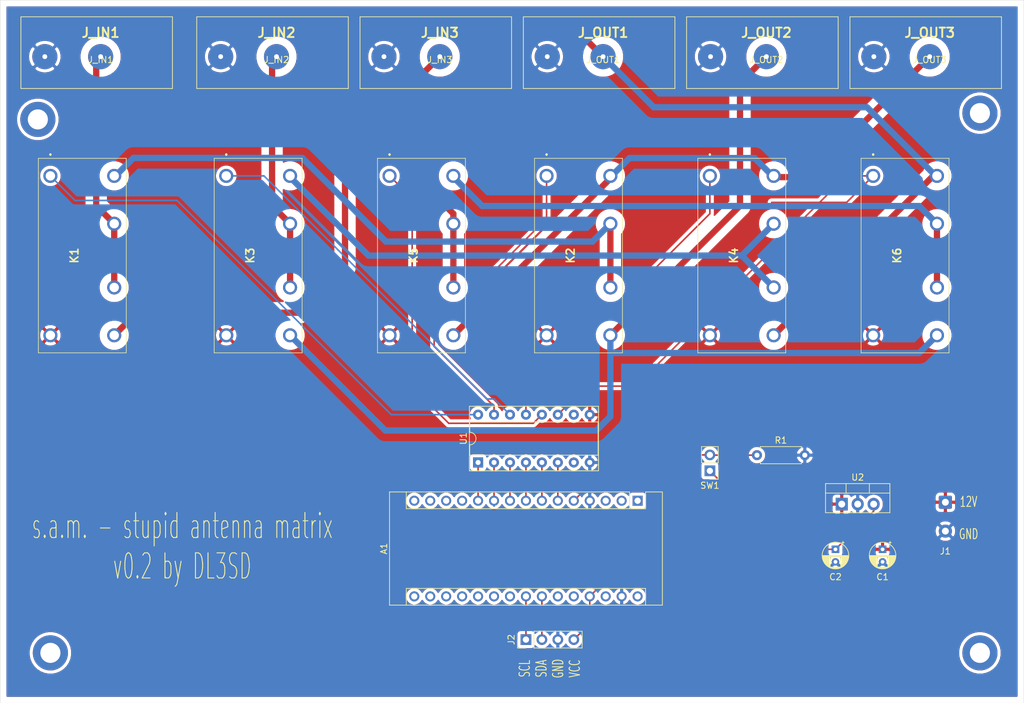
<source format=kicad_pcb>
(kicad_pcb (version 20171130) (host pcbnew 5.1.9+dfsg1-1)

  (general
    (thickness 1.6)
    (drawings 7)
    (tracks 105)
    (zones 0)
    (modules 25)
    (nets 28)
  )

  (page A4)
  (layers
    (0 F.Cu signal)
    (31 B.Cu signal)
    (32 B.Adhes user)
    (33 F.Adhes user)
    (34 B.Paste user)
    (35 F.Paste user)
    (36 B.SilkS user)
    (37 F.SilkS user)
    (38 B.Mask user)
    (39 F.Mask user)
    (40 Dwgs.User user)
    (41 Cmts.User user)
    (42 Eco1.User user)
    (43 Eco2.User user)
    (44 Edge.Cuts user)
    (45 Margin user)
    (46 B.CrtYd user)
    (47 F.CrtYd user)
    (48 B.Fab user)
    (49 F.Fab user)
  )

  (setup
    (last_trace_width 0.25)
    (trace_clearance 0.4)
    (zone_clearance 0.508)
    (zone_45_only no)
    (trace_min 0.25)
    (via_size 0.8)
    (via_drill 0.4)
    (via_min_size 0.4)
    (via_min_drill 0.3)
    (uvia_size 0.3)
    (uvia_drill 0.1)
    (uvias_allowed no)
    (uvia_min_size 0.2)
    (uvia_min_drill 0.1)
    (edge_width 0.05)
    (segment_width 0.2)
    (pcb_text_width 0.3)
    (pcb_text_size 1.5 1.5)
    (mod_edge_width 0.12)
    (mod_text_size 1 1)
    (mod_text_width 0.15)
    (pad_size 5.6 5.6)
    (pad_drill 3.2)
    (pad_to_mask_clearance 0)
    (aux_axis_origin 0 0)
    (visible_elements FFFFFF7F)
    (pcbplotparams
      (layerselection 0x010fc_ffffffff)
      (usegerberextensions false)
      (usegerberattributes false)
      (usegerberadvancedattributes true)
      (creategerberjobfile true)
      (excludeedgelayer true)
      (linewidth 0.100000)
      (plotframeref false)
      (viasonmask false)
      (mode 1)
      (useauxorigin false)
      (hpglpennumber 1)
      (hpglpenspeed 20)
      (hpglpendiameter 15.000000)
      (psnegative false)
      (psa4output false)
      (plotreference true)
      (plotvalue true)
      (plotinvisibletext false)
      (padsonsilk false)
      (subtractmaskfromsilk false)
      (outputformat 1)
      (mirror false)
      (drillshape 0)
      (scaleselection 1)
      (outputdirectory ""))
  )

  (net 0 "")
  (net 1 GND)
  (net 2 "Net-(A1-Pad11)")
  (net 3 "Net-(A1-Pad10)")
  (net 4 "Net-(A1-Pad9)")
  (net 5 "Net-(A1-Pad8)")
  (net 6 "Net-(A1-Pad7)")
  (net 7 "Net-(A1-Pad6)")
  (net 8 "Net-(J_IN1-Pad1)")
  (net 9 "Net-(J_IN2-Pad1)")
  (net 10 "Net-(J_IN3-Pad1)")
  (net 11 "Net-(J_OUT1-Pad1)")
  (net 12 "Net-(J_OUT2-Pad1)")
  (net 13 "Net-(J_OUT3-Pad1)")
  (net 14 "Net-(K1-Pad8)")
  (net 15 "Net-(K3-Pad8)")
  (net 16 "Net-(K5-Pad8)")
  (net 17 VCC)
  (net 18 "Net-(A1-Pad27)")
  (net 19 "Net-(A1-Pad24)")
  (net 20 "Net-(A1-Pad23)")
  (net 21 "Net-(K1-Pad1)")
  (net 22 "Net-(K2-Pad1)")
  (net 23 "Net-(K3-Pad1)")
  (net 24 "Net-(K4-Pad1)")
  (net 25 "Net-(K5-Pad1)")
  (net 26 "Net-(K6-Pad1)")
  (net 27 "Net-(A1-Pad5)")

  (net_class Default "This is the default net class."
    (clearance 0.4)
    (trace_width 0.25)
    (via_dia 0.8)
    (via_drill 0.4)
    (uvia_dia 0.3)
    (uvia_drill 0.1)
    (diff_pair_width 0.25)
    (diff_pair_gap 0.25)
    (add_net "Net-(A1-Pad23)")
    (add_net "Net-(A1-Pad24)")
    (add_net "Net-(A1-Pad27)")
    (add_net "Net-(A1-Pad5)")
    (add_net "Net-(K1-Pad1)")
    (add_net "Net-(K2-Pad1)")
    (add_net "Net-(K3-Pad1)")
    (add_net "Net-(K4-Pad1)")
    (add_net "Net-(K5-Pad1)")
    (add_net "Net-(K6-Pad1)")
    (add_net VCC)
  )

  (net_class gnd ""
    (clearance 0.4)
    (trace_width 1)
    (via_dia 1)
    (via_drill 0.4)
    (uvia_dia 0.3)
    (uvia_drill 0.1)
    (diff_pair_width 0.25)
    (diff_pair_gap 0.25)
    (add_net GND)
  )

  (net_class logic_signal ""
    (clearance 0.4)
    (trace_width 0.25)
    (via_dia 0.8)
    (via_drill 0.4)
    (uvia_dia 0.3)
    (uvia_drill 0.1)
    (diff_pair_width 0.25)
    (diff_pair_gap 0.25)
    (add_net "Net-(A1-Pad10)")
    (add_net "Net-(A1-Pad11)")
    (add_net "Net-(A1-Pad6)")
    (add_net "Net-(A1-Pad7)")
    (add_net "Net-(A1-Pad8)")
    (add_net "Net-(A1-Pad9)")
  )

  (net_class power ""
    (clearance 0.4)
    (trace_width 0.25)
    (via_dia 0.8)
    (via_drill 0.4)
    (uvia_dia 0.3)
    (uvia_drill 0.1)
    (diff_pair_width 0.25)
    (diff_pair_gap 0.25)
  )

  (net_class rf_signal ""
    (clearance 1.2)
    (trace_width 1)
    (via_dia 1.5)
    (via_drill 0.4)
    (uvia_dia 0.3)
    (uvia_drill 0.1)
    (diff_pair_width 0.25)
    (diff_pair_gap 0.25)
    (add_net "Net-(J_IN1-Pad1)")
    (add_net "Net-(J_IN2-Pad1)")
    (add_net "Net-(J_IN3-Pad1)")
    (add_net "Net-(J_OUT1-Pad1)")
    (add_net "Net-(J_OUT2-Pad1)")
    (add_net "Net-(J_OUT3-Pad1)")
    (add_net "Net-(K1-Pad8)")
    (add_net "Net-(K3-Pad8)")
    (add_net "Net-(K5-Pad8)")
  )

  (module first_try:my_pl_socket (layer F.Cu) (tedit 5FE20023) (tstamp 5FE2960C)
    (at 137 41)
    (path /5FE275D3)
    (fp_text reference J_IN3 (at 0 0.5) (layer F.SilkS)
      (effects (font (size 1 1) (thickness 0.15)))
    )
    (fp_text value Conn_Coaxial (at -7.62 8.89) (layer F.Fab)
      (effects (font (size 1 1) (thickness 0.15)))
    )
    (fp_text user %R (at 0 -3.81) (layer F.SilkS)
      (effects (font (size 1.5 1.5) (thickness 0.3)))
    )
    (fp_line (start 11.43 5.08) (end 11.43 -6.35) (layer F.SilkS) (width 0.12))
    (fp_line (start 11.43 -6.35) (end -12.7 -6.35) (layer F.SilkS) (width 0.12))
    (fp_line (start -12.7 -6.35) (end -12.7 5.08) (layer F.SilkS) (width 0.12))
    (fp_line (start -12.7 5.08) (end 11.43 5.08) (layer F.SilkS) (width 0.12))
    (pad 2 thru_hole circle (at -8.89 0) (size 4 4) (drill 0.762) (layers *.Cu *.Mask)
      (net 1 GND))
    (pad 1 thru_hole circle (at 0 0) (size 4 4) (drill 0.762) (layers *.Cu *.Mask)
      (net 10 "Net-(J_IN3-Pad1)"))
  )

  (module first_try:my_pl_socket (layer F.Cu) (tedit 5FE20023) (tstamp 5FE29617)
    (at 163 41)
    (path /5FE2854C)
    (fp_text reference J_OUT1 (at 0 0.5) (layer F.SilkS)
      (effects (font (size 1 1) (thickness 0.15)))
    )
    (fp_text value Conn_Coaxial (at -7.62 8.89) (layer F.Fab)
      (effects (font (size 1 1) (thickness 0.15)))
    )
    (fp_text user %R (at 0 -3.81) (layer F.SilkS)
      (effects (font (size 1.5 1.5) (thickness 0.3)))
    )
    (fp_line (start 11.43 5.08) (end 11.43 -6.35) (layer F.SilkS) (width 0.12))
    (fp_line (start 11.43 -6.35) (end -12.7 -6.35) (layer F.SilkS) (width 0.12))
    (fp_line (start -12.7 -6.35) (end -12.7 5.08) (layer F.SilkS) (width 0.12))
    (fp_line (start -12.7 5.08) (end 11.43 5.08) (layer F.SilkS) (width 0.12))
    (pad 2 thru_hole circle (at -8.89 0) (size 4 4) (drill 0.762) (layers *.Cu *.Mask)
      (net 1 GND))
    (pad 1 thru_hole circle (at 0 0) (size 4 4) (drill 0.762) (layers *.Cu *.Mask)
      (net 11 "Net-(J_OUT1-Pad1)"))
  )

  (module first_try:my_pl_socket (layer F.Cu) (tedit 5FE20023) (tstamp 5FE29601)
    (at 111 41)
    (path /5FE26913)
    (fp_text reference J_IN2 (at 0 0.5) (layer F.SilkS)
      (effects (font (size 1 1) (thickness 0.15)))
    )
    (fp_text value Conn_Coaxial (at -7.62 8.89) (layer F.Fab)
      (effects (font (size 1 1) (thickness 0.15)))
    )
    (fp_text user %R (at 0 -3.81) (layer F.SilkS)
      (effects (font (size 1.5 1.5) (thickness 0.3)))
    )
    (fp_line (start 11.43 5.08) (end 11.43 -6.35) (layer F.SilkS) (width 0.12))
    (fp_line (start 11.43 -6.35) (end -12.7 -6.35) (layer F.SilkS) (width 0.12))
    (fp_line (start -12.7 -6.35) (end -12.7 5.08) (layer F.SilkS) (width 0.12))
    (fp_line (start -12.7 5.08) (end 11.43 5.08) (layer F.SilkS) (width 0.12))
    (pad 2 thru_hole circle (at -8.89 0) (size 4 4) (drill 0.762) (layers *.Cu *.Mask)
      (net 1 GND))
    (pad 1 thru_hole circle (at 0 0) (size 4 4) (drill 0.762) (layers *.Cu *.Mask)
      (net 9 "Net-(J_IN2-Pad1)"))
  )

  (module Package_DIP:DIP-16_W7.62mm_Socket (layer F.Cu) (tedit 5A02E8C5) (tstamp 5FE180FA)
    (at 143.096 105.662 90)
    (descr "16-lead though-hole mounted DIP package, row spacing 7.62 mm (300 mils), Socket")
    (tags "THT DIP DIL PDIP 2.54mm 7.62mm 300mil Socket")
    (path /5FE137F4)
    (fp_text reference U1 (at 3.81 -2.33 90) (layer F.SilkS)
      (effects (font (size 1 1) (thickness 0.15)))
    )
    (fp_text value ULN2003A (at 3.81 20.11 90) (layer F.Fab)
      (effects (font (size 1 1) (thickness 0.15)))
    )
    (fp_text user %R (at 3.81 8.89 90) (layer F.Fab)
      (effects (font (size 1 1) (thickness 0.15)))
    )
    (fp_arc (start 3.81 -1.33) (end 2.81 -1.33) (angle -180) (layer F.SilkS) (width 0.12))
    (fp_line (start 1.635 -1.27) (end 6.985 -1.27) (layer F.Fab) (width 0.1))
    (fp_line (start 6.985 -1.27) (end 6.985 19.05) (layer F.Fab) (width 0.1))
    (fp_line (start 6.985 19.05) (end 0.635 19.05) (layer F.Fab) (width 0.1))
    (fp_line (start 0.635 19.05) (end 0.635 -0.27) (layer F.Fab) (width 0.1))
    (fp_line (start 0.635 -0.27) (end 1.635 -1.27) (layer F.Fab) (width 0.1))
    (fp_line (start -1.27 -1.33) (end -1.27 19.11) (layer F.Fab) (width 0.1))
    (fp_line (start -1.27 19.11) (end 8.89 19.11) (layer F.Fab) (width 0.1))
    (fp_line (start 8.89 19.11) (end 8.89 -1.33) (layer F.Fab) (width 0.1))
    (fp_line (start 8.89 -1.33) (end -1.27 -1.33) (layer F.Fab) (width 0.1))
    (fp_line (start 2.81 -1.33) (end 1.16 -1.33) (layer F.SilkS) (width 0.12))
    (fp_line (start 1.16 -1.33) (end 1.16 19.11) (layer F.SilkS) (width 0.12))
    (fp_line (start 1.16 19.11) (end 6.46 19.11) (layer F.SilkS) (width 0.12))
    (fp_line (start 6.46 19.11) (end 6.46 -1.33) (layer F.SilkS) (width 0.12))
    (fp_line (start 6.46 -1.33) (end 4.81 -1.33) (layer F.SilkS) (width 0.12))
    (fp_line (start -1.33 -1.39) (end -1.33 19.17) (layer F.SilkS) (width 0.12))
    (fp_line (start -1.33 19.17) (end 8.95 19.17) (layer F.SilkS) (width 0.12))
    (fp_line (start 8.95 19.17) (end 8.95 -1.39) (layer F.SilkS) (width 0.12))
    (fp_line (start 8.95 -1.39) (end -1.33 -1.39) (layer F.SilkS) (width 0.12))
    (fp_line (start -1.55 -1.6) (end -1.55 19.4) (layer F.CrtYd) (width 0.05))
    (fp_line (start -1.55 19.4) (end 9.15 19.4) (layer F.CrtYd) (width 0.05))
    (fp_line (start 9.15 19.4) (end 9.15 -1.6) (layer F.CrtYd) (width 0.05))
    (fp_line (start 9.15 -1.6) (end -1.55 -1.6) (layer F.CrtYd) (width 0.05))
    (pad 16 thru_hole oval (at 7.62 0 90) (size 1.6 1.6) (drill 0.8) (layers *.Cu *.Mask)
      (net 21 "Net-(K1-Pad1)"))
    (pad 8 thru_hole oval (at 0 17.78 90) (size 1.6 1.6) (drill 0.8) (layers *.Cu *.Mask)
      (net 1 GND))
    (pad 15 thru_hole oval (at 7.62 2.54 90) (size 1.6 1.6) (drill 0.8) (layers *.Cu *.Mask)
      (net 22 "Net-(K2-Pad1)"))
    (pad 7 thru_hole oval (at 0 15.24 90) (size 1.6 1.6) (drill 0.8) (layers *.Cu *.Mask))
    (pad 14 thru_hole oval (at 7.62 5.08 90) (size 1.6 1.6) (drill 0.8) (layers *.Cu *.Mask)
      (net 23 "Net-(K3-Pad1)"))
    (pad 6 thru_hole oval (at 0 12.7 90) (size 1.6 1.6) (drill 0.8) (layers *.Cu *.Mask)
      (net 7 "Net-(A1-Pad6)"))
    (pad 13 thru_hole oval (at 7.62 7.62 90) (size 1.6 1.6) (drill 0.8) (layers *.Cu *.Mask)
      (net 24 "Net-(K4-Pad1)"))
    (pad 5 thru_hole oval (at 0 10.16 90) (size 1.6 1.6) (drill 0.8) (layers *.Cu *.Mask)
      (net 6 "Net-(A1-Pad7)"))
    (pad 12 thru_hole oval (at 7.62 10.16 90) (size 1.6 1.6) (drill 0.8) (layers *.Cu *.Mask)
      (net 25 "Net-(K5-Pad1)"))
    (pad 4 thru_hole oval (at 0 7.62 90) (size 1.6 1.6) (drill 0.8) (layers *.Cu *.Mask)
      (net 5 "Net-(A1-Pad8)"))
    (pad 11 thru_hole oval (at 7.62 12.7 90) (size 1.6 1.6) (drill 0.8) (layers *.Cu *.Mask)
      (net 26 "Net-(K6-Pad1)"))
    (pad 3 thru_hole oval (at 0 5.08 90) (size 1.6 1.6) (drill 0.8) (layers *.Cu *.Mask)
      (net 4 "Net-(A1-Pad9)"))
    (pad 10 thru_hole oval (at 7.62 15.24 90) (size 1.6 1.6) (drill 0.8) (layers *.Cu *.Mask))
    (pad 2 thru_hole oval (at 0 2.54 90) (size 1.6 1.6) (drill 0.8) (layers *.Cu *.Mask)
      (net 3 "Net-(A1-Pad10)"))
    (pad 9 thru_hole oval (at 7.62 17.78 90) (size 1.6 1.6) (drill 0.8) (layers *.Cu *.Mask)
      (net 17 VCC))
    (pad 1 thru_hole rect (at 0 0 90) (size 1.6 1.6) (drill 0.8) (layers *.Cu *.Mask)
      (net 2 "Net-(A1-Pad11)"))
    (model ${KISYS3DMOD}/Package_DIP.3dshapes/DIP-16_W7.62mm_Socket.wrl
      (at (xyz 0 0 0))
      (scale (xyz 1 1 1))
      (rotate (xyz 0 0 0))
    )
  )

  (module first_try:my_pl_socket (layer F.Cu) (tedit 5FE20023) (tstamp 5FE2962D)
    (at 215 41)
    (path /5FE2A099)
    (fp_text reference J_OUT3 (at 0 0.5) (layer F.SilkS)
      (effects (font (size 1 1) (thickness 0.15)))
    )
    (fp_text value Conn_Coaxial (at -7.62 8.89) (layer F.Fab)
      (effects (font (size 1 1) (thickness 0.15)))
    )
    (fp_text user %R (at 0 -3.81) (layer F.SilkS)
      (effects (font (size 1.5 1.5) (thickness 0.3)))
    )
    (fp_line (start 11.43 5.08) (end 11.43 -6.35) (layer F.SilkS) (width 0.12))
    (fp_line (start 11.43 -6.35) (end -12.7 -6.35) (layer F.SilkS) (width 0.12))
    (fp_line (start -12.7 -6.35) (end -12.7 5.08) (layer F.SilkS) (width 0.12))
    (fp_line (start -12.7 5.08) (end 11.43 5.08) (layer F.SilkS) (width 0.12))
    (pad 2 thru_hole circle (at -8.89 0) (size 4 4) (drill 0.762) (layers *.Cu *.Mask)
      (net 1 GND))
    (pad 1 thru_hole circle (at 0 0) (size 4 4) (drill 0.762) (layers *.Cu *.Mask)
      (net 13 "Net-(J_OUT3-Pad1)"))
  )

  (module first_try:my_pl_socket (layer F.Cu) (tedit 5FE20023) (tstamp 5FE295F6)
    (at 83 41)
    (path /5FE965E9)
    (fp_text reference J_IN1 (at 0 0.5) (layer F.SilkS)
      (effects (font (size 1 1) (thickness 0.15)))
    )
    (fp_text value Conn_Coaxial (at -7.62 8.89) (layer F.Fab)
      (effects (font (size 1 1) (thickness 0.15)))
    )
    (fp_text user %R (at 0 -3.81) (layer F.SilkS)
      (effects (font (size 1.5 1.5) (thickness 0.3)))
    )
    (fp_line (start 11.43 5.08) (end 11.43 -6.35) (layer F.SilkS) (width 0.12))
    (fp_line (start 11.43 -6.35) (end -12.7 -6.35) (layer F.SilkS) (width 0.12))
    (fp_line (start -12.7 -6.35) (end -12.7 5.08) (layer F.SilkS) (width 0.12))
    (fp_line (start -12.7 5.08) (end 11.43 5.08) (layer F.SilkS) (width 0.12))
    (pad 2 thru_hole circle (at -8.89 0) (size 4 4) (drill 0.762) (layers *.Cu *.Mask)
      (net 1 GND))
    (pad 1 thru_hole circle (at 0 0) (size 4 4) (drill 0.762) (layers *.Cu *.Mask)
      (net 8 "Net-(J_IN1-Pad1)"))
  )

  (module Module:Arduino_Nano (layer F.Cu) (tedit 58ACAF70) (tstamp 5FE21F0B)
    (at 168.496 111.758 270)
    (descr "Arduino Nano, http://www.mouser.com/pdfdocs/Gravitech_Arduino_Nano3_0.pdf")
    (tags "Arduino Nano")
    (path /5FE23361)
    (fp_text reference A1 (at 7.642 40.396 270) (layer F.SilkS)
      (effects (font (size 1 1) (thickness 0.15)))
    )
    (fp_text value Arduino_Nano_Every (at 8.89 19.05) (layer F.Fab)
      (effects (font (size 1 1) (thickness 0.15)))
    )
    (fp_text user %R (at 6.35 19.05) (layer F.Fab)
      (effects (font (size 1 1) (thickness 0.15)))
    )
    (fp_line (start 1.27 1.27) (end 1.27 -1.27) (layer F.SilkS) (width 0.12))
    (fp_line (start 1.27 -1.27) (end -1.4 -1.27) (layer F.SilkS) (width 0.12))
    (fp_line (start -1.4 1.27) (end -1.4 39.5) (layer F.SilkS) (width 0.12))
    (fp_line (start -1.4 -3.94) (end -1.4 -1.27) (layer F.SilkS) (width 0.12))
    (fp_line (start 13.97 -1.27) (end 16.64 -1.27) (layer F.SilkS) (width 0.12))
    (fp_line (start 13.97 -1.27) (end 13.97 36.83) (layer F.SilkS) (width 0.12))
    (fp_line (start 13.97 36.83) (end 16.64 36.83) (layer F.SilkS) (width 0.12))
    (fp_line (start 1.27 1.27) (end -1.4 1.27) (layer F.SilkS) (width 0.12))
    (fp_line (start 1.27 1.27) (end 1.27 36.83) (layer F.SilkS) (width 0.12))
    (fp_line (start 1.27 36.83) (end -1.4 36.83) (layer F.SilkS) (width 0.12))
    (fp_line (start 3.81 31.75) (end 11.43 31.75) (layer F.Fab) (width 0.1))
    (fp_line (start 11.43 31.75) (end 11.43 41.91) (layer F.Fab) (width 0.1))
    (fp_line (start 11.43 41.91) (end 3.81 41.91) (layer F.Fab) (width 0.1))
    (fp_line (start 3.81 41.91) (end 3.81 31.75) (layer F.Fab) (width 0.1))
    (fp_line (start -1.4 39.5) (end 16.64 39.5) (layer F.SilkS) (width 0.12))
    (fp_line (start 16.64 39.5) (end 16.64 -3.94) (layer F.SilkS) (width 0.12))
    (fp_line (start 16.64 -3.94) (end -1.4 -3.94) (layer F.SilkS) (width 0.12))
    (fp_line (start 16.51 39.37) (end -1.27 39.37) (layer F.Fab) (width 0.1))
    (fp_line (start -1.27 39.37) (end -1.27 -2.54) (layer F.Fab) (width 0.1))
    (fp_line (start -1.27 -2.54) (end 0 -3.81) (layer F.Fab) (width 0.1))
    (fp_line (start 0 -3.81) (end 16.51 -3.81) (layer F.Fab) (width 0.1))
    (fp_line (start 16.51 -3.81) (end 16.51 39.37) (layer F.Fab) (width 0.1))
    (fp_line (start -1.53 -4.06) (end 16.75 -4.06) (layer F.CrtYd) (width 0.05))
    (fp_line (start -1.53 -4.06) (end -1.53 42.16) (layer F.CrtYd) (width 0.05))
    (fp_line (start 16.75 42.16) (end 16.75 -4.06) (layer F.CrtYd) (width 0.05))
    (fp_line (start 16.75 42.16) (end -1.53 42.16) (layer F.CrtYd) (width 0.05))
    (pad 16 thru_hole oval (at 15.24 35.56 270) (size 1.6 1.6) (drill 1) (layers *.Cu *.Mask))
    (pad 15 thru_hole oval (at 0 35.56 270) (size 1.6 1.6) (drill 1) (layers *.Cu *.Mask))
    (pad 30 thru_hole oval (at 15.24 0 270) (size 1.6 1.6) (drill 1) (layers *.Cu *.Mask))
    (pad 14 thru_hole oval (at 0 33.02 270) (size 1.6 1.6) (drill 1) (layers *.Cu *.Mask))
    (pad 29 thru_hole oval (at 15.24 2.54 270) (size 1.6 1.6) (drill 1) (layers *.Cu *.Mask)
      (net 1 GND))
    (pad 13 thru_hole oval (at 0 30.48 270) (size 1.6 1.6) (drill 1) (layers *.Cu *.Mask))
    (pad 28 thru_hole oval (at 15.24 5.08 270) (size 1.6 1.6) (drill 1) (layers *.Cu *.Mask))
    (pad 12 thru_hole oval (at 0 27.94 270) (size 1.6 1.6) (drill 1) (layers *.Cu *.Mask))
    (pad 27 thru_hole oval (at 15.24 7.62 270) (size 1.6 1.6) (drill 1) (layers *.Cu *.Mask)
      (net 18 "Net-(A1-Pad27)"))
    (pad 11 thru_hole oval (at 0 25.4 270) (size 1.6 1.6) (drill 1) (layers *.Cu *.Mask)
      (net 2 "Net-(A1-Pad11)"))
    (pad 26 thru_hole oval (at 15.24 10.16 270) (size 1.6 1.6) (drill 1) (layers *.Cu *.Mask))
    (pad 10 thru_hole oval (at 0 22.86 270) (size 1.6 1.6) (drill 1) (layers *.Cu *.Mask)
      (net 3 "Net-(A1-Pad10)"))
    (pad 25 thru_hole oval (at 15.24 12.7 270) (size 1.6 1.6) (drill 1) (layers *.Cu *.Mask))
    (pad 9 thru_hole oval (at 0 20.32 270) (size 1.6 1.6) (drill 1) (layers *.Cu *.Mask)
      (net 4 "Net-(A1-Pad9)"))
    (pad 24 thru_hole oval (at 15.24 15.24 270) (size 1.6 1.6) (drill 1) (layers *.Cu *.Mask)
      (net 19 "Net-(A1-Pad24)"))
    (pad 8 thru_hole oval (at 0 17.78 270) (size 1.6 1.6) (drill 1) (layers *.Cu *.Mask)
      (net 5 "Net-(A1-Pad8)"))
    (pad 23 thru_hole oval (at 15.24 17.78 270) (size 1.6 1.6) (drill 1) (layers *.Cu *.Mask)
      (net 20 "Net-(A1-Pad23)"))
    (pad 7 thru_hole oval (at 0 15.24 270) (size 1.6 1.6) (drill 1) (layers *.Cu *.Mask)
      (net 6 "Net-(A1-Pad7)"))
    (pad 22 thru_hole oval (at 15.24 20.32 270) (size 1.6 1.6) (drill 1) (layers *.Cu *.Mask))
    (pad 6 thru_hole oval (at 0 12.7 270) (size 1.6 1.6) (drill 1) (layers *.Cu *.Mask)
      (net 7 "Net-(A1-Pad6)"))
    (pad 21 thru_hole oval (at 15.24 22.86 270) (size 1.6 1.6) (drill 1) (layers *.Cu *.Mask))
    (pad 5 thru_hole oval (at 0 10.16 270) (size 1.6 1.6) (drill 1) (layers *.Cu *.Mask)
      (net 27 "Net-(A1-Pad5)"))
    (pad 20 thru_hole oval (at 15.24 25.4 270) (size 1.6 1.6) (drill 1) (layers *.Cu *.Mask))
    (pad 4 thru_hole oval (at 0 7.62 270) (size 1.6 1.6) (drill 1) (layers *.Cu *.Mask)
      (net 1 GND))
    (pad 19 thru_hole oval (at 15.24 27.94 270) (size 1.6 1.6) (drill 1) (layers *.Cu *.Mask))
    (pad 3 thru_hole oval (at 0 5.08 270) (size 1.6 1.6) (drill 1) (layers *.Cu *.Mask))
    (pad 18 thru_hole oval (at 15.24 30.48 270) (size 1.6 1.6) (drill 1) (layers *.Cu *.Mask))
    (pad 2 thru_hole oval (at 0 2.54 270) (size 1.6 1.6) (drill 1) (layers *.Cu *.Mask))
    (pad 17 thru_hole oval (at 15.24 33.02 270) (size 1.6 1.6) (drill 1) (layers *.Cu *.Mask))
    (pad 1 thru_hole rect (at 0 0 270) (size 1.6 1.6) (drill 1) (layers *.Cu *.Mask))
    (model ${KISYS3DMOD}/Module.3dshapes/Arduino_Nano_WithMountingHoles.wrl
      (at (xyz 0 0 0))
      (scale (xyz 1 1 1))
      (rotate (xyz 0 0 0))
    )
  )

  (module MountingHole:MountingHole_3.2mm_M3_DIN965_Pad (layer F.Cu) (tedit 56D1B4CB) (tstamp 5FEBE368)
    (at 73 51)
    (descr "Mounting Hole 3.2mm, M3, DIN965")
    (tags "mounting hole 3.2mm m3 din965")
    (path /60001F3E)
    (attr virtual)
    (fp_text reference H1 (at 0 -3.8) (layer F.SilkS) hide
      (effects (font (size 1 1) (thickness 0.15)))
    )
    (fp_text value MountingHole (at 0 3.8) (layer F.Fab)
      (effects (font (size 1 1) (thickness 0.15)))
    )
    (fp_text user %R (at 0.3 0) (layer F.Fab)
      (effects (font (size 1 1) (thickness 0.15)))
    )
    (fp_circle (center 0 0) (end 2.8 0) (layer Cmts.User) (width 0.15))
    (fp_circle (center 0 0) (end 3.05 0) (layer F.CrtYd) (width 0.05))
    (pad 1 thru_hole circle (at 0 0) (size 5.6 5.6) (drill 3.2) (layers *.Cu *.Mask))
  )

  (module MountingHole:MountingHole_3.2mm_M3_DIN965_Pad (layer F.Cu) (tedit 56D1B4CB) (tstamp 5FEBE370)
    (at 223 136)
    (descr "Mounting Hole 3.2mm, M3, DIN965")
    (tags "mounting hole 3.2mm m3 din965")
    (path /60006148)
    (attr virtual)
    (fp_text reference H2 (at 0 -3.8) (layer F.SilkS) hide
      (effects (font (size 1 1) (thickness 0.15)))
    )
    (fp_text value MountingHole (at 0 3.8) (layer F.Fab)
      (effects (font (size 1 1) (thickness 0.15)))
    )
    (fp_text user %R (at 0.3 0) (layer F.Fab)
      (effects (font (size 1 1) (thickness 0.15)))
    )
    (fp_circle (center 0 0) (end 2.8 0) (layer Cmts.User) (width 0.15))
    (fp_circle (center 0 0) (end 3.05 0) (layer F.CrtYd) (width 0.05))
    (pad 1 thru_hole circle (at 0 0) (size 5.6 5.6) (drill 3.2) (layers *.Cu *.Mask))
  )

  (module MountingHole:MountingHole_3.2mm_M3_DIN965_Pad (layer F.Cu) (tedit 56D1B4CB) (tstamp 5FEBE378)
    (at 75 136)
    (descr "Mounting Hole 3.2mm, M3, DIN965")
    (tags "mounting hole 3.2mm m3 din965")
    (path /6000A3F2)
    (attr virtual)
    (fp_text reference H3 (at 0 -3.8) (layer F.SilkS) hide
      (effects (font (size 1 1) (thickness 0.15)))
    )
    (fp_text value MountingHole (at 0 3.8) (layer F.Fab)
      (effects (font (size 1 1) (thickness 0.15)))
    )
    (fp_text user %R (at 0.3 0) (layer F.Fab)
      (effects (font (size 1 1) (thickness 0.15)))
    )
    (fp_circle (center 0 0) (end 2.8 0) (layer Cmts.User) (width 0.15))
    (fp_circle (center 0 0) (end 3.05 0) (layer F.CrtYd) (width 0.05))
    (pad 1 thru_hole circle (at 0 0) (size 5.6 5.6) (drill 3.2) (layers *.Cu *.Mask))
  )

  (module MountingHole:MountingHole_3.2mm_M3_DIN965_Pad (layer F.Cu) (tedit 56D1B4CB) (tstamp 5FEBE380)
    (at 223 50)
    (descr "Mounting Hole 3.2mm, M3, DIN965")
    (tags "mounting hole 3.2mm m3 din965")
    (path /5FFFD308)
    (attr virtual)
    (fp_text reference H4 (at 0 -3.8) (layer F.SilkS) hide
      (effects (font (size 1 1) (thickness 0.15)))
    )
    (fp_text value MountingHole (at 0 3.8) (layer F.Fab)
      (effects (font (size 1 1) (thickness 0.15)))
    )
    (fp_text user %R (at 0.3 0) (layer F.Fab)
      (effects (font (size 1 1) (thickness 0.15)))
    )
    (fp_circle (center 0 0) (end 2.8 0) (layer Cmts.User) (width 0.15))
    (fp_circle (center 0 0) (end 3.05 0) (layer F.CrtYd) (width 0.05))
    (pad 1 thru_hole circle (at 0 0) (size 5.6 5.6) (drill 3.2) (layers *.Cu *.Mask))
  )

  (module Connector_Wire:SolderWire-0.5sqmm_1x02_P4.6mm_D0.9mm_OD2.1mm (layer F.Cu) (tedit 5EB70B43) (tstamp 5FEBE381)
    (at 217.5 112 270)
    (descr "Soldered wire connection, for 2 times 0.5 mm² wires, basic insulation, conductor diameter 0.9mm, outer diameter 2.1mm, size source Multi-Contact FLEXI-E 0.5 (https://ec.staubli.com/AcroFiles/Catalogues/TM_Cab-Main-11014119_(en)_hi.pdf), bend radius 3 times outer diameter, generated with kicad-footprint-generator")
    (tags "connector wire 0.5sqmm")
    (path /5FE54422)
    (attr virtual)
    (fp_text reference J1 (at 7.8 0 180) (layer F.SilkS)
      (effects (font (size 1 1) (thickness 0.15)))
    )
    (fp_text value Conn_01x02_Male (at 2.3 2.25 90) (layer F.Fab)
      (effects (font (size 1 1) (thickness 0.15)))
    )
    (fp_text user %R (at 2.3 0) (layer F.Fab)
      (effects (font (size 0.78 0.78) (thickness 0.12)))
    )
    (fp_circle (center 0 0) (end 1.05 0) (layer F.Fab) (width 0.1))
    (fp_circle (center 4.6 0) (end 5.65 0) (layer F.Fab) (width 0.1))
    (fp_line (start -1.8 -1.55) (end -1.8 1.55) (layer F.CrtYd) (width 0.05))
    (fp_line (start -1.8 1.55) (end 1.8 1.55) (layer F.CrtYd) (width 0.05))
    (fp_line (start 1.8 1.55) (end 1.8 -1.55) (layer F.CrtYd) (width 0.05))
    (fp_line (start 1.8 -1.55) (end -1.8 -1.55) (layer F.CrtYd) (width 0.05))
    (fp_line (start 2.8 -1.55) (end 2.8 1.55) (layer F.CrtYd) (width 0.05))
    (fp_line (start 2.8 1.55) (end 6.4 1.55) (layer F.CrtYd) (width 0.05))
    (fp_line (start 6.4 1.55) (end 6.4 -1.55) (layer F.CrtYd) (width 0.05))
    (fp_line (start 6.4 -1.55) (end 2.8 -1.55) (layer F.CrtYd) (width 0.05))
    (pad 2 thru_hole circle (at 4.6 0 270) (size 2.1 2.1) (drill 1.1) (layers *.Cu *.Mask)
      (net 1 GND))
    (pad 1 thru_hole roundrect (at 0 0 270) (size 2.1 2.1) (drill 1.1) (layers *.Cu *.Mask) (roundrect_rratio 0.119048)
      (net 17 VCC))
    (model ${KISYS3DMOD}/Connector_Wire.3dshapes/SolderWire-0.5sqmm_1x02_P4.6mm_D0.9mm_OD2.1mm.wrl
      (at (xyz 0 0 0))
      (scale (xyz 1 1 1))
      (rotate (xyz 0 0 0))
    )
  )

  (module Connector_PinHeader_2.54mm:PinHeader_1x04_P2.54mm_Vertical (layer F.Cu) (tedit 59FED5CC) (tstamp 5FEBE3A8)
    (at 150.716 133.888 90)
    (descr "Through hole straight pin header, 1x04, 2.54mm pitch, single row")
    (tags "Through hole pin header THT 1x04 2.54mm single row")
    (path /600A32F1)
    (fp_text reference J2 (at 0 -2.33 90) (layer F.SilkS)
      (effects (font (size 1 1) (thickness 0.15)))
    )
    (fp_text value "I2C Display" (at 0 9.95 90) (layer F.Fab)
      (effects (font (size 1 1) (thickness 0.15)))
    )
    (fp_text user %R (at 0 3.81) (layer F.Fab)
      (effects (font (size 1 1) (thickness 0.15)))
    )
    (fp_line (start -0.635 -1.27) (end 1.27 -1.27) (layer F.Fab) (width 0.1))
    (fp_line (start 1.27 -1.27) (end 1.27 8.89) (layer F.Fab) (width 0.1))
    (fp_line (start 1.27 8.89) (end -1.27 8.89) (layer F.Fab) (width 0.1))
    (fp_line (start -1.27 8.89) (end -1.27 -0.635) (layer F.Fab) (width 0.1))
    (fp_line (start -1.27 -0.635) (end -0.635 -1.27) (layer F.Fab) (width 0.1))
    (fp_line (start -1.33 8.95) (end 1.33 8.95) (layer F.SilkS) (width 0.12))
    (fp_line (start -1.33 1.27) (end -1.33 8.95) (layer F.SilkS) (width 0.12))
    (fp_line (start 1.33 1.27) (end 1.33 8.95) (layer F.SilkS) (width 0.12))
    (fp_line (start -1.33 1.27) (end 1.33 1.27) (layer F.SilkS) (width 0.12))
    (fp_line (start -1.33 0) (end -1.33 -1.33) (layer F.SilkS) (width 0.12))
    (fp_line (start -1.33 -1.33) (end 0 -1.33) (layer F.SilkS) (width 0.12))
    (fp_line (start -1.8 -1.8) (end -1.8 9.4) (layer F.CrtYd) (width 0.05))
    (fp_line (start -1.8 9.4) (end 1.8 9.4) (layer F.CrtYd) (width 0.05))
    (fp_line (start 1.8 9.4) (end 1.8 -1.8) (layer F.CrtYd) (width 0.05))
    (fp_line (start 1.8 -1.8) (end -1.8 -1.8) (layer F.CrtYd) (width 0.05))
    (pad 4 thru_hole oval (at 0 7.62 90) (size 1.7 1.7) (drill 1) (layers *.Cu *.Mask)
      (net 18 "Net-(A1-Pad27)"))
    (pad 3 thru_hole oval (at 0 5.08 90) (size 1.7 1.7) (drill 1) (layers *.Cu *.Mask)
      (net 1 GND))
    (pad 2 thru_hole oval (at 0 2.54 90) (size 1.7 1.7) (drill 1) (layers *.Cu *.Mask)
      (net 19 "Net-(A1-Pad24)"))
    (pad 1 thru_hole rect (at 0 0 90) (size 1.7 1.7) (drill 1) (layers *.Cu *.Mask)
      (net 20 "Net-(A1-Pad23)"))
    (model ${KISYS3DMOD}/Connector_PinHeader_2.54mm.3dshapes/PinHeader_1x04_P2.54mm_Vertical.wrl
      (at (xyz 0 0 0))
      (scale (xyz 1 1 1))
      (rotate (xyz 0 0 0))
    )
  )

  (module first_try:my_pl_socket (layer F.Cu) (tedit 5FE20023) (tstamp 5FEC37F1)
    (at 189 41)
    (path /5FE2939A)
    (fp_text reference J_OUT2 (at 0 0.5) (layer F.SilkS)
      (effects (font (size 1 1) (thickness 0.15)))
    )
    (fp_text value Conn_Coaxial (at -7.62 8.89) (layer F.Fab)
      (effects (font (size 1 1) (thickness 0.15)))
    )
    (fp_text user %R (at 0 -3.81) (layer F.SilkS)
      (effects (font (size 1.5 1.5) (thickness 0.3)))
    )
    (fp_line (start 11.43 5.08) (end 11.43 -6.35) (layer F.SilkS) (width 0.12))
    (fp_line (start 11.43 -6.35) (end -12.7 -6.35) (layer F.SilkS) (width 0.12))
    (fp_line (start -12.7 -6.35) (end -12.7 5.08) (layer F.SilkS) (width 0.12))
    (fp_line (start -12.7 5.08) (end 11.43 5.08) (layer F.SilkS) (width 0.12))
    (pad 2 thru_hole circle (at -8.89 0) (size 4 4) (drill 0.762) (layers *.Cu *.Mask)
      (net 1 GND))
    (pad 1 thru_hole circle (at 0 0) (size 4 4) (drill 0.762) (layers *.Cu *.Mask)
      (net 12 "Net-(J_OUT2-Pad1)"))
  )

  (module Capacitor_THT:CP_Radial_D4.0mm_P2.00mm (layer F.Cu) (tedit 5AE50EF0) (tstamp 5FECEF50)
    (at 207.5 119.5 270)
    (descr "CP, Radial series, Radial, pin pitch=2.00mm, , diameter=4mm, Electrolytic Capacitor")
    (tags "CP Radial series Radial pin pitch 2.00mm  diameter 4mm Electrolytic Capacitor")
    (path /5FEEF27A)
    (fp_text reference C1 (at 4.4 0 180) (layer F.SilkS)
      (effects (font (size 1 1) (thickness 0.15)))
    )
    (fp_text value 0,22µF (at 1 3.25 90) (layer F.Fab)
      (effects (font (size 1 1) (thickness 0.15)))
    )
    (fp_text user %R (at -2.5 0 90) (layer F.Fab)
      (effects (font (size 0.8 0.8) (thickness 0.12)))
    )
    (fp_circle (center 1 0) (end 3 0) (layer F.Fab) (width 0.1))
    (fp_circle (center 1 0) (end 3.12 0) (layer F.SilkS) (width 0.12))
    (fp_circle (center 1 0) (end 3.25 0) (layer F.CrtYd) (width 0.05))
    (fp_line (start -0.702554 -0.8675) (end -0.302554 -0.8675) (layer F.Fab) (width 0.1))
    (fp_line (start -0.502554 -1.0675) (end -0.502554 -0.6675) (layer F.Fab) (width 0.1))
    (fp_line (start 1 -2.08) (end 1 2.08) (layer F.SilkS) (width 0.12))
    (fp_line (start 1.04 -2.08) (end 1.04 2.08) (layer F.SilkS) (width 0.12))
    (fp_line (start 1.08 -2.079) (end 1.08 2.079) (layer F.SilkS) (width 0.12))
    (fp_line (start 1.12 -2.077) (end 1.12 2.077) (layer F.SilkS) (width 0.12))
    (fp_line (start 1.16 -2.074) (end 1.16 2.074) (layer F.SilkS) (width 0.12))
    (fp_line (start 1.2 -2.071) (end 1.2 -0.84) (layer F.SilkS) (width 0.12))
    (fp_line (start 1.2 0.84) (end 1.2 2.071) (layer F.SilkS) (width 0.12))
    (fp_line (start 1.24 -2.067) (end 1.24 -0.84) (layer F.SilkS) (width 0.12))
    (fp_line (start 1.24 0.84) (end 1.24 2.067) (layer F.SilkS) (width 0.12))
    (fp_line (start 1.28 -2.062) (end 1.28 -0.84) (layer F.SilkS) (width 0.12))
    (fp_line (start 1.28 0.84) (end 1.28 2.062) (layer F.SilkS) (width 0.12))
    (fp_line (start 1.32 -2.056) (end 1.32 -0.84) (layer F.SilkS) (width 0.12))
    (fp_line (start 1.32 0.84) (end 1.32 2.056) (layer F.SilkS) (width 0.12))
    (fp_line (start 1.36 -2.05) (end 1.36 -0.84) (layer F.SilkS) (width 0.12))
    (fp_line (start 1.36 0.84) (end 1.36 2.05) (layer F.SilkS) (width 0.12))
    (fp_line (start 1.4 -2.042) (end 1.4 -0.84) (layer F.SilkS) (width 0.12))
    (fp_line (start 1.4 0.84) (end 1.4 2.042) (layer F.SilkS) (width 0.12))
    (fp_line (start 1.44 -2.034) (end 1.44 -0.84) (layer F.SilkS) (width 0.12))
    (fp_line (start 1.44 0.84) (end 1.44 2.034) (layer F.SilkS) (width 0.12))
    (fp_line (start 1.48 -2.025) (end 1.48 -0.84) (layer F.SilkS) (width 0.12))
    (fp_line (start 1.48 0.84) (end 1.48 2.025) (layer F.SilkS) (width 0.12))
    (fp_line (start 1.52 -2.016) (end 1.52 -0.84) (layer F.SilkS) (width 0.12))
    (fp_line (start 1.52 0.84) (end 1.52 2.016) (layer F.SilkS) (width 0.12))
    (fp_line (start 1.56 -2.005) (end 1.56 -0.84) (layer F.SilkS) (width 0.12))
    (fp_line (start 1.56 0.84) (end 1.56 2.005) (layer F.SilkS) (width 0.12))
    (fp_line (start 1.6 -1.994) (end 1.6 -0.84) (layer F.SilkS) (width 0.12))
    (fp_line (start 1.6 0.84) (end 1.6 1.994) (layer F.SilkS) (width 0.12))
    (fp_line (start 1.64 -1.982) (end 1.64 -0.84) (layer F.SilkS) (width 0.12))
    (fp_line (start 1.64 0.84) (end 1.64 1.982) (layer F.SilkS) (width 0.12))
    (fp_line (start 1.68 -1.968) (end 1.68 -0.84) (layer F.SilkS) (width 0.12))
    (fp_line (start 1.68 0.84) (end 1.68 1.968) (layer F.SilkS) (width 0.12))
    (fp_line (start 1.721 -1.954) (end 1.721 -0.84) (layer F.SilkS) (width 0.12))
    (fp_line (start 1.721 0.84) (end 1.721 1.954) (layer F.SilkS) (width 0.12))
    (fp_line (start 1.761 -1.94) (end 1.761 -0.84) (layer F.SilkS) (width 0.12))
    (fp_line (start 1.761 0.84) (end 1.761 1.94) (layer F.SilkS) (width 0.12))
    (fp_line (start 1.801 -1.924) (end 1.801 -0.84) (layer F.SilkS) (width 0.12))
    (fp_line (start 1.801 0.84) (end 1.801 1.924) (layer F.SilkS) (width 0.12))
    (fp_line (start 1.841 -1.907) (end 1.841 -0.84) (layer F.SilkS) (width 0.12))
    (fp_line (start 1.841 0.84) (end 1.841 1.907) (layer F.SilkS) (width 0.12))
    (fp_line (start 1.881 -1.889) (end 1.881 -0.84) (layer F.SilkS) (width 0.12))
    (fp_line (start 1.881 0.84) (end 1.881 1.889) (layer F.SilkS) (width 0.12))
    (fp_line (start 1.921 -1.87) (end 1.921 -0.84) (layer F.SilkS) (width 0.12))
    (fp_line (start 1.921 0.84) (end 1.921 1.87) (layer F.SilkS) (width 0.12))
    (fp_line (start 1.961 -1.851) (end 1.961 -0.84) (layer F.SilkS) (width 0.12))
    (fp_line (start 1.961 0.84) (end 1.961 1.851) (layer F.SilkS) (width 0.12))
    (fp_line (start 2.001 -1.83) (end 2.001 -0.84) (layer F.SilkS) (width 0.12))
    (fp_line (start 2.001 0.84) (end 2.001 1.83) (layer F.SilkS) (width 0.12))
    (fp_line (start 2.041 -1.808) (end 2.041 -0.84) (layer F.SilkS) (width 0.12))
    (fp_line (start 2.041 0.84) (end 2.041 1.808) (layer F.SilkS) (width 0.12))
    (fp_line (start 2.081 -1.785) (end 2.081 -0.84) (layer F.SilkS) (width 0.12))
    (fp_line (start 2.081 0.84) (end 2.081 1.785) (layer F.SilkS) (width 0.12))
    (fp_line (start 2.121 -1.76) (end 2.121 -0.84) (layer F.SilkS) (width 0.12))
    (fp_line (start 2.121 0.84) (end 2.121 1.76) (layer F.SilkS) (width 0.12))
    (fp_line (start 2.161 -1.735) (end 2.161 -0.84) (layer F.SilkS) (width 0.12))
    (fp_line (start 2.161 0.84) (end 2.161 1.735) (layer F.SilkS) (width 0.12))
    (fp_line (start 2.201 -1.708) (end 2.201 -0.84) (layer F.SilkS) (width 0.12))
    (fp_line (start 2.201 0.84) (end 2.201 1.708) (layer F.SilkS) (width 0.12))
    (fp_line (start 2.241 -1.68) (end 2.241 -0.84) (layer F.SilkS) (width 0.12))
    (fp_line (start 2.241 0.84) (end 2.241 1.68) (layer F.SilkS) (width 0.12))
    (fp_line (start 2.281 -1.65) (end 2.281 -0.84) (layer F.SilkS) (width 0.12))
    (fp_line (start 2.281 0.84) (end 2.281 1.65) (layer F.SilkS) (width 0.12))
    (fp_line (start 2.321 -1.619) (end 2.321 -0.84) (layer F.SilkS) (width 0.12))
    (fp_line (start 2.321 0.84) (end 2.321 1.619) (layer F.SilkS) (width 0.12))
    (fp_line (start 2.361 -1.587) (end 2.361 -0.84) (layer F.SilkS) (width 0.12))
    (fp_line (start 2.361 0.84) (end 2.361 1.587) (layer F.SilkS) (width 0.12))
    (fp_line (start 2.401 -1.552) (end 2.401 -0.84) (layer F.SilkS) (width 0.12))
    (fp_line (start 2.401 0.84) (end 2.401 1.552) (layer F.SilkS) (width 0.12))
    (fp_line (start 2.441 -1.516) (end 2.441 -0.84) (layer F.SilkS) (width 0.12))
    (fp_line (start 2.441 0.84) (end 2.441 1.516) (layer F.SilkS) (width 0.12))
    (fp_line (start 2.481 -1.478) (end 2.481 -0.84) (layer F.SilkS) (width 0.12))
    (fp_line (start 2.481 0.84) (end 2.481 1.478) (layer F.SilkS) (width 0.12))
    (fp_line (start 2.521 -1.438) (end 2.521 -0.84) (layer F.SilkS) (width 0.12))
    (fp_line (start 2.521 0.84) (end 2.521 1.438) (layer F.SilkS) (width 0.12))
    (fp_line (start 2.561 -1.396) (end 2.561 -0.84) (layer F.SilkS) (width 0.12))
    (fp_line (start 2.561 0.84) (end 2.561 1.396) (layer F.SilkS) (width 0.12))
    (fp_line (start 2.601 -1.351) (end 2.601 -0.84) (layer F.SilkS) (width 0.12))
    (fp_line (start 2.601 0.84) (end 2.601 1.351) (layer F.SilkS) (width 0.12))
    (fp_line (start 2.641 -1.304) (end 2.641 -0.84) (layer F.SilkS) (width 0.12))
    (fp_line (start 2.641 0.84) (end 2.641 1.304) (layer F.SilkS) (width 0.12))
    (fp_line (start 2.681 -1.254) (end 2.681 -0.84) (layer F.SilkS) (width 0.12))
    (fp_line (start 2.681 0.84) (end 2.681 1.254) (layer F.SilkS) (width 0.12))
    (fp_line (start 2.721 -1.2) (end 2.721 -0.84) (layer F.SilkS) (width 0.12))
    (fp_line (start 2.721 0.84) (end 2.721 1.2) (layer F.SilkS) (width 0.12))
    (fp_line (start 2.761 -1.142) (end 2.761 -0.84) (layer F.SilkS) (width 0.12))
    (fp_line (start 2.761 0.84) (end 2.761 1.142) (layer F.SilkS) (width 0.12))
    (fp_line (start 2.801 -1.08) (end 2.801 -0.84) (layer F.SilkS) (width 0.12))
    (fp_line (start 2.801 0.84) (end 2.801 1.08) (layer F.SilkS) (width 0.12))
    (fp_line (start 2.841 -1.013) (end 2.841 1.013) (layer F.SilkS) (width 0.12))
    (fp_line (start 2.881 -0.94) (end 2.881 0.94) (layer F.SilkS) (width 0.12))
    (fp_line (start 2.921 -0.859) (end 2.921 0.859) (layer F.SilkS) (width 0.12))
    (fp_line (start 2.961 -0.768) (end 2.961 0.768) (layer F.SilkS) (width 0.12))
    (fp_line (start 3.001 -0.664) (end 3.001 0.664) (layer F.SilkS) (width 0.12))
    (fp_line (start 3.041 -0.537) (end 3.041 0.537) (layer F.SilkS) (width 0.12))
    (fp_line (start 3.081 -0.37) (end 3.081 0.37) (layer F.SilkS) (width 0.12))
    (fp_line (start -1.269801 -1.195) (end -0.869801 -1.195) (layer F.SilkS) (width 0.12))
    (fp_line (start -1.069801 -1.395) (end -1.069801 -0.995) (layer F.SilkS) (width 0.12))
    (pad 2 thru_hole circle (at 2 0 270) (size 1.2 1.2) (drill 0.6) (layers *.Cu *.Mask)
      (net 1 GND))
    (pad 1 thru_hole rect (at 0 0 270) (size 1.2 1.2) (drill 0.6) (layers *.Cu *.Mask)
      (net 17 VCC))
    (model ${KISYS3DMOD}/Capacitor_THT.3dshapes/CP_Radial_D4.0mm_P2.00mm.wrl
      (at (xyz 0 0 0))
      (scale (xyz 1 1 1))
      (rotate (xyz 0 0 0))
    )
  )

  (module Capacitor_THT:CP_Radial_D4.0mm_P2.00mm (layer F.Cu) (tedit 5AE50EF0) (tstamp 5FECEFBC)
    (at 200 119.5 270)
    (descr "CP, Radial series, Radial, pin pitch=2.00mm, , diameter=4mm, Electrolytic Capacitor")
    (tags "CP Radial series Radial pin pitch 2.00mm  diameter 4mm Electrolytic Capacitor")
    (path /5FEEFEC4)
    (fp_text reference C2 (at 4.4 0 180) (layer F.SilkS)
      (effects (font (size 1 1) (thickness 0.15)))
    )
    (fp_text value 0,22µF (at 1 3.25 90) (layer F.Fab)
      (effects (font (size 1 1) (thickness 0.15)))
    )
    (fp_text user %R (at 1 0 90) (layer F.Fab)
      (effects (font (size 0.8 0.8) (thickness 0.12)))
    )
    (fp_circle (center 1 0) (end 3 0) (layer F.Fab) (width 0.1))
    (fp_circle (center 1 0) (end 3.12 0) (layer F.SilkS) (width 0.12))
    (fp_circle (center 1 0) (end 3.25 0) (layer F.CrtYd) (width 0.05))
    (fp_line (start -0.702554 -0.8675) (end -0.302554 -0.8675) (layer F.Fab) (width 0.1))
    (fp_line (start -0.502554 -1.0675) (end -0.502554 -0.6675) (layer F.Fab) (width 0.1))
    (fp_line (start 1 -2.08) (end 1 2.08) (layer F.SilkS) (width 0.12))
    (fp_line (start 1.04 -2.08) (end 1.04 2.08) (layer F.SilkS) (width 0.12))
    (fp_line (start 1.08 -2.079) (end 1.08 2.079) (layer F.SilkS) (width 0.12))
    (fp_line (start 1.12 -2.077) (end 1.12 2.077) (layer F.SilkS) (width 0.12))
    (fp_line (start 1.16 -2.074) (end 1.16 2.074) (layer F.SilkS) (width 0.12))
    (fp_line (start 1.2 -2.071) (end 1.2 -0.84) (layer F.SilkS) (width 0.12))
    (fp_line (start 1.2 0.84) (end 1.2 2.071) (layer F.SilkS) (width 0.12))
    (fp_line (start 1.24 -2.067) (end 1.24 -0.84) (layer F.SilkS) (width 0.12))
    (fp_line (start 1.24 0.84) (end 1.24 2.067) (layer F.SilkS) (width 0.12))
    (fp_line (start 1.28 -2.062) (end 1.28 -0.84) (layer F.SilkS) (width 0.12))
    (fp_line (start 1.28 0.84) (end 1.28 2.062) (layer F.SilkS) (width 0.12))
    (fp_line (start 1.32 -2.056) (end 1.32 -0.84) (layer F.SilkS) (width 0.12))
    (fp_line (start 1.32 0.84) (end 1.32 2.056) (layer F.SilkS) (width 0.12))
    (fp_line (start 1.36 -2.05) (end 1.36 -0.84) (layer F.SilkS) (width 0.12))
    (fp_line (start 1.36 0.84) (end 1.36 2.05) (layer F.SilkS) (width 0.12))
    (fp_line (start 1.4 -2.042) (end 1.4 -0.84) (layer F.SilkS) (width 0.12))
    (fp_line (start 1.4 0.84) (end 1.4 2.042) (layer F.SilkS) (width 0.12))
    (fp_line (start 1.44 -2.034) (end 1.44 -0.84) (layer F.SilkS) (width 0.12))
    (fp_line (start 1.44 0.84) (end 1.44 2.034) (layer F.SilkS) (width 0.12))
    (fp_line (start 1.48 -2.025) (end 1.48 -0.84) (layer F.SilkS) (width 0.12))
    (fp_line (start 1.48 0.84) (end 1.48 2.025) (layer F.SilkS) (width 0.12))
    (fp_line (start 1.52 -2.016) (end 1.52 -0.84) (layer F.SilkS) (width 0.12))
    (fp_line (start 1.52 0.84) (end 1.52 2.016) (layer F.SilkS) (width 0.12))
    (fp_line (start 1.56 -2.005) (end 1.56 -0.84) (layer F.SilkS) (width 0.12))
    (fp_line (start 1.56 0.84) (end 1.56 2.005) (layer F.SilkS) (width 0.12))
    (fp_line (start 1.6 -1.994) (end 1.6 -0.84) (layer F.SilkS) (width 0.12))
    (fp_line (start 1.6 0.84) (end 1.6 1.994) (layer F.SilkS) (width 0.12))
    (fp_line (start 1.64 -1.982) (end 1.64 -0.84) (layer F.SilkS) (width 0.12))
    (fp_line (start 1.64 0.84) (end 1.64 1.982) (layer F.SilkS) (width 0.12))
    (fp_line (start 1.68 -1.968) (end 1.68 -0.84) (layer F.SilkS) (width 0.12))
    (fp_line (start 1.68 0.84) (end 1.68 1.968) (layer F.SilkS) (width 0.12))
    (fp_line (start 1.721 -1.954) (end 1.721 -0.84) (layer F.SilkS) (width 0.12))
    (fp_line (start 1.721 0.84) (end 1.721 1.954) (layer F.SilkS) (width 0.12))
    (fp_line (start 1.761 -1.94) (end 1.761 -0.84) (layer F.SilkS) (width 0.12))
    (fp_line (start 1.761 0.84) (end 1.761 1.94) (layer F.SilkS) (width 0.12))
    (fp_line (start 1.801 -1.924) (end 1.801 -0.84) (layer F.SilkS) (width 0.12))
    (fp_line (start 1.801 0.84) (end 1.801 1.924) (layer F.SilkS) (width 0.12))
    (fp_line (start 1.841 -1.907) (end 1.841 -0.84) (layer F.SilkS) (width 0.12))
    (fp_line (start 1.841 0.84) (end 1.841 1.907) (layer F.SilkS) (width 0.12))
    (fp_line (start 1.881 -1.889) (end 1.881 -0.84) (layer F.SilkS) (width 0.12))
    (fp_line (start 1.881 0.84) (end 1.881 1.889) (layer F.SilkS) (width 0.12))
    (fp_line (start 1.921 -1.87) (end 1.921 -0.84) (layer F.SilkS) (width 0.12))
    (fp_line (start 1.921 0.84) (end 1.921 1.87) (layer F.SilkS) (width 0.12))
    (fp_line (start 1.961 -1.851) (end 1.961 -0.84) (layer F.SilkS) (width 0.12))
    (fp_line (start 1.961 0.84) (end 1.961 1.851) (layer F.SilkS) (width 0.12))
    (fp_line (start 2.001 -1.83) (end 2.001 -0.84) (layer F.SilkS) (width 0.12))
    (fp_line (start 2.001 0.84) (end 2.001 1.83) (layer F.SilkS) (width 0.12))
    (fp_line (start 2.041 -1.808) (end 2.041 -0.84) (layer F.SilkS) (width 0.12))
    (fp_line (start 2.041 0.84) (end 2.041 1.808) (layer F.SilkS) (width 0.12))
    (fp_line (start 2.081 -1.785) (end 2.081 -0.84) (layer F.SilkS) (width 0.12))
    (fp_line (start 2.081 0.84) (end 2.081 1.785) (layer F.SilkS) (width 0.12))
    (fp_line (start 2.121 -1.76) (end 2.121 -0.84) (layer F.SilkS) (width 0.12))
    (fp_line (start 2.121 0.84) (end 2.121 1.76) (layer F.SilkS) (width 0.12))
    (fp_line (start 2.161 -1.735) (end 2.161 -0.84) (layer F.SilkS) (width 0.12))
    (fp_line (start 2.161 0.84) (end 2.161 1.735) (layer F.SilkS) (width 0.12))
    (fp_line (start 2.201 -1.708) (end 2.201 -0.84) (layer F.SilkS) (width 0.12))
    (fp_line (start 2.201 0.84) (end 2.201 1.708) (layer F.SilkS) (width 0.12))
    (fp_line (start 2.241 -1.68) (end 2.241 -0.84) (layer F.SilkS) (width 0.12))
    (fp_line (start 2.241 0.84) (end 2.241 1.68) (layer F.SilkS) (width 0.12))
    (fp_line (start 2.281 -1.65) (end 2.281 -0.84) (layer F.SilkS) (width 0.12))
    (fp_line (start 2.281 0.84) (end 2.281 1.65) (layer F.SilkS) (width 0.12))
    (fp_line (start 2.321 -1.619) (end 2.321 -0.84) (layer F.SilkS) (width 0.12))
    (fp_line (start 2.321 0.84) (end 2.321 1.619) (layer F.SilkS) (width 0.12))
    (fp_line (start 2.361 -1.587) (end 2.361 -0.84) (layer F.SilkS) (width 0.12))
    (fp_line (start 2.361 0.84) (end 2.361 1.587) (layer F.SilkS) (width 0.12))
    (fp_line (start 2.401 -1.552) (end 2.401 -0.84) (layer F.SilkS) (width 0.12))
    (fp_line (start 2.401 0.84) (end 2.401 1.552) (layer F.SilkS) (width 0.12))
    (fp_line (start 2.441 -1.516) (end 2.441 -0.84) (layer F.SilkS) (width 0.12))
    (fp_line (start 2.441 0.84) (end 2.441 1.516) (layer F.SilkS) (width 0.12))
    (fp_line (start 2.481 -1.478) (end 2.481 -0.84) (layer F.SilkS) (width 0.12))
    (fp_line (start 2.481 0.84) (end 2.481 1.478) (layer F.SilkS) (width 0.12))
    (fp_line (start 2.521 -1.438) (end 2.521 -0.84) (layer F.SilkS) (width 0.12))
    (fp_line (start 2.521 0.84) (end 2.521 1.438) (layer F.SilkS) (width 0.12))
    (fp_line (start 2.561 -1.396) (end 2.561 -0.84) (layer F.SilkS) (width 0.12))
    (fp_line (start 2.561 0.84) (end 2.561 1.396) (layer F.SilkS) (width 0.12))
    (fp_line (start 2.601 -1.351) (end 2.601 -0.84) (layer F.SilkS) (width 0.12))
    (fp_line (start 2.601 0.84) (end 2.601 1.351) (layer F.SilkS) (width 0.12))
    (fp_line (start 2.641 -1.304) (end 2.641 -0.84) (layer F.SilkS) (width 0.12))
    (fp_line (start 2.641 0.84) (end 2.641 1.304) (layer F.SilkS) (width 0.12))
    (fp_line (start 2.681 -1.254) (end 2.681 -0.84) (layer F.SilkS) (width 0.12))
    (fp_line (start 2.681 0.84) (end 2.681 1.254) (layer F.SilkS) (width 0.12))
    (fp_line (start 2.721 -1.2) (end 2.721 -0.84) (layer F.SilkS) (width 0.12))
    (fp_line (start 2.721 0.84) (end 2.721 1.2) (layer F.SilkS) (width 0.12))
    (fp_line (start 2.761 -1.142) (end 2.761 -0.84) (layer F.SilkS) (width 0.12))
    (fp_line (start 2.761 0.84) (end 2.761 1.142) (layer F.SilkS) (width 0.12))
    (fp_line (start 2.801 -1.08) (end 2.801 -0.84) (layer F.SilkS) (width 0.12))
    (fp_line (start 2.801 0.84) (end 2.801 1.08) (layer F.SilkS) (width 0.12))
    (fp_line (start 2.841 -1.013) (end 2.841 1.013) (layer F.SilkS) (width 0.12))
    (fp_line (start 2.881 -0.94) (end 2.881 0.94) (layer F.SilkS) (width 0.12))
    (fp_line (start 2.921 -0.859) (end 2.921 0.859) (layer F.SilkS) (width 0.12))
    (fp_line (start 2.961 -0.768) (end 2.961 0.768) (layer F.SilkS) (width 0.12))
    (fp_line (start 3.001 -0.664) (end 3.001 0.664) (layer F.SilkS) (width 0.12))
    (fp_line (start 3.041 -0.537) (end 3.041 0.537) (layer F.SilkS) (width 0.12))
    (fp_line (start 3.081 -0.37) (end 3.081 0.37) (layer F.SilkS) (width 0.12))
    (fp_line (start -1.269801 -1.195) (end -0.869801 -1.195) (layer F.SilkS) (width 0.12))
    (fp_line (start -1.069801 -1.395) (end -1.069801 -0.995) (layer F.SilkS) (width 0.12))
    (pad 2 thru_hole circle (at 2 0 270) (size 1.2 1.2) (drill 0.6) (layers *.Cu *.Mask)
      (net 1 GND))
    (pad 1 thru_hole rect (at 0 0 270) (size 1.2 1.2) (drill 0.6) (layers *.Cu *.Mask)
      (net 18 "Net-(A1-Pad27)"))
    (model ${KISYS3DMOD}/Capacitor_THT.3dshapes/CP_Radial_D4.0mm_P2.00mm.wrl
      (at (xyz 0 0 0))
      (scale (xyz 1 1 1))
      (rotate (xyz 0 0 0))
    )
  )

  (module Package_TO_SOT_THT:TO-220-3_Vertical (layer F.Cu) (tedit 5AC8BA0D) (tstamp 5FECEFD6)
    (at 201 112.3)
    (descr "TO-220-3, Vertical, RM 2.54mm, see https://www.vishay.com/docs/66542/to-220-1.pdf")
    (tags "TO-220-3 Vertical RM 2.54mm")
    (path /5FEEB793)
    (fp_text reference U2 (at 2.54 -4.27) (layer F.SilkS)
      (effects (font (size 1 1) (thickness 0.15)))
    )
    (fp_text value LM7805_TO220 (at 2.54 2.5) (layer F.Fab)
      (effects (font (size 1 1) (thickness 0.15)))
    )
    (fp_text user %R (at 2.54 -4.27) (layer F.Fab)
      (effects (font (size 1 1) (thickness 0.15)))
    )
    (fp_line (start -2.46 -3.15) (end -2.46 1.25) (layer F.Fab) (width 0.1))
    (fp_line (start -2.46 1.25) (end 7.54 1.25) (layer F.Fab) (width 0.1))
    (fp_line (start 7.54 1.25) (end 7.54 -3.15) (layer F.Fab) (width 0.1))
    (fp_line (start 7.54 -3.15) (end -2.46 -3.15) (layer F.Fab) (width 0.1))
    (fp_line (start -2.46 -1.88) (end 7.54 -1.88) (layer F.Fab) (width 0.1))
    (fp_line (start 0.69 -3.15) (end 0.69 -1.88) (layer F.Fab) (width 0.1))
    (fp_line (start 4.39 -3.15) (end 4.39 -1.88) (layer F.Fab) (width 0.1))
    (fp_line (start -2.58 -3.27) (end 7.66 -3.27) (layer F.SilkS) (width 0.12))
    (fp_line (start -2.58 1.371) (end 7.66 1.371) (layer F.SilkS) (width 0.12))
    (fp_line (start -2.58 -3.27) (end -2.58 1.371) (layer F.SilkS) (width 0.12))
    (fp_line (start 7.66 -3.27) (end 7.66 1.371) (layer F.SilkS) (width 0.12))
    (fp_line (start -2.58 -1.76) (end 7.66 -1.76) (layer F.SilkS) (width 0.12))
    (fp_line (start 0.69 -3.27) (end 0.69 -1.76) (layer F.SilkS) (width 0.12))
    (fp_line (start 4.391 -3.27) (end 4.391 -1.76) (layer F.SilkS) (width 0.12))
    (fp_line (start -2.71 -3.4) (end -2.71 1.51) (layer F.CrtYd) (width 0.05))
    (fp_line (start -2.71 1.51) (end 7.79 1.51) (layer F.CrtYd) (width 0.05))
    (fp_line (start 7.79 1.51) (end 7.79 -3.4) (layer F.CrtYd) (width 0.05))
    (fp_line (start 7.79 -3.4) (end -2.71 -3.4) (layer F.CrtYd) (width 0.05))
    (pad 3 thru_hole oval (at 5.08 0) (size 1.905 2) (drill 1.1) (layers *.Cu *.Mask)
      (net 18 "Net-(A1-Pad27)"))
    (pad 2 thru_hole oval (at 2.54 0) (size 1.905 2) (drill 1.1) (layers *.Cu *.Mask)
      (net 1 GND))
    (pad 1 thru_hole rect (at 0 0) (size 1.905 2) (drill 1.1) (layers *.Cu *.Mask)
      (net 17 VCC))
    (model ${KISYS3DMOD}/Package_TO_SOT_THT.3dshapes/TO-220-3_Vertical.wrl
      (at (xyz 0 0 0))
      (scale (xyz 1 1 1))
      (rotate (xyz 0 0 0))
    )
  )

  (module Resistor_THT:R_Axial_DIN0207_L6.3mm_D2.5mm_P7.62mm_Horizontal (layer F.Cu) (tedit 5AE5139B) (tstamp 5FED1B85)
    (at 187.5 104.5)
    (descr "Resistor, Axial_DIN0207 series, Axial, Horizontal, pin pitch=7.62mm, 0.25W = 1/4W, length*diameter=6.3*2.5mm^2, http://cdn-reichelt.de/documents/datenblatt/B400/1_4W%23YAG.pdf")
    (tags "Resistor Axial_DIN0207 series Axial Horizontal pin pitch 7.62mm 0.25W = 1/4W length 6.3mm diameter 2.5mm")
    (path /5FF995D0)
    (fp_text reference R1 (at 3.81 -2.37) (layer F.SilkS)
      (effects (font (size 1 1) (thickness 0.15)))
    )
    (fp_text value 100k (at 3.81 2.37) (layer F.Fab)
      (effects (font (size 1 1) (thickness 0.15)))
    )
    (fp_text user %R (at 3.81 0) (layer F.Fab)
      (effects (font (size 1 1) (thickness 0.15)))
    )
    (fp_line (start 0.66 -1.25) (end 0.66 1.25) (layer F.Fab) (width 0.1))
    (fp_line (start 0.66 1.25) (end 6.96 1.25) (layer F.Fab) (width 0.1))
    (fp_line (start 6.96 1.25) (end 6.96 -1.25) (layer F.Fab) (width 0.1))
    (fp_line (start 6.96 -1.25) (end 0.66 -1.25) (layer F.Fab) (width 0.1))
    (fp_line (start 0 0) (end 0.66 0) (layer F.Fab) (width 0.1))
    (fp_line (start 7.62 0) (end 6.96 0) (layer F.Fab) (width 0.1))
    (fp_line (start 0.54 -1.04) (end 0.54 -1.37) (layer F.SilkS) (width 0.12))
    (fp_line (start 0.54 -1.37) (end 7.08 -1.37) (layer F.SilkS) (width 0.12))
    (fp_line (start 7.08 -1.37) (end 7.08 -1.04) (layer F.SilkS) (width 0.12))
    (fp_line (start 0.54 1.04) (end 0.54 1.37) (layer F.SilkS) (width 0.12))
    (fp_line (start 0.54 1.37) (end 7.08 1.37) (layer F.SilkS) (width 0.12))
    (fp_line (start 7.08 1.37) (end 7.08 1.04) (layer F.SilkS) (width 0.12))
    (fp_line (start -1.05 -1.5) (end -1.05 1.5) (layer F.CrtYd) (width 0.05))
    (fp_line (start -1.05 1.5) (end 8.67 1.5) (layer F.CrtYd) (width 0.05))
    (fp_line (start 8.67 1.5) (end 8.67 -1.5) (layer F.CrtYd) (width 0.05))
    (fp_line (start 8.67 -1.5) (end -1.05 -1.5) (layer F.CrtYd) (width 0.05))
    (pad 2 thru_hole oval (at 7.62 0) (size 1.6 1.6) (drill 0.8) (layers *.Cu *.Mask)
      (net 1 GND))
    (pad 1 thru_hole circle (at 0 0) (size 1.6 1.6) (drill 0.8) (layers *.Cu *.Mask)
      (net 27 "Net-(A1-Pad5)"))
    (model ${KISYS3DMOD}/Resistor_THT.3dshapes/R_Axial_DIN0207_L6.3mm_D2.5mm_P7.62mm_Horizontal.wrl
      (at (xyz 0 0 0))
      (scale (xyz 1 1 1))
      (rotate (xyz 0 0 0))
    )
  )

  (module Connector_PinHeader_2.54mm:PinHeader_1x02_P2.54mm_Vertical (layer F.Cu) (tedit 59FED5CC) (tstamp 5FED1B9B)
    (at 180 107 180)
    (descr "Through hole straight pin header, 1x02, 2.54mm pitch, single row")
    (tags "Through hole pin header THT 1x02 2.54mm single row")
    (path /5FF989CB)
    (fp_text reference SW1 (at 0 -2.33) (layer F.SilkS)
      (effects (font (size 1 1) (thickness 0.15)))
    )
    (fp_text value SW_Push (at 0 4.87) (layer F.Fab)
      (effects (font (size 1 1) (thickness 0.15)))
    )
    (fp_text user %R (at 0 1.27 90) (layer F.Fab)
      (effects (font (size 1 1) (thickness 0.15)))
    )
    (fp_line (start -0.635 -1.27) (end 1.27 -1.27) (layer F.Fab) (width 0.1))
    (fp_line (start 1.27 -1.27) (end 1.27 3.81) (layer F.Fab) (width 0.1))
    (fp_line (start 1.27 3.81) (end -1.27 3.81) (layer F.Fab) (width 0.1))
    (fp_line (start -1.27 3.81) (end -1.27 -0.635) (layer F.Fab) (width 0.1))
    (fp_line (start -1.27 -0.635) (end -0.635 -1.27) (layer F.Fab) (width 0.1))
    (fp_line (start -1.33 3.87) (end 1.33 3.87) (layer F.SilkS) (width 0.12))
    (fp_line (start -1.33 1.27) (end -1.33 3.87) (layer F.SilkS) (width 0.12))
    (fp_line (start 1.33 1.27) (end 1.33 3.87) (layer F.SilkS) (width 0.12))
    (fp_line (start -1.33 1.27) (end 1.33 1.27) (layer F.SilkS) (width 0.12))
    (fp_line (start -1.33 0) (end -1.33 -1.33) (layer F.SilkS) (width 0.12))
    (fp_line (start -1.33 -1.33) (end 0 -1.33) (layer F.SilkS) (width 0.12))
    (fp_line (start -1.8 -1.8) (end -1.8 4.35) (layer F.CrtYd) (width 0.05))
    (fp_line (start -1.8 4.35) (end 1.8 4.35) (layer F.CrtYd) (width 0.05))
    (fp_line (start 1.8 4.35) (end 1.8 -1.8) (layer F.CrtYd) (width 0.05))
    (fp_line (start 1.8 -1.8) (end -1.8 -1.8) (layer F.CrtYd) (width 0.05))
    (pad 2 thru_hole oval (at 0 2.54 180) (size 1.7 1.7) (drill 1) (layers *.Cu *.Mask)
      (net 27 "Net-(A1-Pad5)"))
    (pad 1 thru_hole rect (at 0 0 180) (size 1.7 1.7) (drill 1) (layers *.Cu *.Mask)
      (net 18 "Net-(A1-Pad27)"))
    (model ${KISYS3DMOD}/Connector_PinHeader_2.54mm.3dshapes/PinHeader_1x02_P2.54mm_Vertical.wrl
      (at (xyz 0 0 0))
      (scale (xyz 1 1 1))
      (rotate (xyz 0 0 0))
    )
  )

  (module st1:ST1DC12VF (layer F.Cu) (tedit 5FED2C71) (tstamp 5FED851B)
    (at 75 60 270)
    (descr ST1-DC12V-F-1)
    (tags "Relay or Contactor")
    (path /5FE2468F)
    (fp_text reference K1 (at 12.7 -3.81 90) (layer F.SilkS)
      (effects (font (size 1.27 1.27) (thickness 0.254)))
    )
    (fp_text value ST1-DC12V-F (at 12.7 -3.81 90) (layer F.SilkS) hide
      (effects (font (size 1.27 1.27) (thickness 0.254)))
    )
    (fp_arc (start -3.4 0) (end -3.5 0) (angle -180) (layer F.SilkS) (width 0.2))
    (fp_arc (start -3.4 0) (end -3.3 0) (angle -180) (layer F.SilkS) (width 0.2))
    (fp_text user %R (at 13.335 -5.08 90) (layer F.Fab)
      (effects (font (size 1.27 1.27) (thickness 0.254)))
    )
    (fp_line (start -2.8 1.92) (end 28.2 1.92) (layer F.Fab) (width 0.2))
    (fp_line (start 28.2 1.92) (end 28.2 -12.08) (layer F.Fab) (width 0.2))
    (fp_line (start 28.2 -12.08) (end -2.8 -12.08) (layer F.Fab) (width 0.2))
    (fp_line (start -2.8 -12.08) (end -2.8 1.92) (layer F.Fab) (width 0.2))
    (fp_line (start -2.8 1.92) (end 28.2 1.92) (layer F.SilkS) (width 0.1))
    (fp_line (start 28.2 1.92) (end 28.2 -12.08) (layer F.SilkS) (width 0.1))
    (fp_line (start 28.2 -12.08) (end -2.8 -12.08) (layer F.SilkS) (width 0.1))
    (fp_line (start -2.8 -12.08) (end -2.8 1.92) (layer F.SilkS) (width 0.1))
    (fp_line (start -3.8 2.92) (end 29.2 2.92) (layer F.CrtYd) (width 0.1))
    (fp_line (start 29.2 2.92) (end 29.2 -13.08) (layer F.CrtYd) (width 0.1))
    (fp_line (start 29.2 -13.08) (end -3.8 -13.08) (layer F.CrtYd) (width 0.1))
    (fp_line (start -3.8 -13.08) (end -3.8 2.92) (layer F.CrtYd) (width 0.1))
    (fp_line (start -3.3 0) (end -3.3 0) (layer F.SilkS) (width 0.2))
    (fp_line (start -3.5 0) (end -3.5 0) (layer F.SilkS) (width 0.2))
    (pad 8 thru_hole circle (at 0 -10.16 270) (size 2.25 2.25) (drill 1.5) (layers *.Cu *.Mask)
      (net 14 "Net-(K1-Pad8)"))
    (pad 7 thru_hole circle (at 7.62 -10.16 270) (size 2.25 2.25) (drill 1.5) (layers *.Cu *.Mask)
      (net 8 "Net-(J_IN1-Pad1)"))
    (pad 6 thru_hole circle (at 17.78 -10.16 270) (size 2.25 2.25) (drill 1.5) (layers *.Cu *.Mask)
      (net 8 "Net-(J_IN1-Pad1)"))
    (pad 5 thru_hole circle (at 25.4 -10.16 270) (size 2.25 2.25) (drill 1.5) (layers *.Cu *.Mask)
      (net 11 "Net-(J_OUT1-Pad1)"))
    (pad 4 thru_hole circle (at 25.4 0 270) (size 2.25 2.25) (drill 1.5) (layers *.Cu *.Mask)
      (net 17 VCC))
    (pad 1 thru_hole circle (at 0 0 270) (size 2.25 2.25) (drill 1.5) (layers *.Cu *.Mask)
      (net 21 "Net-(K1-Pad1)"))
    (model ST1-DC12V-F.stp
      (at (xyz 0 0 0))
      (scale (xyz 1 1 1))
      (rotate (xyz 0 0 0))
    )
  )

  (module st1:ST1DC12VF (layer F.Cu) (tedit 5FED2C71) (tstamp 5FED8535)
    (at 154 60 270)
    (descr ST1-DC12V-F-1)
    (tags "Relay or Contactor")
    (path /5FE2CEF1)
    (fp_text reference K2 (at 12.7 -3.81 90) (layer F.SilkS)
      (effects (font (size 1.27 1.27) (thickness 0.254)))
    )
    (fp_text value ST1-DC12V-F (at 12.7 -3.81 90) (layer F.SilkS) hide
      (effects (font (size 1.27 1.27) (thickness 0.254)))
    )
    (fp_arc (start -3.4 0) (end -3.5 0) (angle -180) (layer F.SilkS) (width 0.2))
    (fp_arc (start -3.4 0) (end -3.3 0) (angle -180) (layer F.SilkS) (width 0.2))
    (fp_text user %R (at 13.335 -5.08 90) (layer F.Fab)
      (effects (font (size 1.27 1.27) (thickness 0.254)))
    )
    (fp_line (start -2.8 1.92) (end 28.2 1.92) (layer F.Fab) (width 0.2))
    (fp_line (start 28.2 1.92) (end 28.2 -12.08) (layer F.Fab) (width 0.2))
    (fp_line (start 28.2 -12.08) (end -2.8 -12.08) (layer F.Fab) (width 0.2))
    (fp_line (start -2.8 -12.08) (end -2.8 1.92) (layer F.Fab) (width 0.2))
    (fp_line (start -2.8 1.92) (end 28.2 1.92) (layer F.SilkS) (width 0.1))
    (fp_line (start 28.2 1.92) (end 28.2 -12.08) (layer F.SilkS) (width 0.1))
    (fp_line (start 28.2 -12.08) (end -2.8 -12.08) (layer F.SilkS) (width 0.1))
    (fp_line (start -2.8 -12.08) (end -2.8 1.92) (layer F.SilkS) (width 0.1))
    (fp_line (start -3.8 2.92) (end 29.2 2.92) (layer F.CrtYd) (width 0.1))
    (fp_line (start 29.2 2.92) (end 29.2 -13.08) (layer F.CrtYd) (width 0.1))
    (fp_line (start 29.2 -13.08) (end -3.8 -13.08) (layer F.CrtYd) (width 0.1))
    (fp_line (start -3.8 -13.08) (end -3.8 2.92) (layer F.CrtYd) (width 0.1))
    (fp_line (start -3.3 0) (end -3.3 0) (layer F.SilkS) (width 0.2))
    (fp_line (start -3.5 0) (end -3.5 0) (layer F.SilkS) (width 0.2))
    (pad 8 thru_hole circle (at 0 -10.16 270) (size 2.25 2.25) (drill 1.5) (layers *.Cu *.Mask)
      (net 13 "Net-(J_OUT3-Pad1)"))
    (pad 7 thru_hole circle (at 7.62 -10.16 270) (size 2.25 2.25) (drill 1.5) (layers *.Cu *.Mask)
      (net 14 "Net-(K1-Pad8)"))
    (pad 6 thru_hole circle (at 17.78 -10.16 270) (size 2.25 2.25) (drill 1.5) (layers *.Cu *.Mask)
      (net 14 "Net-(K1-Pad8)"))
    (pad 5 thru_hole circle (at 25.4 -10.16 270) (size 2.25 2.25) (drill 1.5) (layers *.Cu *.Mask)
      (net 12 "Net-(J_OUT2-Pad1)"))
    (pad 4 thru_hole circle (at 25.4 0 270) (size 2.25 2.25) (drill 1.5) (layers *.Cu *.Mask)
      (net 17 VCC))
    (pad 1 thru_hole circle (at 0 0 270) (size 2.25 2.25) (drill 1.5) (layers *.Cu *.Mask)
      (net 22 "Net-(K2-Pad1)"))
    (model ST1-DC12V-F.stp
      (at (xyz 0 0 0))
      (scale (xyz 1 1 1))
      (rotate (xyz 0 0 0))
    )
  )

  (module st1:ST1DC12VF (layer F.Cu) (tedit 5FED2C71) (tstamp 5FED854F)
    (at 103 60 270)
    (descr ST1-DC12V-F-1)
    (tags "Relay or Contactor")
    (path /5FE3BA1F)
    (fp_text reference K3 (at 12.7 -3.81 90) (layer F.SilkS)
      (effects (font (size 1.27 1.27) (thickness 0.254)))
    )
    (fp_text value ST1-DC12V-F (at 12.7 -3.81 90) (layer F.SilkS) hide
      (effects (font (size 1.27 1.27) (thickness 0.254)))
    )
    (fp_arc (start -3.4 0) (end -3.5 0) (angle -180) (layer F.SilkS) (width 0.2))
    (fp_arc (start -3.4 0) (end -3.3 0) (angle -180) (layer F.SilkS) (width 0.2))
    (fp_text user %R (at 13.335 -5.08 90) (layer F.Fab)
      (effects (font (size 1.27 1.27) (thickness 0.254)))
    )
    (fp_line (start -2.8 1.92) (end 28.2 1.92) (layer F.Fab) (width 0.2))
    (fp_line (start 28.2 1.92) (end 28.2 -12.08) (layer F.Fab) (width 0.2))
    (fp_line (start 28.2 -12.08) (end -2.8 -12.08) (layer F.Fab) (width 0.2))
    (fp_line (start -2.8 -12.08) (end -2.8 1.92) (layer F.Fab) (width 0.2))
    (fp_line (start -2.8 1.92) (end 28.2 1.92) (layer F.SilkS) (width 0.1))
    (fp_line (start 28.2 1.92) (end 28.2 -12.08) (layer F.SilkS) (width 0.1))
    (fp_line (start 28.2 -12.08) (end -2.8 -12.08) (layer F.SilkS) (width 0.1))
    (fp_line (start -2.8 -12.08) (end -2.8 1.92) (layer F.SilkS) (width 0.1))
    (fp_line (start -3.8 2.92) (end 29.2 2.92) (layer F.CrtYd) (width 0.1))
    (fp_line (start 29.2 2.92) (end 29.2 -13.08) (layer F.CrtYd) (width 0.1))
    (fp_line (start 29.2 -13.08) (end -3.8 -13.08) (layer F.CrtYd) (width 0.1))
    (fp_line (start -3.8 -13.08) (end -3.8 2.92) (layer F.CrtYd) (width 0.1))
    (fp_line (start -3.3 0) (end -3.3 0) (layer F.SilkS) (width 0.2))
    (fp_line (start -3.5 0) (end -3.5 0) (layer F.SilkS) (width 0.2))
    (pad 8 thru_hole circle (at 0 -10.16 270) (size 2.25 2.25) (drill 1.5) (layers *.Cu *.Mask)
      (net 15 "Net-(K3-Pad8)"))
    (pad 7 thru_hole circle (at 7.62 -10.16 270) (size 2.25 2.25) (drill 1.5) (layers *.Cu *.Mask)
      (net 9 "Net-(J_IN2-Pad1)"))
    (pad 6 thru_hole circle (at 17.78 -10.16 270) (size 2.25 2.25) (drill 1.5) (layers *.Cu *.Mask)
      (net 9 "Net-(J_IN2-Pad1)"))
    (pad 5 thru_hole circle (at 25.4 -10.16 270) (size 2.25 2.25) (drill 1.5) (layers *.Cu *.Mask)
      (net 12 "Net-(J_OUT2-Pad1)"))
    (pad 4 thru_hole circle (at 25.4 0 270) (size 2.25 2.25) (drill 1.5) (layers *.Cu *.Mask)
      (net 17 VCC))
    (pad 1 thru_hole circle (at 0 0 270) (size 2.25 2.25) (drill 1.5) (layers *.Cu *.Mask)
      (net 23 "Net-(K3-Pad1)"))
    (model ST1-DC12V-F.stp
      (at (xyz 0 0 0))
      (scale (xyz 1 1 1))
      (rotate (xyz 0 0 0))
    )
  )

  (module st1:ST1DC12VF (layer F.Cu) (tedit 5FED2C71) (tstamp 5FED8569)
    (at 180 60 270)
    (descr ST1-DC12V-F-1)
    (tags "Relay or Contactor")
    (path /5FE4896A)
    (fp_text reference K4 (at 12.7 -3.81 90) (layer F.SilkS)
      (effects (font (size 1.27 1.27) (thickness 0.254)))
    )
    (fp_text value ST1-DC12V-F (at 12.7 -3.81 90) (layer F.SilkS) hide
      (effects (font (size 1.27 1.27) (thickness 0.254)))
    )
    (fp_arc (start -3.4 0) (end -3.5 0) (angle -180) (layer F.SilkS) (width 0.2))
    (fp_arc (start -3.4 0) (end -3.3 0) (angle -180) (layer F.SilkS) (width 0.2))
    (fp_text user %R (at 13.335 -5.08 90) (layer F.Fab)
      (effects (font (size 1.27 1.27) (thickness 0.254)))
    )
    (fp_line (start -2.8 1.92) (end 28.2 1.92) (layer F.Fab) (width 0.2))
    (fp_line (start 28.2 1.92) (end 28.2 -12.08) (layer F.Fab) (width 0.2))
    (fp_line (start 28.2 -12.08) (end -2.8 -12.08) (layer F.Fab) (width 0.2))
    (fp_line (start -2.8 -12.08) (end -2.8 1.92) (layer F.Fab) (width 0.2))
    (fp_line (start -2.8 1.92) (end 28.2 1.92) (layer F.SilkS) (width 0.1))
    (fp_line (start 28.2 1.92) (end 28.2 -12.08) (layer F.SilkS) (width 0.1))
    (fp_line (start 28.2 -12.08) (end -2.8 -12.08) (layer F.SilkS) (width 0.1))
    (fp_line (start -2.8 -12.08) (end -2.8 1.92) (layer F.SilkS) (width 0.1))
    (fp_line (start -3.8 2.92) (end 29.2 2.92) (layer F.CrtYd) (width 0.1))
    (fp_line (start 29.2 2.92) (end 29.2 -13.08) (layer F.CrtYd) (width 0.1))
    (fp_line (start 29.2 -13.08) (end -3.8 -13.08) (layer F.CrtYd) (width 0.1))
    (fp_line (start -3.8 -13.08) (end -3.8 2.92) (layer F.CrtYd) (width 0.1))
    (fp_line (start -3.3 0) (end -3.3 0) (layer F.SilkS) (width 0.2))
    (fp_line (start -3.5 0) (end -3.5 0) (layer F.SilkS) (width 0.2))
    (pad 8 thru_hole circle (at 0 -10.16 270) (size 2.25 2.25) (drill 1.5) (layers *.Cu *.Mask)
      (net 13 "Net-(J_OUT3-Pad1)"))
    (pad 7 thru_hole circle (at 7.62 -10.16 270) (size 2.25 2.25) (drill 1.5) (layers *.Cu *.Mask)
      (net 15 "Net-(K3-Pad8)"))
    (pad 6 thru_hole circle (at 17.78 -10.16 270) (size 2.25 2.25) (drill 1.5) (layers *.Cu *.Mask)
      (net 15 "Net-(K3-Pad8)"))
    (pad 5 thru_hole circle (at 25.4 -10.16 270) (size 2.25 2.25) (drill 1.5) (layers *.Cu *.Mask)
      (net 11 "Net-(J_OUT1-Pad1)"))
    (pad 4 thru_hole circle (at 25.4 0 270) (size 2.25 2.25) (drill 1.5) (layers *.Cu *.Mask)
      (net 17 VCC))
    (pad 1 thru_hole circle (at 0 0 270) (size 2.25 2.25) (drill 1.5) (layers *.Cu *.Mask)
      (net 24 "Net-(K4-Pad1)"))
    (model ST1-DC12V-F.stp
      (at (xyz 0 0 0))
      (scale (xyz 1 1 1))
      (rotate (xyz 0 0 0))
    )
  )

  (module st1:ST1DC12VF (layer F.Cu) (tedit 5FED2C71) (tstamp 5FED8583)
    (at 129 60 270)
    (descr ST1-DC12V-F-1)
    (tags "Relay or Contactor")
    (path /5FE48976)
    (fp_text reference K5 (at 12.7 -3.81 90) (layer F.SilkS)
      (effects (font (size 1.27 1.27) (thickness 0.254)))
    )
    (fp_text value ST1-DC12V-F (at 12.7 -3.81 90) (layer F.SilkS) hide
      (effects (font (size 1.27 1.27) (thickness 0.254)))
    )
    (fp_arc (start -3.4 0) (end -3.5 0) (angle -180) (layer F.SilkS) (width 0.2))
    (fp_arc (start -3.4 0) (end -3.3 0) (angle -180) (layer F.SilkS) (width 0.2))
    (fp_text user %R (at 13.335 -5.08 90) (layer F.Fab)
      (effects (font (size 1.27 1.27) (thickness 0.254)))
    )
    (fp_line (start -2.8 1.92) (end 28.2 1.92) (layer F.Fab) (width 0.2))
    (fp_line (start 28.2 1.92) (end 28.2 -12.08) (layer F.Fab) (width 0.2))
    (fp_line (start 28.2 -12.08) (end -2.8 -12.08) (layer F.Fab) (width 0.2))
    (fp_line (start -2.8 -12.08) (end -2.8 1.92) (layer F.Fab) (width 0.2))
    (fp_line (start -2.8 1.92) (end 28.2 1.92) (layer F.SilkS) (width 0.1))
    (fp_line (start 28.2 1.92) (end 28.2 -12.08) (layer F.SilkS) (width 0.1))
    (fp_line (start 28.2 -12.08) (end -2.8 -12.08) (layer F.SilkS) (width 0.1))
    (fp_line (start -2.8 -12.08) (end -2.8 1.92) (layer F.SilkS) (width 0.1))
    (fp_line (start -3.8 2.92) (end 29.2 2.92) (layer F.CrtYd) (width 0.1))
    (fp_line (start 29.2 2.92) (end 29.2 -13.08) (layer F.CrtYd) (width 0.1))
    (fp_line (start 29.2 -13.08) (end -3.8 -13.08) (layer F.CrtYd) (width 0.1))
    (fp_line (start -3.8 -13.08) (end -3.8 2.92) (layer F.CrtYd) (width 0.1))
    (fp_line (start -3.3 0) (end -3.3 0) (layer F.SilkS) (width 0.2))
    (fp_line (start -3.5 0) (end -3.5 0) (layer F.SilkS) (width 0.2))
    (pad 8 thru_hole circle (at 0 -10.16 270) (size 2.25 2.25) (drill 1.5) (layers *.Cu *.Mask)
      (net 16 "Net-(K5-Pad8)"))
    (pad 7 thru_hole circle (at 7.62 -10.16 270) (size 2.25 2.25) (drill 1.5) (layers *.Cu *.Mask)
      (net 10 "Net-(J_IN3-Pad1)"))
    (pad 6 thru_hole circle (at 17.78 -10.16 270) (size 2.25 2.25) (drill 1.5) (layers *.Cu *.Mask)
      (net 10 "Net-(J_IN3-Pad1)"))
    (pad 5 thru_hole circle (at 25.4 -10.16 270) (size 2.25 2.25) (drill 1.5) (layers *.Cu *.Mask)
      (net 13 "Net-(J_OUT3-Pad1)"))
    (pad 4 thru_hole circle (at 25.4 0 270) (size 2.25 2.25) (drill 1.5) (layers *.Cu *.Mask)
      (net 17 VCC))
    (pad 1 thru_hole circle (at 0 0 270) (size 2.25 2.25) (drill 1.5) (layers *.Cu *.Mask)
      (net 25 "Net-(K5-Pad1)"))
    (model ST1-DC12V-F.stp
      (at (xyz 0 0 0))
      (scale (xyz 1 1 1))
      (rotate (xyz 0 0 0))
    )
  )

  (module st1:ST1DC12VF (layer F.Cu) (tedit 5FED2C71) (tstamp 5FED859D)
    (at 206 60 270)
    (descr ST1-DC12V-F-1)
    (tags "Relay or Contactor")
    (path /5FE48982)
    (fp_text reference K6 (at 12.7 -3.81 90) (layer F.SilkS)
      (effects (font (size 1.27 1.27) (thickness 0.254)))
    )
    (fp_text value ST1-DC12V-F (at 12.7 -3.81 90) (layer F.SilkS) hide
      (effects (font (size 1.27 1.27) (thickness 0.254)))
    )
    (fp_arc (start -3.4 0) (end -3.5 0) (angle -180) (layer F.SilkS) (width 0.2))
    (fp_arc (start -3.4 0) (end -3.3 0) (angle -180) (layer F.SilkS) (width 0.2))
    (fp_text user %R (at 13.335 -5.08 90) (layer F.Fab)
      (effects (font (size 1.27 1.27) (thickness 0.254)))
    )
    (fp_line (start -2.8 1.92) (end 28.2 1.92) (layer F.Fab) (width 0.2))
    (fp_line (start 28.2 1.92) (end 28.2 -12.08) (layer F.Fab) (width 0.2))
    (fp_line (start 28.2 -12.08) (end -2.8 -12.08) (layer F.Fab) (width 0.2))
    (fp_line (start -2.8 -12.08) (end -2.8 1.92) (layer F.Fab) (width 0.2))
    (fp_line (start -2.8 1.92) (end 28.2 1.92) (layer F.SilkS) (width 0.1))
    (fp_line (start 28.2 1.92) (end 28.2 -12.08) (layer F.SilkS) (width 0.1))
    (fp_line (start 28.2 -12.08) (end -2.8 -12.08) (layer F.SilkS) (width 0.1))
    (fp_line (start -2.8 -12.08) (end -2.8 1.92) (layer F.SilkS) (width 0.1))
    (fp_line (start -3.8 2.92) (end 29.2 2.92) (layer F.CrtYd) (width 0.1))
    (fp_line (start 29.2 2.92) (end 29.2 -13.08) (layer F.CrtYd) (width 0.1))
    (fp_line (start 29.2 -13.08) (end -3.8 -13.08) (layer F.CrtYd) (width 0.1))
    (fp_line (start -3.8 -13.08) (end -3.8 2.92) (layer F.CrtYd) (width 0.1))
    (fp_line (start -3.3 0) (end -3.3 0) (layer F.SilkS) (width 0.2))
    (fp_line (start -3.5 0) (end -3.5 0) (layer F.SilkS) (width 0.2))
    (pad 8 thru_hole circle (at 0 -10.16 270) (size 2.25 2.25) (drill 1.5) (layers *.Cu *.Mask)
      (net 11 "Net-(J_OUT1-Pad1)"))
    (pad 7 thru_hole circle (at 7.62 -10.16 270) (size 2.25 2.25) (drill 1.5) (layers *.Cu *.Mask)
      (net 16 "Net-(K5-Pad8)"))
    (pad 6 thru_hole circle (at 17.78 -10.16 270) (size 2.25 2.25) (drill 1.5) (layers *.Cu *.Mask)
      (net 16 "Net-(K5-Pad8)"))
    (pad 5 thru_hole circle (at 25.4 -10.16 270) (size 2.25 2.25) (drill 1.5) (layers *.Cu *.Mask)
      (net 12 "Net-(J_OUT2-Pad1)"))
    (pad 4 thru_hole circle (at 25.4 0 270) (size 2.25 2.25) (drill 1.5) (layers *.Cu *.Mask)
      (net 17 VCC))
    (pad 1 thru_hole circle (at 0 0 270) (size 2.25 2.25) (drill 1.5) (layers *.Cu *.Mask)
      (net 26 "Net-(K6-Pad1)"))
    (model ST1-DC12V-F.stp
      (at (xyz 0 0 0))
      (scale (xyz 1 1 1))
      (rotate (xyz 0 0 0))
    )
  )

  (gr_text "12V\n\nGND" (at 221.2 114.5) (layer F.SilkS)
    (effects (font (size 1.6 1) (thickness 0.15)))
  )
  (gr_text "SCL\nSDA\nGND\nVCC" (at 154.5 138.5 90) (layer F.SilkS)
    (effects (font (size 1.65 1) (thickness 0.15)))
  )
  (gr_line (start 67 32) (end 230 32) (layer Edge.Cuts) (width 0.05) (tstamp 5FEC3371))
  (gr_line (start 67 144) (end 67 32) (layer Edge.Cuts) (width 0.05))
  (gr_line (start 230 144) (end 67 144) (layer Edge.Cuts) (width 0.05))
  (gr_line (start 230 32) (end 230 144) (layer Edge.Cuts) (width 0.05))
  (gr_text "s.a.m. - stupid antenna matrix\nv0.2 by DL3SD" (at 96 119) (layer F.SilkS)
    (effects (font (size 4 2) (thickness 0.15)))
  )

  (segment (start 143.096 105.662) (end 143.096 111.758) (width 0.25) (layer F.Cu) (net 2))
  (segment (start 145.636 105.662) (end 145.636 111.758) (width 0.25) (layer F.Cu) (net 3))
  (segment (start 145.636 111.758) (end 145.636 112.636) (width 0.25) (layer B.Cu) (net 3))
  (segment (start 148.176 105.662) (end 148.176 111.758) (width 0.25) (layer F.Cu) (net 4))
  (segment (start 150.716 105.662) (end 150.716 111.758) (width 0.25) (layer F.Cu) (net 5))
  (segment (start 153.256 105.662) (end 153.256 111.758) (width 0.25) (layer F.Cu) (net 6))
  (segment (start 155.796 105.662) (end 155.796 111.758) (width 0.25) (layer F.Cu) (net 7))
  (segment (start 85.16 67.62) (end 82.295 64.755) (width 1) (layer F.Cu) (net 8))
  (segment (start 82.295 64.755) (end 82.295 41.705) (width 1) (layer F.Cu) (net 8))
  (segment (start 82.295 41.705) (end 83 41) (width 1) (layer F.Cu) (net 8))
  (segment (start 85.16 77.78) (end 85.16 67.62) (width 1) (layer F.Cu) (net 8))
  (segment (start 113.16 67.62) (end 110.295 64.755) (width 1) (layer F.Cu) (net 9))
  (segment (start 110.295 64.755) (end 110.295 41.705) (width 1) (layer F.Cu) (net 9))
  (segment (start 110.295 41.705) (end 111 41) (width 1) (layer F.Cu) (net 9))
  (segment (start 113.16 77.78) (end 113.16 67.62) (width 1) (layer F.Cu) (net 9))
  (segment (start 139.16 77.78) (end 139.16 67.62) (width 1) (layer F.Cu) (net 10))
  (segment (start 134.4 43.6) (end 137 41) (width 1) (layer F.Cu) (net 10))
  (segment (start 134.4 61.26901) (end 134.4 43.6) (width 1) (layer F.Cu) (net 10))
  (segment (start 139.16 66.02901) (end 134.4 61.26901) (width 1) (layer F.Cu) (net 10))
  (segment (start 139.16 67.62) (end 139.16 66.02901) (width 1) (layer F.Cu) (net 10))
  (segment (start 216.16 60.2) (end 205.0255 49.0655) (width 1) (layer B.Cu) (net 11))
  (segment (start 205.0255 49.0655) (end 171.0655 49.0655) (width 1) (layer B.Cu) (net 11))
  (segment (start 171.0655 49.0655) (end 163 41) (width 1) (layer B.Cu) (net 11))
  (segment (start 88.76 81.8) (end 85.16 85.4) (width 1) (layer F.Cu) (net 11))
  (segment (start 114.7 81.8) (end 88.76 81.8) (width 1) (layer F.Cu) (net 11))
  (segment (start 121.9102 74.5898) (end 114.7 81.8) (width 1) (layer F.Cu) (net 11))
  (segment (start 121.9102 39.2898) (end 121.9102 74.5898) (width 1) (layer F.Cu) (net 11))
  (segment (start 124.9 36.3) (end 121.9102 39.2898) (width 1) (layer F.Cu) (net 11))
  (segment (start 158.3 36.3) (end 124.9 36.3) (width 1) (layer F.Cu) (net 11))
  (segment (start 163 41) (end 158.3 36.3) (width 1) (layer F.Cu) (net 11))
  (segment (start 215.36 60.2) (end 216.16 60.2) (width 1) (layer F.Cu) (net 11))
  (segment (start 190.16 85.4) (end 215.36 60.2) (width 1) (layer F.Cu) (net 11))
  (segment (start 164.16 88.2254) (end 164.16 85.4) (width 1) (layer B.Cu) (net 12))
  (segment (start 113.16 85.4) (end 128.3248 100.5648) (width 1) (layer B.Cu) (net 12))
  (segment (start 128.3248 100.5648) (end 161.915 100.5648) (width 1) (layer B.Cu) (net 12))
  (segment (start 161.915 100.5648) (end 164.16 98.3198) (width 1) (layer B.Cu) (net 12))
  (segment (start 164.16 98.3198) (end 164.16 88.2254) (width 1) (layer B.Cu) (net 12))
  (segment (start 216.16 85.4) (end 213.3346 88.2254) (width 1) (layer B.Cu) (net 12))
  (segment (start 213.3346 88.2254) (end 164.16 88.2254) (width 1) (layer B.Cu) (net 12))
  (segment (start 164.16 85.4) (end 184.8 64.76) (width 1) (layer F.Cu) (net 12))
  (segment (start 184.8 45.2) (end 189 41) (width 1) (layer F.Cu) (net 12))
  (segment (start 184.8 64.76) (end 184.8 45.2) (width 1) (layer F.Cu) (net 12))
  (segment (start 139.16 85.4) (end 164.16 60.4) (width 1) (layer F.Cu) (net 13))
  (segment (start 164.16 60.4) (end 164.16 60.2) (width 1) (layer F.Cu) (net 13))
  (segment (start 190.16 60.2) (end 195.8 60.2) (width 1) (layer F.Cu) (net 13))
  (segment (start 195.8 60.2) (end 215 41) (width 1) (layer F.Cu) (net 13))
  (segment (start 190.16 60.2) (end 187.1142 57.1542) (width 1) (layer B.Cu) (net 13))
  (segment (start 187.1142 57.1542) (end 167.2058 57.1542) (width 1) (layer B.Cu) (net 13))
  (segment (start 167.2058 57.1542) (end 164.16 60.2) (width 1) (layer B.Cu) (net 13))
  (segment (start 164.16 67.62) (end 161.3101 70.4699) (width 1) (layer B.Cu) (net 14))
  (segment (start 161.3101 70.4699) (end 128.4257 70.4699) (width 1) (layer B.Cu) (net 14))
  (segment (start 128.4257 70.4699) (end 115.0902 57.1344) (width 1) (layer B.Cu) (net 14))
  (segment (start 115.0902 57.1344) (end 88.2256 57.1344) (width 1) (layer B.Cu) (net 14))
  (segment (start 88.2256 57.1344) (end 85.16 60.2) (width 1) (layer B.Cu) (net 14))
  (segment (start 164.16 67.62) (end 164.16 77.78) (width 1) (layer F.Cu) (net 14))
  (segment (start 185.08 72.7) (end 190.16 77.78) (width 1) (layer B.Cu) (net 15))
  (segment (start 185.08 72.7) (end 190.16 67.62) (width 1) (layer B.Cu) (net 15))
  (segment (start 113.16 60.2) (end 125.66 72.7) (width 1) (layer B.Cu) (net 15))
  (segment (start 125.66 72.7) (end 185.08 72.7) (width 1) (layer B.Cu) (net 15))
  (segment (start 216.16 67.62) (end 213.3346 64.7946) (width 1) (layer B.Cu) (net 16))
  (segment (start 213.3346 64.7946) (end 143.7546 64.7946) (width 1) (layer B.Cu) (net 16))
  (segment (start 143.7546 64.7946) (end 139.16 60.2) (width 1) (layer B.Cu) (net 16))
  (segment (start 216.16 77.78) (end 216.16 67.62) (width 1) (layer F.Cu) (net 16))
  (segment (start 206.08 112.3) (end 206.08 113.42) (width 0.25) (layer F.Cu) (net 18))
  (segment (start 206.08 113.42) (end 200 119.5) (width 0.25) (layer F.Cu) (net 18))
  (segment (start 180 107) (end 192.5 119.5) (width 0.25) (layer F.Cu) (net 18))
  (segment (start 200 119.5) (end 192.5 119.5) (width 0.25) (layer F.Cu) (net 18))
  (segment (start 192.5 119.5) (end 168.374 119.5) (width 0.25) (layer F.Cu) (net 18))
  (segment (start 168.374 119.5) (end 160.876 126.998) (width 0.25) (layer F.Cu) (net 18))
  (segment (start 160.876 126.998) (end 160.876 131.348) (width 0.25) (layer F.Cu) (net 18))
  (segment (start 160.876 131.348) (end 158.336 133.888) (width 0.25) (layer F.Cu) (net 18))
  (segment (start 153.256 126.998) (end 153.256 133.888) (width 0.25) (layer F.Cu) (net 19))
  (segment (start 150.716 133.888) (end 150.716 126.998) (width 0.25) (layer F.Cu) (net 20))
  (segment (start 75 60) (end 78.91 63.91) (width 0.25) (layer B.Cu) (net 21))
  (segment (start 78.91 63.91) (end 95.1354 63.91) (width 0.25) (layer B.Cu) (net 21))
  (segment (start 95.1354 63.91) (end 129.2674 98.042) (width 0.25) (layer B.Cu) (net 21))
  (segment (start 129.2674 98.042) (end 143.096 98.042) (width 0.25) (layer B.Cu) (net 21))
  (segment (start 145.636 96.7167) (end 145.636 98.042) (width 0.25) (layer F.Cu) (net 22))
  (segment (start 154 66.80345) (end 136.1 84.70345) (width 0.25) (layer F.Cu) (net 22))
  (segment (start 136.1 87.1807) (end 145.636 96.7167) (width 0.25) (layer F.Cu) (net 22))
  (segment (start 136.1 84.70345) (end 136.1 87.1807) (width 0.25) (layer F.Cu) (net 22))
  (segment (start 154 60) (end 154 66.80345) (width 0.25) (layer F.Cu) (net 22))
  (segment (start 103 60) (end 109.0053 60) (width 0.25) (layer B.Cu) (net 23))
  (segment (start 109.0053 60) (end 144.5479 95.5426) (width 0.25) (layer B.Cu) (net 23))
  (segment (start 144.5479 95.5426) (end 145.6766 95.5426) (width 0.25) (layer B.Cu) (net 23))
  (segment (start 145.6766 95.5426) (end 148.176 98.042) (width 0.25) (layer B.Cu) (net 23))
  (segment (start 180 60) (end 180 66.0223) (width 0.25) (layer F.Cu) (net 24))
  (segment (start 180 66.0223) (end 150.716 95.3063) (width 0.25) (layer F.Cu) (net 24))
  (segment (start 150.716 95.3063) (end 150.716 98.042) (width 0.25) (layer F.Cu) (net 24))
  (segment (start 132.6 63.6) (end 129 60) (width 0.25) (layer F.Cu) (net 25))
  (segment (start 132.6 93.6) (end 132.6 63.6) (width 0.25) (layer F.Cu) (net 25))
  (segment (start 138.4209 99.4209) (end 132.6 93.6) (width 0.25) (layer F.Cu) (net 25))
  (segment (start 151.8771 99.4209) (end 138.4209 99.4209) (width 0.25) (layer F.Cu) (net 25))
  (segment (start 153.256 98.042) (end 151.8771 99.4209) (width 0.25) (layer F.Cu) (net 25))
  (segment (start 155.796 98.042) (end 156.027 98.042) (width 0.25) (layer F.Cu) (net 26))
  (segment (start 189.8449 64.2241) (end 201.7759 64.2241) (width 0.25) (layer F.Cu) (net 26))
  (segment (start 201.7759 64.2241) (end 206 60) (width 0.25) (layer F.Cu) (net 26))
  (segment (start 155.796 98.042) (end 160.338 93.5) (width 0.25) (layer F.Cu) (net 26))
  (segment (start 160.338 93.5) (end 168.2 93.5) (width 0.25) (layer F.Cu) (net 26))
  (segment (start 201.7 60) (end 206 60) (width 0.25) (layer F.Cu) (net 26))
  (segment (start 168.2 93.5) (end 201.7 60) (width 0.25) (layer F.Cu) (net 26))
  (segment (start 180 104.46) (end 165.634 104.46) (width 0.25) (layer F.Cu) (net 27))
  (segment (start 165.634 104.46) (end 158.336 111.758) (width 0.25) (layer F.Cu) (net 27))
  (segment (start 187.5 104.5) (end 180.04 104.5) (width 0.25) (layer F.Cu) (net 27))
  (segment (start 180.04 104.5) (end 180 104.46) (width 0.25) (layer F.Cu) (net 27))

  (zone (net 1) (net_name GND) (layer B.Cu) (tstamp 5FEDBFDD) (hatch edge 0.508)
    (connect_pads (clearance 0.508))
    (min_thickness 0.254)
    (fill yes (arc_segments 32) (thermal_gap 0.508) (thermal_bridge_width 0.508))
    (polygon
      (pts
        (xy 229 143) (xy 68 143) (xy 68 33) (xy 229 33)
      )
    )
    (filled_polygon
      (pts
        (xy 228.873 142.873) (xy 68.127 142.873) (xy 68.127 135.661682) (xy 71.565 135.661682) (xy 71.565 136.338318)
        (xy 71.697006 137.001952) (xy 71.955943 137.627082) (xy 72.331862 138.189685) (xy 72.810315 138.668138) (xy 73.372918 139.044057)
        (xy 73.998048 139.302994) (xy 74.661682 139.435) (xy 75.338318 139.435) (xy 76.001952 139.302994) (xy 76.627082 139.044057)
        (xy 77.189685 138.668138) (xy 77.668138 138.189685) (xy 78.044057 137.627082) (xy 78.302994 137.001952) (xy 78.435 136.338318)
        (xy 78.435 135.661682) (xy 219.565 135.661682) (xy 219.565 136.338318) (xy 219.697006 137.001952) (xy 219.955943 137.627082)
        (xy 220.331862 138.189685) (xy 220.810315 138.668138) (xy 221.372918 139.044057) (xy 221.998048 139.302994) (xy 222.661682 139.435)
        (xy 223.338318 139.435) (xy 224.001952 139.302994) (xy 224.627082 139.044057) (xy 225.189685 138.668138) (xy 225.668138 138.189685)
        (xy 226.044057 137.627082) (xy 226.302994 137.001952) (xy 226.435 136.338318) (xy 226.435 135.661682) (xy 226.302994 134.998048)
        (xy 226.044057 134.372918) (xy 225.668138 133.810315) (xy 225.189685 133.331862) (xy 224.627082 132.955943) (xy 224.001952 132.697006)
        (xy 223.338318 132.565) (xy 222.661682 132.565) (xy 221.998048 132.697006) (xy 221.372918 132.955943) (xy 220.810315 133.331862)
        (xy 220.331862 133.810315) (xy 219.955943 134.372918) (xy 219.697006 134.998048) (xy 219.565 135.661682) (xy 78.435 135.661682)
        (xy 78.302994 134.998048) (xy 78.044057 134.372918) (xy 77.668138 133.810315) (xy 77.189685 133.331862) (xy 76.74989 133.038)
        (xy 149.227928 133.038) (xy 149.227928 134.738) (xy 149.240188 134.862482) (xy 149.276498 134.98218) (xy 149.335463 135.092494)
        (xy 149.414815 135.189185) (xy 149.511506 135.268537) (xy 149.62182 135.327502) (xy 149.741518 135.363812) (xy 149.866 135.376072)
        (xy 151.566 135.376072) (xy 151.690482 135.363812) (xy 151.81018 135.327502) (xy 151.920494 135.268537) (xy 152.017185 135.189185)
        (xy 152.096537 135.092494) (xy 152.155502 134.98218) (xy 152.177513 134.90962) (xy 152.309368 135.041475) (xy 152.552589 135.20399)
        (xy 152.822842 135.315932) (xy 153.10974 135.373) (xy 153.40226 135.373) (xy 153.689158 135.315932) (xy 153.959411 135.20399)
        (xy 154.202632 135.041475) (xy 154.409475 134.834632) (xy 154.531195 134.652466) (xy 154.600822 134.769355) (xy 154.795731 134.985588)
        (xy 155.02908 135.159641) (xy 155.291901 135.284825) (xy 155.43911 135.329476) (xy 155.669 135.208155) (xy 155.669 134.015)
        (xy 155.649 134.015) (xy 155.649 133.761) (xy 155.669 133.761) (xy 155.669 132.567845) (xy 155.923 132.567845)
        (xy 155.923 133.761) (xy 155.943 133.761) (xy 155.943 134.015) (xy 155.923 134.015) (xy 155.923 135.208155)
        (xy 156.15289 135.329476) (xy 156.300099 135.284825) (xy 156.56292 135.159641) (xy 156.796269 134.985588) (xy 156.991178 134.769355)
        (xy 157.060805 134.652466) (xy 157.182525 134.834632) (xy 157.389368 135.041475) (xy 157.632589 135.20399) (xy 157.902842 135.315932)
        (xy 158.18974 135.373) (xy 158.48226 135.373) (xy 158.769158 135.315932) (xy 159.039411 135.20399) (xy 159.282632 135.041475)
        (xy 159.489475 134.834632) (xy 159.65199 134.591411) (xy 159.763932 134.321158) (xy 159.821 134.03426) (xy 159.821 133.74174)
        (xy 159.763932 133.454842) (xy 159.65199 133.184589) (xy 159.489475 132.941368) (xy 159.282632 132.734525) (xy 159.039411 132.57201)
        (xy 158.769158 132.460068) (xy 158.48226 132.403) (xy 158.18974 132.403) (xy 157.902842 132.460068) (xy 157.632589 132.57201)
        (xy 157.389368 132.734525) (xy 157.182525 132.941368) (xy 157.060805 133.123534) (xy 156.991178 133.006645) (xy 156.796269 132.790412)
        (xy 156.56292 132.616359) (xy 156.300099 132.491175) (xy 156.15289 132.446524) (xy 155.923 132.567845) (xy 155.669 132.567845)
        (xy 155.43911 132.446524) (xy 155.291901 132.491175) (xy 155.02908 132.616359) (xy 154.795731 132.790412) (xy 154.600822 133.006645)
        (xy 154.531195 133.123534) (xy 154.409475 132.941368) (xy 154.202632 132.734525) (xy 153.959411 132.57201) (xy 153.689158 132.460068)
        (xy 153.40226 132.403) (xy 153.10974 132.403) (xy 152.822842 132.460068) (xy 152.552589 132.57201) (xy 152.309368 132.734525)
        (xy 152.177513 132.86638) (xy 152.155502 132.79382) (xy 152.096537 132.683506) (xy 152.017185 132.586815) (xy 151.920494 132.507463)
        (xy 151.81018 132.448498) (xy 151.690482 132.412188) (xy 151.566 132.399928) (xy 149.866 132.399928) (xy 149.741518 132.412188)
        (xy 149.62182 132.448498) (xy 149.511506 132.507463) (xy 149.414815 132.586815) (xy 149.335463 132.683506) (xy 149.276498 132.79382)
        (xy 149.240188 132.913518) (xy 149.227928 133.038) (xy 76.74989 133.038) (xy 76.627082 132.955943) (xy 76.001952 132.697006)
        (xy 75.338318 132.565) (xy 74.661682 132.565) (xy 73.998048 132.697006) (xy 73.372918 132.955943) (xy 72.810315 133.331862)
        (xy 72.331862 133.810315) (xy 71.955943 134.372918) (xy 71.697006 134.998048) (xy 71.565 135.661682) (xy 68.127 135.661682)
        (xy 68.127 126.856665) (xy 131.501 126.856665) (xy 131.501 127.139335) (xy 131.556147 127.416574) (xy 131.66432 127.677727)
        (xy 131.821363 127.912759) (xy 132.021241 128.112637) (xy 132.256273 128.26968) (xy 132.517426 128.377853) (xy 132.794665 128.433)
        (xy 133.077335 128.433) (xy 133.354574 128.377853) (xy 133.615727 128.26968) (xy 133.850759 128.112637) (xy 134.050637 127.912759)
        (xy 134.206 127.680241) (xy 134.361363 127.912759) (xy 134.561241 128.112637) (xy 134.796273 128.26968) (xy 135.057426 128.377853)
        (xy 135.334665 128.433) (xy 135.617335 128.433) (xy 135.894574 128.377853) (xy 136.155727 128.26968) (xy 136.390759 128.112637)
        (xy 136.590637 127.912759) (xy 136.746 127.680241) (xy 136.901363 127.912759) (xy 137.101241 128.112637) (xy 137.336273 128.26968)
        (xy 137.597426 128.377853) (xy 137.874665 128.433) (xy 138.157335 128.433) (xy 138.434574 128.377853) (xy 138.695727 128.26968)
        (xy 138.930759 128.112637) (xy 139.130637 127.912759) (xy 139.286 127.680241) (xy 139.441363 127.912759) (xy 139.641241 128.112637)
        (xy 139.876273 128.26968) (xy 140.137426 128.377853) (xy 140.414665 128.433) (xy 140.697335 128.433) (xy 140.974574 128.377853)
        (xy 141.235727 128.26968) (xy 141.470759 128.112637) (xy 141.670637 127.912759) (xy 141.826 127.680241) (xy 141.981363 127.912759)
        (xy 142.181241 128.112637) (xy 142.416273 128.26968) (xy 142.677426 128.377853) (xy 142.954665 128.433) (xy 143.237335 128.433)
        (xy 143.514574 128.377853) (xy 143.775727 128.26968) (xy 144.010759 128.112637) (xy 144.210637 127.912759) (xy 144.366 127.680241)
        (xy 144.521363 127.912759) (xy 144.721241 128.112637) (xy 144.956273 128.26968) (xy 145.217426 128.377853) (xy 145.494665 128.433)
        (xy 145.777335 128.433) (xy 146.054574 128.377853) (xy 146.315727 128.26968) (xy 146.550759 128.112637) (xy 146.750637 127.912759)
        (xy 146.906 127.680241) (xy 147.061363 127.912759) (xy 147.261241 128.112637) (xy 147.496273 128.26968) (xy 147.757426 128.377853)
        (xy 148.034665 128.433) (xy 148.317335 128.433) (xy 148.594574 128.377853) (xy 148.855727 128.26968) (xy 149.090759 128.112637)
        (xy 149.290637 127.912759) (xy 149.446 127.680241) (xy 149.601363 127.912759) (xy 149.801241 128.112637) (xy 150.036273 128.26968)
        (xy 150.297426 128.377853) (xy 150.574665 128.433) (xy 150.857335 128.433) (xy 151.134574 128.377853) (xy 151.395727 128.26968)
        (xy 151.630759 128.112637) (xy 151.830637 127.912759) (xy 151.986 127.680241) (xy 152.141363 127.912759) (xy 152.341241 128.112637)
        (xy 152.576273 128.26968) (xy 152.837426 128.377853) (xy 153.114665 128.433) (xy 153.397335 128.433) (xy 153.674574 128.377853)
        (xy 153.935727 128.26968) (xy 154.170759 128.112637) (xy 154.370637 127.912759) (xy 154.526 127.680241) (xy 154.681363 127.912759)
        (xy 154.881241 128.112637) (xy 155.116273 128.26968) (xy 155.377426 128.377853) (xy 155.654665 128.433) (xy 155.937335 128.433)
        (xy 156.214574 128.377853) (xy 156.475727 128.26968) (xy 156.710759 128.112637) (xy 156.910637 127.912759) (xy 157.066 127.680241)
        (xy 157.221363 127.912759) (xy 157.421241 128.112637) (xy 157.656273 128.26968) (xy 157.917426 128.377853) (xy 158.194665 128.433)
        (xy 158.477335 128.433) (xy 158.754574 128.377853) (xy 159.015727 128.26968) (xy 159.250759 128.112637) (xy 159.450637 127.912759)
        (xy 159.606 127.680241) (xy 159.761363 127.912759) (xy 159.961241 128.112637) (xy 160.196273 128.26968) (xy 160.457426 128.377853)
        (xy 160.734665 128.433) (xy 161.017335 128.433) (xy 161.294574 128.377853) (xy 161.555727 128.26968) (xy 161.790759 128.112637)
        (xy 161.990637 127.912759) (xy 162.146 127.680241) (xy 162.301363 127.912759) (xy 162.501241 128.112637) (xy 162.736273 128.26968)
        (xy 162.997426 128.377853) (xy 163.274665 128.433) (xy 163.557335 128.433) (xy 163.834574 128.377853) (xy 164.095727 128.26968)
        (xy 164.330759 128.112637) (xy 164.530637 127.912759) (xy 164.68768 127.677727) (xy 164.692067 127.667135) (xy 164.803615 127.853131)
        (xy 164.992586 128.061519) (xy 165.21858 128.229037) (xy 165.472913 128.349246) (xy 165.606961 128.389904) (xy 165.829 128.267915)
        (xy 165.829 127.125) (xy 165.809 127.125) (xy 165.809 126.871) (xy 165.829 126.871) (xy 165.829 125.728085)
        (xy 166.083 125.728085) (xy 166.083 126.871) (xy 166.103 126.871) (xy 166.103 127.125) (xy 166.083 127.125)
        (xy 166.083 128.267915) (xy 166.305039 128.389904) (xy 166.439087 128.349246) (xy 166.69342 128.229037) (xy 166.919414 128.061519)
        (xy 167.108385 127.853131) (xy 167.219933 127.667135) (xy 167.22432 127.677727) (xy 167.381363 127.912759) (xy 167.581241 128.112637)
        (xy 167.816273 128.26968) (xy 168.077426 128.377853) (xy 168.354665 128.433) (xy 168.637335 128.433) (xy 168.914574 128.377853)
        (xy 169.175727 128.26968) (xy 169.410759 128.112637) (xy 169.610637 127.912759) (xy 169.76768 127.677727) (xy 169.875853 127.416574)
        (xy 169.931 127.139335) (xy 169.931 126.856665) (xy 169.875853 126.579426) (xy 169.76768 126.318273) (xy 169.610637 126.083241)
        (xy 169.410759 125.883363) (xy 169.175727 125.72632) (xy 168.914574 125.618147) (xy 168.637335 125.563) (xy 168.354665 125.563)
        (xy 168.077426 125.618147) (xy 167.816273 125.72632) (xy 167.581241 125.883363) (xy 167.381363 126.083241) (xy 167.22432 126.318273)
        (xy 167.219933 126.328865) (xy 167.108385 126.142869) (xy 166.919414 125.934481) (xy 166.69342 125.766963) (xy 166.439087 125.646754)
        (xy 166.305039 125.606096) (xy 166.083 125.728085) (xy 165.829 125.728085) (xy 165.606961 125.606096) (xy 165.472913 125.646754)
        (xy 165.21858 125.766963) (xy 164.992586 125.934481) (xy 164.803615 126.142869) (xy 164.692067 126.328865) (xy 164.68768 126.318273)
        (xy 164.530637 126.083241) (xy 164.330759 125.883363) (xy 164.095727 125.72632) (xy 163.834574 125.618147) (xy 163.557335 125.563)
        (xy 163.274665 125.563) (xy 162.997426 125.618147) (xy 162.736273 125.72632) (xy 162.501241 125.883363) (xy 162.301363 126.083241)
        (xy 162.146 126.315759) (xy 161.990637 126.083241) (xy 161.790759 125.883363) (xy 161.555727 125.72632) (xy 161.294574 125.618147)
        (xy 161.017335 125.563) (xy 160.734665 125.563) (xy 160.457426 125.618147) (xy 160.196273 125.72632) (xy 159.961241 125.883363)
        (xy 159.761363 126.083241) (xy 159.606 126.315759) (xy 159.450637 126.083241) (xy 159.250759 125.883363) (xy 159.015727 125.72632)
        (xy 158.754574 125.618147) (xy 158.477335 125.563) (xy 158.194665 125.563) (xy 157.917426 125.618147) (xy 157.656273 125.72632)
        (xy 157.421241 125.883363) (xy 157.221363 126.083241) (xy 157.066 126.315759) (xy 156.910637 126.083241) (xy 156.710759 125.883363)
        (xy 156.475727 125.72632) (xy 156.214574 125.618147) (xy 155.937335 125.563) (xy 155.654665 125.563) (xy 155.377426 125.618147)
        (xy 155.116273 125.72632) (xy 154.881241 125.883363) (xy 154.681363 126.083241) (xy 154.526 126.315759) (xy 154.370637 126.083241)
        (xy 154.170759 125.883363) (xy 153.935727 125.72632) (xy 153.674574 125.618147) (xy 153.397335 125.563) (xy 153.114665 125.563)
        (xy 152.837426 125.618147) (xy 152.576273 125.72632) (xy 152.341241 125.883363) (xy 152.141363 126.083241) (xy 151.986 126.315759)
        (xy 151.830637 126.083241) (xy 151.630759 125.883363) (xy 151.395727 125.72632) (xy 151.134574 125.618147) (xy 150.857335 125.563)
        (xy 150.574665 125.563) (xy 150.297426 125.618147) (xy 150.036273 125.72632) (xy 149.801241 125.883363) (xy 149.601363 126.083241)
        (xy 149.446 126.315759) (xy 149.290637 126.083241) (xy 149.090759 125.883363) (xy 148.855727 125.72632) (xy 148.594574 125.618147)
        (xy 148.317335 125.563) (xy 148.034665 125.563) (xy 147.757426 125.618147) (xy 147.496273 125.72632) (xy 147.261241 125.883363)
        (xy 147.061363 126.083241) (xy 146.906 126.315759) (xy 146.750637 126.083241) (xy 146.550759 125.883363) (xy 146.315727 125.72632)
        (xy 146.054574 125.618147) (xy 145.777335 125.563) (xy 145.494665 125.563) (xy 145.217426 125.618147) (xy 144.956273 125.72632)
        (xy 144.721241 125.883363) (xy 144.521363 126.083241) (xy 144.366 126.315759) (xy 144.210637 126.083241) (xy 144.010759 125.883363)
        (xy 143.775727 125.72632) (xy 143.514574 125.618147) (xy 143.237335 125.563) (xy 142.954665 125.563) (xy 142.677426 125.618147)
        (xy 142.416273 125.72632) (xy 142.181241 125.883363) (xy 141.981363 126.083241) (xy 141.826 126.315759) (xy 141.670637 126.083241)
        (xy 141.470759 125.883363) (xy 141.235727 125.72632) (xy 140.974574 125.618147) (xy 140.697335 125.563) (xy 140.414665 125.563)
        (xy 140.137426 125.618147) (xy 139.876273 125.72632) (xy 139.641241 125.883363) (xy 139.441363 126.083241) (xy 139.286 126.315759)
        (xy 139.130637 126.083241) (xy 138.930759 125.883363) (xy 138.695727 125.72632) (xy 138.434574 125.618147) (xy 138.157335 125.563)
        (xy 137.874665 125.563) (xy 137.597426 125.618147) (xy 137.336273 125.72632) (xy 137.101241 125.883363) (xy 136.901363 126.083241)
        (xy 136.746 126.315759) (xy 136.590637 126.083241) (xy 136.390759 125.883363) (xy 136.155727 125.72632) (xy 135.894574 125.618147)
        (xy 135.617335 125.563) (xy 135.334665 125.563) (xy 135.057426 125.618147) (xy 134.796273 125.72632) (xy 134.561241 125.883363)
        (xy 134.361363 126.083241) (xy 134.206 126.315759) (xy 134.050637 126.083241) (xy 133.850759 125.883363) (xy 133.615727 125.72632)
        (xy 133.354574 125.618147) (xy 133.077335 125.563) (xy 132.794665 125.563) (xy 132.517426 125.618147) (xy 132.256273 125.72632)
        (xy 132.021241 125.883363) (xy 131.821363 126.083241) (xy 131.66432 126.318273) (xy 131.556147 126.579426) (xy 131.501 126.856665)
        (xy 68.127 126.856665) (xy 68.127 122.349764) (xy 199.329841 122.349764) (xy 199.377148 122.573348) (xy 199.598516 122.674237)
        (xy 199.835313 122.73) (xy 200.078438 122.738495) (xy 200.318549 122.699395) (xy 200.546418 122.614202) (xy 200.622852 122.573348)
        (xy 200.670159 122.349764) (xy 206.829841 122.349764) (xy 206.877148 122.573348) (xy 207.098516 122.674237) (xy 207.335313 122.73)
        (xy 207.578438 122.738495) (xy 207.818549 122.699395) (xy 208.046418 122.614202) (xy 208.122852 122.573348) (xy 208.170159 122.349764)
        (xy 207.5 121.679605) (xy 206.829841 122.349764) (xy 200.670159 122.349764) (xy 200 121.679605) (xy 199.329841 122.349764)
        (xy 68.127 122.349764) (xy 68.127 121.578438) (xy 198.761505 121.578438) (xy 198.800605 121.818549) (xy 198.885798 122.046418)
        (xy 198.926652 122.122852) (xy 199.150236 122.170159) (xy 199.820395 121.5) (xy 199.806253 121.485858) (xy 199.985858 121.306253)
        (xy 200 121.320395) (xy 200.014143 121.306253) (xy 200.193748 121.485858) (xy 200.179605 121.5) (xy 200.849764 122.170159)
        (xy 201.073348 122.122852) (xy 201.174237 121.901484) (xy 201.23 121.664687) (xy 201.233013 121.578438) (xy 206.261505 121.578438)
        (xy 206.300605 121.818549) (xy 206.385798 122.046418) (xy 206.426652 122.122852) (xy 206.650236 122.170159) (xy 207.320395 121.5)
        (xy 207.306253 121.485858) (xy 207.485858 121.306253) (xy 207.5 121.320395) (xy 207.514143 121.306253) (xy 207.693748 121.485858)
        (xy 207.679605 121.5) (xy 208.349764 122.170159) (xy 208.573348 122.122852) (xy 208.674237 121.901484) (xy 208.73 121.664687)
        (xy 208.738495 121.421562) (xy 208.699395 121.181451) (xy 208.614202 120.953582) (xy 208.573348 120.877148) (xy 208.349766 120.829842)
        (xy 208.466872 120.712736) (xy 208.408994 120.654858) (xy 208.454494 120.630537) (xy 208.551185 120.551185) (xy 208.630537 120.454494)
        (xy 208.689502 120.34418) (xy 208.725812 120.224482) (xy 208.738072 120.1) (xy 208.738072 118.9) (xy 208.725812 118.775518)
        (xy 208.689502 118.65582) (xy 208.630537 118.545506) (xy 208.551185 118.448815) (xy 208.454494 118.369463) (xy 208.34418 118.310498)
        (xy 208.224482 118.274188) (xy 208.1 118.261928) (xy 206.9 118.261928) (xy 206.775518 118.274188) (xy 206.65582 118.310498)
        (xy 206.545506 118.369463) (xy 206.448815 118.448815) (xy 206.369463 118.545506) (xy 206.310498 118.65582) (xy 206.274188 118.775518)
        (xy 206.261928 118.9) (xy 206.261928 120.1) (xy 206.274188 120.224482) (xy 206.310498 120.34418) (xy 206.369463 120.454494)
        (xy 206.448815 120.551185) (xy 206.545506 120.630537) (xy 206.591006 120.654858) (xy 206.533128 120.712736) (xy 206.650234 120.829842)
        (xy 206.426652 120.877148) (xy 206.325763 121.098516) (xy 206.27 121.335313) (xy 206.261505 121.578438) (xy 201.233013 121.578438)
        (xy 201.238495 121.421562) (xy 201.199395 121.181451) (xy 201.114202 120.953582) (xy 201.073348 120.877148) (xy 200.849766 120.829842)
        (xy 200.966872 120.712736) (xy 200.908994 120.654858) (xy 200.954494 120.630537) (xy 201.051185 120.551185) (xy 201.130537 120.454494)
        (xy 201.189502 120.34418) (xy 201.225812 120.224482) (xy 201.238072 120.1) (xy 201.238072 118.9) (xy 201.225812 118.775518)
        (xy 201.189502 118.65582) (xy 201.130537 118.545506) (xy 201.051185 118.448815) (xy 200.954494 118.369463) (xy 200.84418 118.310498)
        (xy 200.724482 118.274188) (xy 200.6 118.261928) (xy 199.4 118.261928) (xy 199.275518 118.274188) (xy 199.15582 118.310498)
        (xy 199.045506 118.369463) (xy 198.948815 118.448815) (xy 198.869463 118.545506) (xy 198.810498 118.65582) (xy 198.774188 118.775518)
        (xy 198.761928 118.9) (xy 198.761928 120.1) (xy 198.774188 120.224482) (xy 198.810498 120.34418) (xy 198.869463 120.454494)
        (xy 198.948815 120.551185) (xy 199.045506 120.630537) (xy 199.091006 120.654858) (xy 199.033128 120.712736) (xy 199.150234 120.829842)
        (xy 198.926652 120.877148) (xy 198.825763 121.098516) (xy 198.77 121.335313) (xy 198.761505 121.578438) (xy 68.127 121.578438)
        (xy 68.127 117.771066) (xy 216.508539 117.771066) (xy 216.610339 118.040579) (xy 216.908477 118.186463) (xy 217.229346 118.27138)
        (xy 217.560617 118.292066) (xy 217.889557 118.247728) (xy 218.203527 118.140069) (xy 218.389661 118.040579) (xy 218.491461 117.771066)
        (xy 217.5 116.779605) (xy 216.508539 117.771066) (xy 68.127 117.771066) (xy 68.127 116.660617) (xy 215.807934 116.660617)
        (xy 215.852272 116.989557) (xy 215.959931 117.303527) (xy 216.059421 117.489661) (xy 216.328934 117.591461) (xy 217.320395 116.6)
        (xy 217.679605 116.6) (xy 218.671066 117.591461) (xy 218.940579 117.489661) (xy 219.086463 117.191523) (xy 219.17138 116.870654)
        (xy 219.192066 116.539383) (xy 219.147728 116.210443) (xy 219.040069 115.896473) (xy 218.940579 115.710339) (xy 218.671066 115.608539)
        (xy 217.679605 116.6) (xy 217.320395 116.6) (xy 216.328934 115.608539) (xy 216.059421 115.710339) (xy 215.913537 116.008477)
        (xy 215.82862 116.329346) (xy 215.807934 116.660617) (xy 68.127 116.660617) (xy 68.127 115.428934) (xy 216.508539 115.428934)
        (xy 217.5 116.420395) (xy 218.491461 115.428934) (xy 218.389661 115.159421) (xy 218.091523 115.013537) (xy 217.770654 114.92862)
        (xy 217.439383 114.907934) (xy 217.110443 114.952272) (xy 216.796473 115.059931) (xy 216.610339 115.159421) (xy 216.508539 115.428934)
        (xy 68.127 115.428934) (xy 68.127 111.616665) (xy 131.501 111.616665) (xy 131.501 111.899335) (xy 131.556147 112.176574)
        (xy 131.66432 112.437727) (xy 131.821363 112.672759) (xy 132.021241 112.872637) (xy 132.256273 113.02968) (xy 132.517426 113.137853)
        (xy 132.794665 113.193) (xy 133.077335 113.193) (xy 133.354574 113.137853) (xy 133.615727 113.02968) (xy 133.850759 112.872637)
        (xy 134.050637 112.672759) (xy 134.206 112.440241) (xy 134.361363 112.672759) (xy 134.561241 112.872637) (xy 134.796273 113.02968)
        (xy 135.057426 113.137853) (xy 135.334665 113.193) (xy 135.617335 113.193) (xy 135.894574 113.137853) (xy 136.155727 113.02968)
        (xy 136.390759 112.872637) (xy 136.590637 112.672759) (xy 136.746 112.440241) (xy 136.901363 112.672759) (xy 137.101241 112.872637)
        (xy 137.336273 113.02968) (xy 137.597426 113.137853) (xy 137.874665 113.193) (xy 138.157335 113.193) (xy 138.434574 113.137853)
        (xy 138.695727 113.02968) (xy 138.930759 112.872637) (xy 139.130637 112.672759) (xy 139.286 112.440241) (xy 139.441363 112.672759)
        (xy 139.641241 112.872637) (xy 139.876273 113.02968) (xy 140.137426 113.137853) (xy 140.414665 113.193) (xy 140.697335 113.193)
        (xy 140.974574 113.137853) (xy 141.235727 113.02968) (xy 141.470759 112.872637) (xy 141.670637 112.672759) (xy 141.826 112.440241)
        (xy 141.981363 112.672759) (xy 142.181241 112.872637) (xy 142.416273 113.02968) (xy 142.677426 113.137853) (xy 142.954665 113.193)
        (xy 143.237335 113.193) (xy 143.514574 113.137853) (xy 143.775727 113.02968) (xy 144.010759 112.872637) (xy 144.210637 112.672759)
        (xy 144.366 112.440241) (xy 144.521363 112.672759) (xy 144.721241 112.872637) (xy 144.956273 113.02968) (xy 144.992749 113.044789)
        (xy 145.001027 113.060276) (xy 145.096 113.176001) (xy 145.211725 113.270974) (xy 145.343754 113.341546) (xy 145.487015 113.385003)
        (xy 145.636 113.399677) (xy 145.784986 113.385003) (xy 145.928247 113.341546) (xy 146.060276 113.270974) (xy 146.176001 113.176001)
        (xy 146.270974 113.060276) (xy 146.279253 113.044788) (xy 146.315727 113.02968) (xy 146.550759 112.872637) (xy 146.750637 112.672759)
        (xy 146.906 112.440241) (xy 147.061363 112.672759) (xy 147.261241 112.872637) (xy 147.496273 113.02968) (xy 147.757426 113.137853)
        (xy 148.034665 113.193) (xy 148.317335 113.193) (xy 148.594574 113.137853) (xy 148.855727 113.02968) (xy 149.090759 112.872637)
        (xy 149.290637 112.672759) (xy 149.446 112.440241) (xy 149.601363 112.672759) (xy 149.801241 112.872637) (xy 150.036273 113.02968)
        (xy 150.297426 113.137853) (xy 150.574665 113.193) (xy 150.857335 113.193) (xy 151.134574 113.137853) (xy 151.395727 113.02968)
        (xy 151.630759 112.872637) (xy 151.830637 112.672759) (xy 151.986 112.440241) (xy 152.141363 112.672759) (xy 152.341241 112.872637)
        (xy 152.576273 113.02968) (xy 152.837426 113.137853) (xy 153.114665 113.193) (xy 153.397335 113.193) (xy 153.674574 113.137853)
        (xy 153.935727 113.02968) (xy 154.170759 112.872637) (xy 154.370637 112.672759) (xy 154.526 112.440241) (xy 154.681363 112.672759)
        (xy 154.881241 112.872637) (xy 155.116273 113.02968) (xy 155.377426 113.137853) (xy 155.654665 113.193) (xy 155.937335 113.193)
        (xy 156.214574 113.137853) (xy 156.475727 113.02968) (xy 156.710759 112.872637) (xy 156.910637 112.672759) (xy 157.066 112.440241)
        (xy 157.221363 112.672759) (xy 157.421241 112.872637) (xy 157.656273 113.02968) (xy 157.917426 113.137853) (xy 158.194665 113.193)
        (xy 158.477335 113.193) (xy 158.754574 113.137853) (xy 159.015727 113.02968) (xy 159.250759 112.872637) (xy 159.450637 112.672759)
        (xy 159.60768 112.437727) (xy 159.612067 112.427135) (xy 159.723615 112.613131) (xy 159.912586 112.821519) (xy 160.13858 112.989037)
        (xy 160.392913 113.109246) (xy 160.526961 113.149904) (xy 160.749 113.027915) (xy 160.749 111.885) (xy 160.729 111.885)
        (xy 160.729 111.631) (xy 160.749 111.631) (xy 160.749 110.488085) (xy 161.003 110.488085) (xy 161.003 111.631)
        (xy 161.023 111.631) (xy 161.023 111.885) (xy 161.003 111.885) (xy 161.003 113.027915) (xy 161.225039 113.149904)
        (xy 161.359087 113.109246) (xy 161.61342 112.989037) (xy 161.839414 112.821519) (xy 162.028385 112.613131) (xy 162.139933 112.427135)
        (xy 162.14432 112.437727) (xy 162.301363 112.672759) (xy 162.501241 112.872637) (xy 162.736273 113.02968) (xy 162.997426 113.137853)
        (xy 163.274665 113.193) (xy 163.557335 113.193) (xy 163.834574 113.137853) (xy 164.095727 113.02968) (xy 164.330759 112.872637)
        (xy 164.530637 112.672759) (xy 164.686 112.440241) (xy 164.841363 112.672759) (xy 165.041241 112.872637) (xy 165.276273 113.02968)
        (xy 165.537426 113.137853) (xy 165.814665 113.193) (xy 166.097335 113.193) (xy 166.374574 113.137853) (xy 166.635727 113.02968)
        (xy 166.870759 112.872637) (xy 167.069357 112.674039) (xy 167.070188 112.682482) (xy 167.106498 112.80218) (xy 167.165463 112.912494)
        (xy 167.244815 113.009185) (xy 167.341506 113.088537) (xy 167.45182 113.147502) (xy 167.571518 113.183812) (xy 167.696 113.196072)
        (xy 169.296 113.196072) (xy 169.420482 113.183812) (xy 169.54018 113.147502) (xy 169.650494 113.088537) (xy 169.747185 113.009185)
        (xy 169.826537 112.912494) (xy 169.885502 112.80218) (xy 169.921812 112.682482) (xy 169.934072 112.558) (xy 169.934072 111.3)
        (xy 199.409428 111.3) (xy 199.409428 113.3) (xy 199.421688 113.424482) (xy 199.457998 113.54418) (xy 199.516963 113.654494)
        (xy 199.596315 113.751185) (xy 199.693006 113.830537) (xy 199.80332 113.889502) (xy 199.923018 113.925812) (xy 200.0475 113.938072)
        (xy 201.9525 113.938072) (xy 202.076982 113.925812) (xy 202.19668 113.889502) (xy 202.306994 113.830537) (xy 202.403685 113.751185)
        (xy 202.483037 113.654494) (xy 202.532059 113.562781) (xy 202.673077 113.675969) (xy 202.948906 113.819571) (xy 203.16702 113.890563)
        (xy 203.413 113.770594) (xy 203.413 112.427) (xy 203.393 112.427) (xy 203.393 112.173) (xy 203.413 112.173)
        (xy 203.413 110.829406) (xy 203.667 110.829406) (xy 203.667 112.173) (xy 203.687 112.173) (xy 203.687 112.427)
        (xy 203.667 112.427) (xy 203.667 113.770594) (xy 203.91298 113.890563) (xy 204.131094 113.819571) (xy 204.406923 113.675969)
        (xy 204.649437 113.481315) (xy 204.804837 113.296101) (xy 204.952037 113.475463) (xy 205.193766 113.673845) (xy 205.469552 113.821255)
        (xy 205.768797 113.91203) (xy 206.08 113.942681) (xy 206.391204 113.91203) (xy 206.690449 113.821255) (xy 206.966235 113.673845)
        (xy 207.207963 113.475463) (xy 207.406345 113.233734) (xy 207.553755 112.957948) (xy 207.64453 112.658703) (xy 207.6675 112.425485)
        (xy 207.6675 112.174514) (xy 207.64453 111.941296) (xy 207.553755 111.642051) (xy 207.406345 111.366265) (xy 207.269895 111.2)
        (xy 215.811928 111.2) (xy 215.811928 112.8) (xy 215.828992 112.973254) (xy 215.879528 113.13985) (xy 215.961595 113.293386)
        (xy 216.072038 113.427962) (xy 216.206614 113.538405) (xy 216.36015 113.620472) (xy 216.526746 113.671008) (xy 216.7 113.688072)
        (xy 218.3 113.688072) (xy 218.473254 113.671008) (xy 218.63985 113.620472) (xy 218.793386 113.538405) (xy 218.927962 113.427962)
        (xy 219.038405 113.293386) (xy 219.120472 113.13985) (xy 219.171008 112.973254) (xy 219.188072 112.8) (xy 219.188072 111.2)
        (xy 219.171008 111.026746) (xy 219.120472 110.86015) (xy 219.038405 110.706614) (xy 218.927962 110.572038) (xy 218.793386 110.461595)
        (xy 218.63985 110.379528) (xy 218.473254 110.328992) (xy 218.3 110.311928) (xy 216.7 110.311928) (xy 216.526746 110.328992)
        (xy 216.36015 110.379528) (xy 216.206614 110.461595) (xy 216.072038 110.572038) (xy 215.961595 110.706614) (xy 215.879528 110.86015)
        (xy 215.828992 111.026746) (xy 215.811928 111.2) (xy 207.269895 111.2) (xy 207.207963 111.124537) (xy 206.966234 110.926155)
        (xy 206.690448 110.778745) (xy 206.391203 110.68797) (xy 206.08 110.657319) (xy 205.768796 110.68797) (xy 205.469551 110.778745)
        (xy 205.193765 110.926155) (xy 204.952037 111.124537) (xy 204.804838 111.3039) (xy 204.649437 111.118685) (xy 204.406923 110.924031)
        (xy 204.131094 110.780429) (xy 203.91298 110.709437) (xy 203.667 110.829406) (xy 203.413 110.829406) (xy 203.16702 110.709437)
        (xy 202.948906 110.780429) (xy 202.673077 110.924031) (xy 202.532059 111.037219) (xy 202.483037 110.945506) (xy 202.403685 110.848815)
        (xy 202.306994 110.769463) (xy 202.19668 110.710498) (xy 202.076982 110.674188) (xy 201.9525 110.661928) (xy 200.0475 110.661928)
        (xy 199.923018 110.674188) (xy 199.80332 110.710498) (xy 199.693006 110.769463) (xy 199.596315 110.848815) (xy 199.516963 110.945506)
        (xy 199.457998 111.05582) (xy 199.421688 111.175518) (xy 199.409428 111.3) (xy 169.934072 111.3) (xy 169.934072 110.958)
        (xy 169.921812 110.833518) (xy 169.885502 110.71382) (xy 169.826537 110.603506) (xy 169.747185 110.506815) (xy 169.650494 110.427463)
        (xy 169.54018 110.368498) (xy 169.420482 110.332188) (xy 169.296 110.319928) (xy 167.696 110.319928) (xy 167.571518 110.332188)
        (xy 167.45182 110.368498) (xy 167.341506 110.427463) (xy 167.244815 110.506815) (xy 167.165463 110.603506) (xy 167.106498 110.71382)
        (xy 167.070188 110.833518) (xy 167.069357 110.841961) (xy 166.870759 110.643363) (xy 166.635727 110.48632) (xy 166.374574 110.378147)
        (xy 166.097335 110.323) (xy 165.814665 110.323) (xy 165.537426 110.378147) (xy 165.276273 110.48632) (xy 165.041241 110.643363)
        (xy 164.841363 110.843241) (xy 164.686 111.075759) (xy 164.530637 110.843241) (xy 164.330759 110.643363) (xy 164.095727 110.48632)
        (xy 163.834574 110.378147) (xy 163.557335 110.323) (xy 163.274665 110.323) (xy 162.997426 110.378147) (xy 162.736273 110.48632)
        (xy 162.501241 110.643363) (xy 162.301363 110.843241) (xy 162.14432 111.078273) (xy 162.139933 111.088865) (xy 162.028385 110.902869)
        (xy 161.839414 110.694481) (xy 161.61342 110.526963) (xy 161.359087 110.406754) (xy 161.225039 110.366096) (xy 161.003 110.488085)
        (xy 160.749 110.488085) (xy 160.526961 110.366096) (xy 160.392913 110.406754) (xy 160.13858 110.526963) (xy 159.912586 110.694481)
        (xy 159.723615 110.902869) (xy 159.612067 111.088865) (xy 159.60768 111.078273) (xy 159.450637 110.843241) (xy 159.250759 110.643363)
        (xy 159.015727 110.48632) (xy 158.754574 110.378147) (xy 158.477335 110.323) (xy 158.194665 110.323) (xy 157.917426 110.378147)
        (xy 157.656273 110.48632) (xy 157.421241 110.643363) (xy 157.221363 110.843241) (xy 157.066 111.075759) (xy 156.910637 110.843241)
        (xy 156.710759 110.643363) (xy 156.475727 110.48632) (xy 156.214574 110.378147) (xy 155.937335 110.323) (xy 155.654665 110.323)
        (xy 155.377426 110.378147) (xy 155.116273 110.48632) (xy 154.881241 110.643363) (xy 154.681363 110.843241) (xy 154.526 111.075759)
        (xy 154.370637 110.843241) (xy 154.170759 110.643363) (xy 153.935727 110.48632) (xy 153.674574 110.378147) (xy 153.397335 110.323)
        (xy 153.114665 110.323) (xy 152.837426 110.378147) (xy 152.576273 110.48632) (xy 152.341241 110.643363) (xy 152.141363 110.843241)
        (xy 151.986 111.075759) (xy 151.830637 110.843241) (xy 151.630759 110.643363) (xy 151.395727 110.48632) (xy 151.134574 110.378147)
        (xy 150.857335 110.323) (xy 150.574665 110.323) (xy 150.297426 110.378147) (xy 150.036273 110.48632) (xy 149.801241 110.643363)
        (xy 149.601363 110.843241) (xy 149.446 111.075759) (xy 149.290637 110.843241) (xy 149.090759 110.643363) (xy 148.855727 110.48632)
        (xy 148.594574 110.378147) (xy 148.317335 110.323) (xy 148.034665 110.323) (xy 147.757426 110.378147) (xy 147.496273 110.48632)
        (xy 147.261241 110.643363) (xy 147.061363 110.843241) (xy 146.906 111.075759) (xy 146.750637 110.843241) (xy 146.550759 110.643363)
        (xy 146.315727 110.48632) (xy 146.054574 110.378147) (xy 145.777335 110.323) (xy 145.494665 110.323) (xy 145.217426 110.378147)
        (xy 144.956273 110.48632) (xy 144.721241 110.643363) (xy 144.521363 110.843241) (xy 144.366 111.075759) (xy 144.210637 110.843241)
        (xy 144.010759 110.643363) (xy 143.775727 110.48632) (xy 143.514574 110.378147) (xy 143.237335 110.323) (xy 142.954665 110.323)
        (xy 142.677426 110.378147) (xy 142.416273 110.48632) (xy 142.181241 110.643363) (xy 141.981363 110.843241) (xy 141.826 111.075759)
        (xy 141.670637 110.843241) (xy 141.470759 110.643363) (xy 141.235727 110.48632) (xy 140.974574 110.378147) (xy 140.697335 110.323)
        (xy 140.414665 110.323) (xy 140.137426 110.378147) (xy 139.876273 110.48632) (xy 139.641241 110.643363) (xy 139.441363 110.843241)
        (xy 139.286 111.075759) (xy 139.130637 110.843241) (xy 138.930759 110.643363) (xy 138.695727 110.48632) (xy 138.434574 110.378147)
        (xy 138.157335 110.323) (xy 137.874665 110.323) (xy 137.597426 110.378147) (xy 137.336273 110.48632) (xy 137.101241 110.643363)
        (xy 136.901363 110.843241) (xy 136.746 111.075759) (xy 136.590637 110.843241) (xy 136.390759 110.643363) (xy 136.155727 110.48632)
        (xy 135.894574 110.378147) (xy 135.617335 110.323) (xy 135.334665 110.323) (xy 135.057426 110.378147) (xy 134.796273 110.48632)
        (xy 134.561241 110.643363) (xy 134.361363 110.843241) (xy 134.206 111.075759) (xy 134.050637 110.843241) (xy 133.850759 110.643363)
        (xy 133.615727 110.48632) (xy 133.354574 110.378147) (xy 133.077335 110.323) (xy 132.794665 110.323) (xy 132.517426 110.378147)
        (xy 132.256273 110.48632) (xy 132.021241 110.643363) (xy 131.821363 110.843241) (xy 131.66432 111.078273) (xy 131.556147 111.339426)
        (xy 131.501 111.616665) (xy 68.127 111.616665) (xy 68.127 104.862) (xy 141.657928 104.862) (xy 141.657928 106.462)
        (xy 141.670188 106.586482) (xy 141.706498 106.70618) (xy 141.765463 106.816494) (xy 141.844815 106.913185) (xy 141.941506 106.992537)
        (xy 142.05182 107.051502) (xy 142.171518 107.087812) (xy 142.296 107.100072) (xy 143.896 107.100072) (xy 144.020482 107.087812)
        (xy 144.14018 107.051502) (xy 144.250494 106.992537) (xy 144.347185 106.913185) (xy 144.426537 106.816494) (xy 144.485502 106.70618)
        (xy 144.521812 106.586482) (xy 144.522643 106.578039) (xy 144.721241 106.776637) (xy 144.956273 106.93368) (xy 145.217426 107.041853)
        (xy 145.494665 107.097) (xy 145.777335 107.097) (xy 146.054574 107.041853) (xy 146.315727 106.93368) (xy 146.550759 106.776637)
        (xy 146.750637 106.576759) (xy 146.906 106.344241) (xy 147.061363 106.576759) (xy 147.261241 106.776637) (xy 147.496273 106.93368)
        (xy 147.757426 107.041853) (xy 148.034665 107.097) (xy 148.317335 107.097) (xy 148.594574 107.041853) (xy 148.855727 106.93368)
        (xy 149.090759 106.776637) (xy 149.290637 106.576759) (xy 149.446 106.344241) (xy 149.601363 106.576759) (xy 149.801241 106.776637)
        (xy 150.036273 106.93368) (xy 150.297426 107.041853) (xy 150.574665 107.097) (xy 150.857335 107.097) (xy 151.134574 107.041853)
        (xy 151.395727 106.93368) (xy 151.630759 106.776637) (xy 151.830637 106.576759) (xy 151.986 106.344241) (xy 152.141363 106.576759)
        (xy 152.341241 106.776637) (xy 152.576273 106.93368) (xy 152.837426 107.041853) (xy 153.114665 107.097) (xy 153.397335 107.097)
        (xy 153.674574 107.041853) (xy 153.935727 106.93368) (xy 154.170759 106.776637) (xy 154.370637 106.576759) (xy 154.526 106.344241)
        (xy 154.681363 106.576759) (xy 154.881241 106.776637) (xy 155.116273 106.93368) (xy 155.377426 107.041853) (xy 155.654665 107.097)
        (xy 155.937335 107.097) (xy 156.214574 107.041853) (xy 156.475727 106.93368) (xy 156.710759 106.776637) (xy 156.910637 106.576759)
        (xy 157.066 106.344241) (xy 157.221363 106.576759) (xy 157.421241 106.776637) (xy 157.656273 106.93368) (xy 157.917426 107.041853)
        (xy 158.194665 107.097) (xy 158.477335 107.097) (xy 158.754574 107.041853) (xy 159.015727 106.93368) (xy 159.250759 106.776637)
        (xy 159.450637 106.576759) (xy 159.60768 106.341727) (xy 159.612067 106.331135) (xy 159.723615 106.517131) (xy 159.912586 106.725519)
        (xy 160.13858 106.893037) (xy 160.392913 107.013246) (xy 160.526961 107.053904) (xy 160.749 106.931915) (xy 160.749 105.789)
        (xy 161.003 105.789) (xy 161.003 106.931915) (xy 161.225039 107.053904) (xy 161.359087 107.013246) (xy 161.61342 106.893037)
        (xy 161.839414 106.725519) (xy 162.028385 106.517131) (xy 162.17307 106.275881) (xy 162.218147 106.15) (xy 178.511928 106.15)
        (xy 178.511928 107.85) (xy 178.524188 107.974482) (xy 178.560498 108.09418) (xy 178.619463 108.204494) (xy 178.698815 108.301185)
        (xy 178.795506 108.380537) (xy 178.90582 108.439502) (xy 179.025518 108.475812) (xy 179.15 108.488072) (xy 180.85 108.488072)
        (xy 180.974482 108.475812) (xy 181.09418 108.439502) (xy 181.204494 108.380537) (xy 181.301185 108.301185) (xy 181.380537 108.204494)
        (xy 181.439502 108.09418) (xy 181.475812 107.974482) (xy 181.488072 107.85) (xy 181.488072 106.15) (xy 181.475812 106.025518)
        (xy 181.439502 105.90582) (xy 181.380537 105.795506) (xy 181.301185 105.698815) (xy 181.204494 105.619463) (xy 181.09418 105.560498)
        (xy 181.02162 105.538487) (xy 181.153475 105.406632) (xy 181.31599 105.163411) (xy 181.427932 104.893158) (xy 181.485 104.60626)
        (xy 181.485 104.358665) (xy 186.065 104.358665) (xy 186.065 104.641335) (xy 186.120147 104.918574) (xy 186.22832 105.179727)
        (xy 186.385363 105.414759) (xy 186.585241 105.614637) (xy 186.820273 105.77168) (xy 187.081426 105.879853) (xy 187.358665 105.935)
        (xy 187.641335 105.935) (xy 187.918574 105.879853) (xy 188.179727 105.77168) (xy 188.414759 105.614637) (xy 188.614637 105.414759)
        (xy 188.77168 105.179727) (xy 188.879853 104.918574) (xy 188.893684 104.849039) (xy 193.728096 104.849039) (xy 193.768754 104.983087)
        (xy 193.888963 105.23742) (xy 194.056481 105.463414) (xy 194.264869 105.652385) (xy 194.506119 105.79707) (xy 194.77096 105.891909)
        (xy 194.993 105.770624) (xy 194.993 104.627) (xy 195.247 104.627) (xy 195.247 105.770624) (xy 195.46904 105.891909)
        (xy 195.733881 105.79707) (xy 195.975131 105.652385) (xy 196.183519 105.463414) (xy 196.351037 105.23742) (xy 196.471246 104.983087)
        (xy 196.511904 104.849039) (xy 196.389915 104.627) (xy 195.247 104.627) (xy 194.993 104.627) (xy 193.850085 104.627)
        (xy 193.728096 104.849039) (xy 188.893684 104.849039) (xy 188.935 104.641335) (xy 188.935 104.358665) (xy 188.893685 104.150961)
        (xy 193.728096 104.150961) (xy 193.850085 104.373) (xy 194.993 104.373) (xy 194.993 103.229376) (xy 195.247 103.229376)
        (xy 195.247 104.373) (xy 196.389915 104.373) (xy 196.511904 104.150961) (xy 196.471246 104.016913) (xy 196.351037 103.76258)
        (xy 196.183519 103.536586) (xy 195.975131 103.347615) (xy 195.733881 103.20293) (xy 195.46904 103.108091) (xy 195.247 103.229376)
        (xy 194.993 103.229376) (xy 194.77096 103.108091) (xy 194.506119 103.20293) (xy 194.264869 103.347615) (xy 194.056481 103.536586)
        (xy 193.888963 103.76258) (xy 193.768754 104.016913) (xy 193.728096 104.150961) (xy 188.893685 104.150961) (xy 188.879853 104.081426)
        (xy 188.77168 103.820273) (xy 188.614637 103.585241) (xy 188.414759 103.385363) (xy 188.179727 103.22832) (xy 187.918574 103.120147)
        (xy 187.641335 103.065) (xy 187.358665 103.065) (xy 187.081426 103.120147) (xy 186.820273 103.22832) (xy 186.585241 103.385363)
        (xy 186.385363 103.585241) (xy 186.22832 103.820273) (xy 186.120147 104.081426) (xy 186.065 104.358665) (xy 181.485 104.358665)
        (xy 181.485 104.31374) (xy 181.427932 104.026842) (xy 181.31599 103.756589) (xy 181.153475 103.513368) (xy 180.946632 103.306525)
        (xy 180.703411 103.14401) (xy 180.433158 103.032068) (xy 180.14626 102.975) (xy 179.85374 102.975) (xy 179.566842 103.032068)
        (xy 179.296589 103.14401) (xy 179.053368 103.306525) (xy 178.846525 103.513368) (xy 178.68401 103.756589) (xy 178.572068 104.026842)
        (xy 178.515 104.31374) (xy 178.515 104.60626) (xy 178.572068 104.893158) (xy 178.68401 105.163411) (xy 178.846525 105.406632)
        (xy 178.97838 105.538487) (xy 178.90582 105.560498) (xy 178.795506 105.619463) (xy 178.698815 105.698815) (xy 178.619463 105.795506)
        (xy 178.560498 105.90582) (xy 178.524188 106.025518) (xy 178.511928 106.15) (xy 162.218147 106.15) (xy 162.267909 106.01104)
        (xy 162.146624 105.789) (xy 161.003 105.789) (xy 160.749 105.789) (xy 160.729 105.789) (xy 160.729 105.535)
        (xy 160.749 105.535) (xy 160.749 104.392085) (xy 161.003 104.392085) (xy 161.003 105.535) (xy 162.146624 105.535)
        (xy 162.267909 105.31296) (xy 162.17307 105.048119) (xy 162.028385 104.806869) (xy 161.839414 104.598481) (xy 161.61342 104.430963)
        (xy 161.359087 104.310754) (xy 161.225039 104.270096) (xy 161.003 104.392085) (xy 160.749 104.392085) (xy 160.526961 104.270096)
        (xy 160.392913 104.310754) (xy 160.13858 104.430963) (xy 159.912586 104.598481) (xy 159.723615 104.806869) (xy 159.612067 104.992865)
        (xy 159.60768 104.982273) (xy 159.450637 104.747241) (xy 159.250759 104.547363) (xy 159.015727 104.39032) (xy 158.754574 104.282147)
        (xy 158.477335 104.227) (xy 158.194665 104.227) (xy 157.917426 104.282147) (xy 157.656273 104.39032) (xy 157.421241 104.547363)
        (xy 157.221363 104.747241) (xy 157.066 104.979759) (xy 156.910637 104.747241) (xy 156.710759 104.547363) (xy 156.475727 104.39032)
        (xy 156.214574 104.282147) (xy 155.937335 104.227) (xy 155.654665 104.227) (xy 155.377426 104.282147) (xy 155.116273 104.39032)
        (xy 154.881241 104.547363) (xy 154.681363 104.747241) (xy 154.526 104.979759) (xy 154.370637 104.747241) (xy 154.170759 104.547363)
        (xy 153.935727 104.39032) (xy 153.674574 104.282147) (xy 153.397335 104.227) (xy 153.114665 104.227) (xy 152.837426 104.282147)
        (xy 152.576273 104.39032) (xy 152.341241 104.547363) (xy 152.141363 104.747241) (xy 151.986 104.979759) (xy 151.830637 104.747241)
        (xy 151.630759 104.547363) (xy 151.395727 104.39032) (xy 151.134574 104.282147) (xy 150.857335 104.227) (xy 150.574665 104.227)
        (xy 150.297426 104.282147) (xy 150.036273 104.39032) (xy 149.801241 104.547363) (xy 149.601363 104.747241) (xy 149.446 104.979759)
        (xy 149.290637 104.747241) (xy 149.090759 104.547363) (xy 148.855727 104.39032) (xy 148.594574 104.282147) (xy 148.317335 104.227)
        (xy 148.034665 104.227) (xy 147.757426 104.282147) (xy 147.496273 104.39032) (xy 147.261241 104.547363) (xy 147.061363 104.747241)
        (xy 146.906 104.979759) (xy 146.750637 104.747241) (xy 146.550759 104.547363) (xy 146.315727 104.39032) (xy 146.054574 104.282147)
        (xy 145.777335 104.227) (xy 145.494665 104.227) (xy 145.217426 104.282147) (xy 144.956273 104.39032) (xy 144.721241 104.547363)
        (xy 144.522643 104.745961) (xy 144.521812 104.737518) (xy 144.485502 104.61782) (xy 144.426537 104.507506) (xy 144.347185 104.410815)
        (xy 144.250494 104.331463) (xy 144.14018 104.272498) (xy 144.020482 104.236188) (xy 143.896 104.223928) (xy 142.296 104.223928)
        (xy 142.171518 104.236188) (xy 142.05182 104.272498) (xy 141.941506 104.331463) (xy 141.844815 104.410815) (xy 141.765463 104.507506)
        (xy 141.706498 104.61782) (xy 141.670188 104.737518) (xy 141.657928 104.862) (xy 68.127 104.862) (xy 68.127 85.226655)
        (xy 73.24 85.226655) (xy 73.24 85.573345) (xy 73.307636 85.913373) (xy 73.440308 86.233673) (xy 73.632919 86.521935)
        (xy 73.878065 86.767081) (xy 74.166327 86.959692) (xy 74.486627 87.092364) (xy 74.826655 87.16) (xy 75.173345 87.16)
        (xy 75.513373 87.092364) (xy 75.833673 86.959692) (xy 76.121935 86.767081) (xy 76.367081 86.521935) (xy 76.559692 86.233673)
        (xy 76.692364 85.913373) (xy 76.76 85.573345) (xy 76.76 85.226655) (xy 76.746443 85.158499) (xy 82.708 85.158499)
        (xy 82.708 85.641501) (xy 82.802229 86.115222) (xy 82.987066 86.561457) (xy 83.255407 86.963059) (xy 83.596941 87.304593)
        (xy 83.998543 87.572934) (xy 84.444778 87.757771) (xy 84.918499 87.852) (xy 85.401501 87.852) (xy 85.875222 87.757771)
        (xy 86.321457 87.572934) (xy 86.723059 87.304593) (xy 87.064593 86.963059) (xy 87.332934 86.561457) (xy 87.517771 86.115222)
        (xy 87.612 85.641501) (xy 87.612 85.226655) (xy 101.24 85.226655) (xy 101.24 85.573345) (xy 101.307636 85.913373)
        (xy 101.440308 86.233673) (xy 101.632919 86.521935) (xy 101.878065 86.767081) (xy 102.166327 86.959692) (xy 102.486627 87.092364)
        (xy 102.826655 87.16) (xy 103.173345 87.16) (xy 103.513373 87.092364) (xy 103.833673 86.959692) (xy 104.121935 86.767081)
        (xy 104.367081 86.521935) (xy 104.559692 86.233673) (xy 104.692364 85.913373) (xy 104.76 85.573345) (xy 104.76 85.226655)
        (xy 104.692364 84.886627) (xy 104.559692 84.566327) (xy 104.367081 84.278065) (xy 104.121935 84.032919) (xy 103.833673 83.840308)
        (xy 103.513373 83.707636) (xy 103.173345 83.64) (xy 102.826655 83.64) (xy 102.486627 83.707636) (xy 102.166327 83.840308)
        (xy 101.878065 84.032919) (xy 101.632919 84.278065) (xy 101.440308 84.566327) (xy 101.307636 84.886627) (xy 101.24 85.226655)
        (xy 87.612 85.226655) (xy 87.612 85.158499) (xy 87.517771 84.684778) (xy 87.332934 84.238543) (xy 87.064593 83.836941)
        (xy 86.723059 83.495407) (xy 86.321457 83.227066) (xy 85.875222 83.042229) (xy 85.401501 82.948) (xy 84.918499 82.948)
        (xy 84.444778 83.042229) (xy 83.998543 83.227066) (xy 83.596941 83.495407) (xy 83.255407 83.836941) (xy 82.987066 84.238543)
        (xy 82.802229 84.684778) (xy 82.708 85.158499) (xy 76.746443 85.158499) (xy 76.692364 84.886627) (xy 76.559692 84.566327)
        (xy 76.367081 84.278065) (xy 76.121935 84.032919) (xy 75.833673 83.840308) (xy 75.513373 83.707636) (xy 75.173345 83.64)
        (xy 74.826655 83.64) (xy 74.486627 83.707636) (xy 74.166327 83.840308) (xy 73.878065 84.032919) (xy 73.632919 84.278065)
        (xy 73.440308 84.566327) (xy 73.307636 84.886627) (xy 73.24 85.226655) (xy 68.127 85.226655) (xy 68.127 77.538499)
        (xy 82.708 77.538499) (xy 82.708 78.021501) (xy 82.802229 78.495222) (xy 82.987066 78.941457) (xy 83.255407 79.343059)
        (xy 83.596941 79.684593) (xy 83.998543 79.952934) (xy 84.444778 80.137771) (xy 84.918499 80.232) (xy 85.401501 80.232)
        (xy 85.875222 80.137771) (xy 86.321457 79.952934) (xy 86.723059 79.684593) (xy 87.064593 79.343059) (xy 87.332934 78.941457)
        (xy 87.517771 78.495222) (xy 87.612 78.021501) (xy 87.612 77.538499) (xy 87.517771 77.064778) (xy 87.332934 76.618543)
        (xy 87.064593 76.216941) (xy 86.723059 75.875407) (xy 86.321457 75.607066) (xy 85.875222 75.422229) (xy 85.401501 75.328)
        (xy 84.918499 75.328) (xy 84.444778 75.422229) (xy 83.998543 75.607066) (xy 83.596941 75.875407) (xy 83.255407 76.216941)
        (xy 82.987066 76.618543) (xy 82.802229 77.064778) (xy 82.708 77.538499) (xy 68.127 77.538499) (xy 68.127 67.378499)
        (xy 82.708 67.378499) (xy 82.708 67.861501) (xy 82.802229 68.335222) (xy 82.987066 68.781457) (xy 83.255407 69.183059)
        (xy 83.596941 69.524593) (xy 83.998543 69.792934) (xy 84.444778 69.977771) (xy 84.918499 70.072) (xy 85.401501 70.072)
        (xy 85.875222 69.977771) (xy 86.321457 69.792934) (xy 86.723059 69.524593) (xy 87.064593 69.183059) (xy 87.332934 68.781457)
        (xy 87.517771 68.335222) (xy 87.612 67.861501) (xy 87.612 67.378499) (xy 87.517771 66.904778) (xy 87.332934 66.458543)
        (xy 87.064593 66.056941) (xy 86.723059 65.715407) (xy 86.321457 65.447066) (xy 85.875222 65.262229) (xy 85.401501 65.168)
        (xy 84.918499 65.168) (xy 84.444778 65.262229) (xy 83.998543 65.447066) (xy 83.596941 65.715407) (xy 83.255407 66.056941)
        (xy 82.987066 66.458543) (xy 82.802229 66.904778) (xy 82.708 67.378499) (xy 68.127 67.378499) (xy 68.127 59.826655)
        (xy 73.24 59.826655) (xy 73.24 60.173345) (xy 73.307636 60.513373) (xy 73.440308 60.833673) (xy 73.632919 61.121935)
        (xy 73.878065 61.367081) (xy 74.166327 61.559692) (xy 74.486627 61.692364) (xy 74.826655 61.76) (xy 75.173345 61.76)
        (xy 75.513373 61.692364) (xy 75.587046 61.661848) (xy 78.3462 64.421002) (xy 78.369999 64.450001) (xy 78.398997 64.473799)
        (xy 78.485723 64.544974) (xy 78.617753 64.615546) (xy 78.761014 64.659003) (xy 78.872667 64.67) (xy 78.872676 64.67)
        (xy 78.909999 64.673676) (xy 78.947322 64.67) (xy 94.820599 64.67) (xy 113.098598 82.948) (xy 112.918499 82.948)
        (xy 112.444778 83.042229) (xy 111.998543 83.227066) (xy 111.596941 83.495407) (xy 111.255407 83.836941) (xy 110.987066 84.238543)
        (xy 110.802229 84.684778) (xy 110.708 85.158499) (xy 110.708 85.641501) (xy 110.802229 86.115222) (xy 110.987066 86.561457)
        (xy 111.255407 86.963059) (xy 111.596941 87.304593) (xy 111.998543 87.572934) (xy 112.444778 87.757771) (xy 112.918499 87.852)
        (xy 113.028233 87.852) (xy 126.969449 101.793217) (xy 127.026665 101.862935) (xy 127.304862 102.091245) (xy 127.622254 102.260895)
        (xy 127.966645 102.365365) (xy 128.235045 102.3918) (xy 128.235048 102.3918) (xy 128.3248 102.40064) (xy 128.414552 102.3918)
        (xy 161.825248 102.3918) (xy 161.915 102.40064) (xy 162.004752 102.3918) (xy 162.004755 102.3918) (xy 162.273155 102.365365)
        (xy 162.617546 102.260895) (xy 162.934938 102.091245) (xy 163.213135 101.862935) (xy 163.270355 101.793212) (xy 165.388423 99.675146)
        (xy 165.458135 99.617935) (xy 165.515346 99.548223) (xy 165.51535 99.548219) (xy 165.686445 99.339739) (xy 165.856095 99.022346)
        (xy 165.856095 99.022345) (xy 165.960565 98.677955) (xy 165.987 98.409555) (xy 165.987 98.409545) (xy 165.995839 98.319801)
        (xy 165.987 98.230057) (xy 165.987 90.0524) (xy 213.244848 90.0524) (xy 213.3346 90.06124) (xy 213.424352 90.0524)
        (xy 213.424355 90.0524) (xy 213.692755 90.025965) (xy 214.037146 89.921495) (xy 214.354538 89.751845) (xy 214.632735 89.523535)
        (xy 214.689955 89.453812) (xy 216.291768 87.852) (xy 216.401501 87.852) (xy 216.875222 87.757771) (xy 217.321457 87.572934)
        (xy 217.723059 87.304593) (xy 218.064593 86.963059) (xy 218.332934 86.561457) (xy 218.517771 86.115222) (xy 218.612 85.641501)
        (xy 218.612 85.158499) (xy 218.517771 84.684778) (xy 218.332934 84.238543) (xy 218.064593 83.836941) (xy 217.723059 83.495407)
        (xy 217.321457 83.227066) (xy 216.875222 83.042229) (xy 216.401501 82.948) (xy 215.918499 82.948) (xy 215.444778 83.042229)
        (xy 214.998543 83.227066) (xy 214.596941 83.495407) (xy 214.255407 83.836941) (xy 213.987066 84.238543) (xy 213.802229 84.684778)
        (xy 213.708 85.158499) (xy 213.708 85.268232) (xy 212.577833 86.3984) (xy 207.449625 86.3984) (xy 207.559692 86.233673)
        (xy 207.692364 85.913373) (xy 207.76 85.573345) (xy 207.76 85.226655) (xy 207.692364 84.886627) (xy 207.559692 84.566327)
        (xy 207.367081 84.278065) (xy 207.121935 84.032919) (xy 206.833673 83.840308) (xy 206.513373 83.707636) (xy 206.173345 83.64)
        (xy 205.826655 83.64) (xy 205.486627 83.707636) (xy 205.166327 83.840308) (xy 204.878065 84.032919) (xy 204.632919 84.278065)
        (xy 204.440308 84.566327) (xy 204.307636 84.886627) (xy 204.24 85.226655) (xy 204.24 85.573345) (xy 204.307636 85.913373)
        (xy 204.440308 86.233673) (xy 204.550375 86.3984) (xy 192.400475 86.3984) (xy 192.517771 86.115222) (xy 192.612 85.641501)
        (xy 192.612 85.158499) (xy 192.517771 84.684778) (xy 192.332934 84.238543) (xy 192.064593 83.836941) (xy 191.723059 83.495407)
        (xy 191.321457 83.227066) (xy 190.875222 83.042229) (xy 190.401501 82.948) (xy 189.918499 82.948) (xy 189.444778 83.042229)
        (xy 188.998543 83.227066) (xy 188.596941 83.495407) (xy 188.255407 83.836941) (xy 187.987066 84.238543) (xy 187.802229 84.684778)
        (xy 187.708 85.158499) (xy 187.708 85.641501) (xy 187.802229 86.115222) (xy 187.919525 86.3984) (xy 181.449625 86.3984)
        (xy 181.559692 86.233673) (xy 181.692364 85.913373) (xy 181.76 85.573345) (xy 181.76 85.226655) (xy 181.692364 84.886627)
        (xy 181.559692 84.566327) (xy 181.367081 84.278065) (xy 181.121935 84.032919) (xy 180.833673 83.840308) (xy 180.513373 83.707636)
        (xy 180.173345 83.64) (xy 179.826655 83.64) (xy 179.486627 83.707636) (xy 179.166327 83.840308) (xy 178.878065 84.032919)
        (xy 178.632919 84.278065) (xy 178.440308 84.566327) (xy 178.307636 84.886627) (xy 178.24 85.226655) (xy 178.24 85.573345)
        (xy 178.307636 85.913373) (xy 178.440308 86.233673) (xy 178.550375 86.3984) (xy 166.400475 86.3984) (xy 166.517771 86.115222)
        (xy 166.612 85.641501) (xy 166.612 85.158499) (xy 166.517771 84.684778) (xy 166.332934 84.238543) (xy 166.064593 83.836941)
        (xy 165.723059 83.495407) (xy 165.321457 83.227066) (xy 164.875222 83.042229) (xy 164.401501 82.948) (xy 163.918499 82.948)
        (xy 163.444778 83.042229) (xy 162.998543 83.227066) (xy 162.596941 83.495407) (xy 162.255407 83.836941) (xy 161.987066 84.238543)
        (xy 161.802229 84.684778) (xy 161.708 85.158499) (xy 161.708 85.641501) (xy 161.802229 86.115222) (xy 161.987066 86.561457)
        (xy 162.255407 86.963059) (xy 162.333 87.040652) (xy 162.333 88.135645) (xy 162.32416 88.2254) (xy 162.333001 88.315164)
        (xy 162.333 97.563031) (xy 162.258632 97.637399) (xy 162.255853 97.623426) (xy 162.14768 97.362273) (xy 161.990637 97.127241)
        (xy 161.790759 96.927363) (xy 161.555727 96.77032) (xy 161.294574 96.662147) (xy 161.017335 96.607) (xy 160.734665 96.607)
        (xy 160.457426 96.662147) (xy 160.196273 96.77032) (xy 159.961241 96.927363) (xy 159.761363 97.127241) (xy 159.606 97.359759)
        (xy 159.450637 97.127241) (xy 159.250759 96.927363) (xy 159.015727 96.77032) (xy 158.754574 96.662147) (xy 158.477335 96.607)
        (xy 158.194665 96.607) (xy 157.917426 96.662147) (xy 157.656273 96.77032) (xy 157.421241 96.927363) (xy 157.221363 97.127241)
        (xy 157.066 97.359759) (xy 156.910637 97.127241) (xy 156.710759 96.927363) (xy 156.475727 96.77032) (xy 156.214574 96.662147)
        (xy 155.937335 96.607) (xy 155.654665 96.607) (xy 155.377426 96.662147) (xy 155.116273 96.77032) (xy 154.881241 96.927363)
        (xy 154.681363 97.127241) (xy 154.526 97.359759) (xy 154.370637 97.127241) (xy 154.170759 96.927363) (xy 153.935727 96.77032)
        (xy 153.674574 96.662147) (xy 153.397335 96.607) (xy 153.114665 96.607) (xy 152.837426 96.662147) (xy 152.576273 96.77032)
        (xy 152.341241 96.927363) (xy 152.141363 97.127241) (xy 151.986 97.359759) (xy 151.830637 97.127241) (xy 151.630759 96.927363)
        (xy 151.395727 96.77032) (xy 151.134574 96.662147) (xy 150.857335 96.607) (xy 150.574665 96.607) (xy 150.297426 96.662147)
        (xy 150.036273 96.77032) (xy 149.801241 96.927363) (xy 149.601363 97.127241) (xy 149.446 97.359759) (xy 149.290637 97.127241)
        (xy 149.090759 96.927363) (xy 148.855727 96.77032) (xy 148.594574 96.662147) (xy 148.317335 96.607) (xy 148.034665 96.607)
        (xy 147.852114 96.643312) (xy 146.240404 95.031603) (xy 146.216601 95.002599) (xy 146.100876 94.907626) (xy 145.968847 94.837054)
        (xy 145.825586 94.793597) (xy 145.713933 94.7826) (xy 145.713922 94.7826) (xy 145.6766 94.778924) (xy 145.639278 94.7826)
        (xy 144.862702 94.7826) (xy 135.238601 85.158499) (xy 136.708 85.158499) (xy 136.708 85.641501) (xy 136.802229 86.115222)
        (xy 136.987066 86.561457) (xy 137.255407 86.963059) (xy 137.596941 87.304593) (xy 137.998543 87.572934) (xy 138.444778 87.757771)
        (xy 138.918499 87.852) (xy 139.401501 87.852) (xy 139.875222 87.757771) (xy 140.321457 87.572934) (xy 140.723059 87.304593)
        (xy 141.064593 86.963059) (xy 141.332934 86.561457) (xy 141.517771 86.115222) (xy 141.612 85.641501) (xy 141.612 85.226655)
        (xy 152.24 85.226655) (xy 152.24 85.573345) (xy 152.307636 85.913373) (xy 152.440308 86.233673) (xy 152.632919 86.521935)
        (xy 152.878065 86.767081) (xy 153.166327 86.959692) (xy 153.486627 87.092364) (xy 153.826655 87.16) (xy 154.173345 87.16)
        (xy 154.513373 87.092364) (xy 154.833673 86.959692) (xy 155.121935 86.767081) (xy 155.367081 86.521935) (xy 155.559692 86.233673)
        (xy 155.692364 85.913373) (xy 155.76 85.573345) (xy 155.76 85.226655) (xy 155.692364 84.886627) (xy 155.559692 84.566327)
        (xy 155.367081 84.278065) (xy 155.121935 84.032919) (xy 154.833673 83.840308) (xy 154.513373 83.707636) (xy 154.173345 83.64)
        (xy 153.826655 83.64) (xy 153.486627 83.707636) (xy 153.166327 83.840308) (xy 152.878065 84.032919) (xy 152.632919 84.278065)
        (xy 152.440308 84.566327) (xy 152.307636 84.886627) (xy 152.24 85.226655) (xy 141.612 85.226655) (xy 141.612 85.158499)
        (xy 141.517771 84.684778) (xy 141.332934 84.238543) (xy 141.064593 83.836941) (xy 140.723059 83.495407) (xy 140.321457 83.227066)
        (xy 139.875222 83.042229) (xy 139.401501 82.948) (xy 138.918499 82.948) (xy 138.444778 83.042229) (xy 137.998543 83.227066)
        (xy 137.596941 83.495407) (xy 137.255407 83.836941) (xy 136.987066 84.238543) (xy 136.802229 84.684778) (xy 136.708 85.158499)
        (xy 135.238601 85.158499) (xy 127.618601 77.538499) (xy 136.708 77.538499) (xy 136.708 78.021501) (xy 136.802229 78.495222)
        (xy 136.987066 78.941457) (xy 137.255407 79.343059) (xy 137.596941 79.684593) (xy 137.998543 79.952934) (xy 138.444778 80.137771)
        (xy 138.918499 80.232) (xy 139.401501 80.232) (xy 139.875222 80.137771) (xy 140.321457 79.952934) (xy 140.723059 79.684593)
        (xy 141.064593 79.343059) (xy 141.332934 78.941457) (xy 141.517771 78.495222) (xy 141.612 78.021501) (xy 141.612 77.538499)
        (xy 161.708 77.538499) (xy 161.708 78.021501) (xy 161.802229 78.495222) (xy 161.987066 78.941457) (xy 162.255407 79.343059)
        (xy 162.596941 79.684593) (xy 162.998543 79.952934) (xy 163.444778 80.137771) (xy 163.918499 80.232) (xy 164.401501 80.232)
        (xy 164.875222 80.137771) (xy 165.321457 79.952934) (xy 165.723059 79.684593) (xy 166.064593 79.343059) (xy 166.332934 78.941457)
        (xy 166.517771 78.495222) (xy 166.612 78.021501) (xy 166.612 77.538499) (xy 166.517771 77.064778) (xy 166.332934 76.618543)
        (xy 166.064593 76.216941) (xy 165.723059 75.875407) (xy 165.321457 75.607066) (xy 164.875222 75.422229) (xy 164.401501 75.328)
        (xy 163.918499 75.328) (xy 163.444778 75.422229) (xy 162.998543 75.607066) (xy 162.596941 75.875407) (xy 162.255407 76.216941)
        (xy 161.987066 76.618543) (xy 161.802229 77.064778) (xy 161.708 77.538499) (xy 141.612 77.538499) (xy 141.517771 77.064778)
        (xy 141.332934 76.618543) (xy 141.064593 76.216941) (xy 140.723059 75.875407) (xy 140.321457 75.607066) (xy 139.875222 75.422229)
        (xy 139.401501 75.328) (xy 138.918499 75.328) (xy 138.444778 75.422229) (xy 137.998543 75.607066) (xy 137.596941 75.875407)
        (xy 137.255407 76.216941) (xy 136.987066 76.618543) (xy 136.802229 77.064778) (xy 136.708 77.538499) (xy 127.618601 77.538499)
        (xy 112.432989 62.352888) (xy 112.444778 62.357771) (xy 112.80582 62.429587) (xy 124.304649 73.928417) (xy 124.361865 73.998135)
        (xy 124.640062 74.226445) (xy 124.957454 74.396095) (xy 125.301842 74.500564) (xy 125.301845 74.500565) (xy 125.66 74.53584)
        (xy 125.749754 74.527) (xy 184.323233 74.527) (xy 187.708 77.911768) (xy 187.708 78.021501) (xy 187.802229 78.495222)
        (xy 187.987066 78.941457) (xy 188.255407 79.343059) (xy 188.596941 79.684593) (xy 188.998543 79.952934) (xy 189.444778 80.137771)
        (xy 189.918499 80.232) (xy 190.401501 80.232) (xy 190.875222 80.137771) (xy 191.321457 79.952934) (xy 191.723059 79.684593)
        (xy 192.064593 79.343059) (xy 192.332934 78.941457) (xy 192.517771 78.495222) (xy 192.612 78.021501) (xy 192.612 77.538499)
        (xy 213.708 77.538499) (xy 213.708 78.021501) (xy 213.802229 78.495222) (xy 213.987066 78.941457) (xy 214.255407 79.343059)
        (xy 214.596941 79.684593) (xy 214.998543 79.952934) (xy 215.444778 80.137771) (xy 215.918499 80.232) (xy 216.401501 80.232)
        (xy 216.875222 80.137771) (xy 217.321457 79.952934) (xy 217.723059 79.684593) (xy 218.064593 79.343059) (xy 218.332934 78.941457)
        (xy 218.517771 78.495222) (xy 218.612 78.021501) (xy 218.612 77.538499) (xy 218.517771 77.064778) (xy 218.332934 76.618543)
        (xy 218.064593 76.216941) (xy 217.723059 75.875407) (xy 217.321457 75.607066) (xy 216.875222 75.422229) (xy 216.401501 75.328)
        (xy 215.918499 75.328) (xy 215.444778 75.422229) (xy 214.998543 75.607066) (xy 214.596941 75.875407) (xy 214.255407 76.216941)
        (xy 213.987066 76.618543) (xy 213.802229 77.064778) (xy 213.708 77.538499) (xy 192.612 77.538499) (xy 192.517771 77.064778)
        (xy 192.332934 76.618543) (xy 192.064593 76.216941) (xy 191.723059 75.875407) (xy 191.321457 75.607066) (xy 190.875222 75.422229)
        (xy 190.401501 75.328) (xy 190.291768 75.328) (xy 187.663767 72.7) (xy 190.291768 70.072) (xy 190.401501 70.072)
        (xy 190.875222 69.977771) (xy 191.321457 69.792934) (xy 191.723059 69.524593) (xy 192.064593 69.183059) (xy 192.332934 68.781457)
        (xy 192.517771 68.335222) (xy 192.612 67.861501) (xy 192.612 67.378499) (xy 192.517771 66.904778) (xy 192.400475 66.6216)
        (xy 212.577833 66.6216) (xy 213.708 67.751768) (xy 213.708 67.861501) (xy 213.802229 68.335222) (xy 213.987066 68.781457)
        (xy 214.255407 69.183059) (xy 214.596941 69.524593) (xy 214.998543 69.792934) (xy 215.444778 69.977771) (xy 215.918499 70.072)
        (xy 216.401501 70.072) (xy 216.875222 69.977771) (xy 217.321457 69.792934) (xy 217.723059 69.524593) (xy 218.064593 69.183059)
        (xy 218.332934 68.781457) (xy 218.517771 68.335222) (xy 218.612 67.861501) (xy 218.612 67.378499) (xy 218.517771 66.904778)
        (xy 218.332934 66.458543) (xy 218.064593 66.056941) (xy 217.723059 65.715407) (xy 217.321457 65.447066) (xy 216.875222 65.262229)
        (xy 216.401501 65.168) (xy 216.291768 65.168) (xy 214.689955 63.566188) (xy 214.632735 63.496465) (xy 214.354538 63.268155)
        (xy 214.037146 63.098505) (xy 213.692755 62.994035) (xy 213.424355 62.9676) (xy 213.424352 62.9676) (xy 213.3346 62.95876)
        (xy 213.244848 62.9676) (xy 144.511368 62.9676) (xy 141.612 60.068233) (xy 141.612 59.826655) (xy 152.24 59.826655)
        (xy 152.24 60.173345) (xy 152.307636 60.513373) (xy 152.440308 60.833673) (xy 152.632919 61.121935) (xy 152.878065 61.367081)
        (xy 153.166327 61.559692) (xy 153.486627 61.692364) (xy 153.826655 61.76) (xy 154.173345 61.76) (xy 154.513373 61.692364)
        (xy 154.833673 61.559692) (xy 155.121935 61.367081) (xy 155.367081 61.121935) (xy 155.559692 60.833673) (xy 155.692364 60.513373)
        (xy 155.76 60.173345) (xy 155.76 59.826655) (xy 155.746443 59.758499) (xy 161.708 59.758499) (xy 161.708 60.241501)
        (xy 161.802229 60.715222) (xy 161.987066 61.161457) (xy 162.255407 61.563059) (xy 162.596941 61.904593) (xy 162.998543 62.172934)
        (xy 163.444778 62.357771) (xy 163.918499 62.452) (xy 164.401501 62.452) (xy 164.875222 62.357771) (xy 165.321457 62.172934)
        (xy 165.723059 61.904593) (xy 166.064593 61.563059) (xy 166.332934 61.161457) (xy 166.517771 60.715222) (xy 166.589587 60.354181)
        (xy 167.962568 58.9812) (xy 178.564006 58.9812) (xy 178.440308 59.166327) (xy 178.307636 59.486627) (xy 178.24 59.826655)
        (xy 178.24 60.173345) (xy 178.307636 60.513373) (xy 178.440308 60.833673) (xy 178.632919 61.121935) (xy 178.878065 61.367081)
        (xy 179.166327 61.559692) (xy 179.486627 61.692364) (xy 179.826655 61.76) (xy 180.173345 61.76) (xy 180.513373 61.692364)
        (xy 180.833673 61.559692) (xy 181.121935 61.367081) (xy 181.367081 61.121935) (xy 181.559692 60.833673) (xy 181.692364 60.513373)
        (xy 181.76 60.173345) (xy 181.76 59.826655) (xy 181.692364 59.486627) (xy 181.559692 59.166327) (xy 181.435994 58.9812)
        (xy 186.357433 58.9812) (xy 187.730413 60.354181) (xy 187.802229 60.715222) (xy 187.987066 61.161457) (xy 188.255407 61.563059)
        (xy 188.596941 61.904593) (xy 188.998543 62.172934) (xy 189.444778 62.357771) (xy 189.918499 62.452) (xy 190.401501 62.452)
        (xy 190.875222 62.357771) (xy 191.321457 62.172934) (xy 191.723059 61.904593) (xy 192.064593 61.563059) (xy 192.332934 61.161457)
        (xy 192.517771 60.715222) (xy 192.612 60.241501) (xy 192.612 59.826655) (xy 204.24 59.826655) (xy 204.24 60.173345)
        (xy 204.307636 60.513373) (xy 204.440308 60.833673) (xy 204.632919 61.121935) (xy 204.878065 61.367081) (xy 205.166327 61.559692)
        (xy 205.486627 61.692364) (xy 205.826655 61.76) (xy 206.173345 61.76) (xy 206.513373 61.692364) (xy 206.833673 61.559692)
        (xy 207.121935 61.367081) (xy 207.367081 61.121935) (xy 207.559692 60.833673) (xy 207.692364 60.513373) (xy 207.76 60.173345)
        (xy 207.76 59.826655) (xy 207.692364 59.486627) (xy 207.559692 59.166327) (xy 207.367081 58.878065) (xy 207.121935 58.632919)
        (xy 206.833673 58.440308) (xy 206.513373 58.307636) (xy 206.173345 58.24) (xy 205.826655 58.24) (xy 205.486627 58.307636)
        (xy 205.166327 58.440308) (xy 204.878065 58.632919) (xy 204.632919 58.878065) (xy 204.440308 59.166327) (xy 204.307636 59.486627)
        (xy 204.24 59.826655) (xy 192.612 59.826655) (xy 192.612 59.758499) (xy 192.517771 59.284778) (xy 192.332934 58.838543)
        (xy 192.064593 58.436941) (xy 191.723059 58.095407) (xy 191.321457 57.827066) (xy 190.875222 57.642229) (xy 190.401501 57.548)
        (xy 190.091768 57.548) (xy 188.469555 55.925788) (xy 188.412335 55.856065) (xy 188.134138 55.627755) (xy 187.816746 55.458105)
        (xy 187.472355 55.353635) (xy 187.203955 55.3272) (xy 187.203952 55.3272) (xy 187.1142 55.31836) (xy 187.024448 55.3272)
        (xy 167.295552 55.3272) (xy 167.2058 55.31836) (xy 167.116048 55.3272) (xy 167.116045 55.3272) (xy 166.847645 55.353635)
        (xy 166.503254 55.458105) (xy 166.185862 55.627755) (xy 165.907665 55.856065) (xy 165.850449 55.925783) (xy 164.228233 57.548)
        (xy 163.918499 57.548) (xy 163.444778 57.642229) (xy 162.998543 57.827066) (xy 162.596941 58.095407) (xy 162.255407 58.436941)
        (xy 161.987066 58.838543) (xy 161.802229 59.284778) (xy 161.708 59.758499) (xy 155.746443 59.758499) (xy 155.692364 59.486627)
        (xy 155.559692 59.166327) (xy 155.367081 58.878065) (xy 155.121935 58.632919) (xy 154.833673 58.440308) (xy 154.513373 58.307636)
        (xy 154.173345 58.24) (xy 153.826655 58.24) (xy 153.486627 58.307636) (xy 153.166327 58.440308) (xy 152.878065 58.632919)
        (xy 152.632919 58.878065) (xy 152.440308 59.166327) (xy 152.307636 59.486627) (xy 152.24 59.826655) (xy 141.612 59.826655)
        (xy 141.612 59.758499) (xy 141.517771 59.284778) (xy 141.332934 58.838543) (xy 141.064593 58.436941) (xy 140.723059 58.095407)
        (xy 140.321457 57.827066) (xy 139.875222 57.642229) (xy 139.401501 57.548) (xy 138.918499 57.548) (xy 138.444778 57.642229)
        (xy 137.998543 57.827066) (xy 137.596941 58.095407) (xy 137.255407 58.436941) (xy 136.987066 58.838543) (xy 136.802229 59.284778)
        (xy 136.708 59.758499) (xy 136.708 60.241501) (xy 136.802229 60.715222) (xy 136.987066 61.161457) (xy 137.255407 61.563059)
        (xy 137.596941 61.904593) (xy 137.998543 62.172934) (xy 138.444778 62.357771) (xy 138.805819 62.429587) (xy 142.399249 66.023017)
        (xy 142.456465 66.092735) (xy 142.734662 66.321045) (xy 143.052054 66.490695) (xy 143.396445 66.595165) (xy 143.664845 66.6216)
        (xy 143.664848 66.6216) (xy 143.7546 66.63044) (xy 143.844352 66.6216) (xy 161.919525 66.6216) (xy 161.802229 66.904778)
        (xy 161.708 67.378499) (xy 161.708 67.488232) (xy 160.553333 68.6429) (xy 141.390326 68.6429) (xy 141.517771 68.335222)
        (xy 141.612 67.861501) (xy 141.612 67.378499) (xy 141.517771 66.904778) (xy 141.332934 66.458543) (xy 141.064593 66.056941)
        (xy 140.723059 65.715407) (xy 140.321457 65.447066) (xy 139.875222 65.262229) (xy 139.401501 65.168) (xy 138.918499 65.168)
        (xy 138.444778 65.262229) (xy 137.998543 65.447066) (xy 137.596941 65.715407) (xy 137.255407 66.056941) (xy 136.987066 66.458543)
        (xy 136.802229 66.904778) (xy 136.708 67.378499) (xy 136.708 67.861501) (xy 136.802229 68.335222) (xy 136.929674 68.6429)
        (xy 129.182468 68.6429) (xy 120.366223 59.826655) (xy 127.24 59.826655) (xy 127.24 60.173345) (xy 127.307636 60.513373)
        (xy 127.440308 60.833673) (xy 127.632919 61.121935) (xy 127.878065 61.367081) (xy 128.166327 61.559692) (xy 128.486627 61.692364)
        (xy 128.826655 61.76) (xy 129.173345 61.76) (xy 129.513373 61.692364) (xy 129.833673 61.559692) (xy 130.121935 61.367081)
        (xy 130.367081 61.121935) (xy 130.559692 60.833673) (xy 130.692364 60.513373) (xy 130.76 60.173345) (xy 130.76 59.826655)
        (xy 130.692364 59.486627) (xy 130.559692 59.166327) (xy 130.367081 58.878065) (xy 130.121935 58.632919) (xy 129.833673 58.440308)
        (xy 129.513373 58.307636) (xy 129.173345 58.24) (xy 128.826655 58.24) (xy 128.486627 58.307636) (xy 128.166327 58.440308)
        (xy 127.878065 58.632919) (xy 127.632919 58.878065) (xy 127.440308 59.166327) (xy 127.307636 59.486627) (xy 127.24 59.826655)
        (xy 120.366223 59.826655) (xy 116.445555 55.905988) (xy 116.388335 55.836265) (xy 116.110138 55.607955) (xy 115.792746 55.438305)
        (xy 115.448355 55.333835) (xy 115.179955 55.3074) (xy 115.179952 55.3074) (xy 115.0902 55.29856) (xy 115.000448 55.3074)
        (xy 88.315351 55.3074) (xy 88.225599 55.29856) (xy 88.135847 55.3074) (xy 88.135845 55.3074) (xy 87.867445 55.333835)
        (xy 87.523054 55.438305) (xy 87.205662 55.607955) (xy 86.927465 55.836265) (xy 86.870249 55.905983) (xy 85.228233 57.548)
        (xy 84.918499 57.548) (xy 84.444778 57.642229) (xy 83.998543 57.827066) (xy 83.596941 58.095407) (xy 83.255407 58.436941)
        (xy 82.987066 58.838543) (xy 82.802229 59.284778) (xy 82.708 59.758499) (xy 82.708 60.241501) (xy 82.802229 60.715222)
        (xy 82.987066 61.161457) (xy 83.255407 61.563059) (xy 83.596941 61.904593) (xy 83.998543 62.172934) (xy 84.444778 62.357771)
        (xy 84.918499 62.452) (xy 85.401501 62.452) (xy 85.875222 62.357771) (xy 86.321457 62.172934) (xy 86.723059 61.904593)
        (xy 87.064593 61.563059) (xy 87.332934 61.161457) (xy 87.517771 60.715222) (xy 87.589587 60.354181) (xy 88.982368 58.9614)
        (xy 101.577236 58.9614) (xy 101.440308 59.166327) (xy 101.307636 59.486627) (xy 101.24 59.826655) (xy 101.24 60.173345)
        (xy 101.307636 60.513373) (xy 101.440308 60.833673) (xy 101.632919 61.121935) (xy 101.878065 61.367081) (xy 102.166327 61.559692)
        (xy 102.486627 61.692364) (xy 102.826655 61.76) (xy 103.173345 61.76) (xy 103.513373 61.692364) (xy 103.833673 61.559692)
        (xy 104.121935 61.367081) (xy 104.367081 61.121935) (xy 104.559692 60.833673) (xy 104.590208 60.76) (xy 108.690499 60.76)
        (xy 113.098499 65.168) (xy 112.918499 65.168) (xy 112.444778 65.262229) (xy 111.998543 65.447066) (xy 111.596941 65.715407)
        (xy 111.255407 66.056941) (xy 110.987066 66.458543) (xy 110.802229 66.904778) (xy 110.708 67.378499) (xy 110.708 67.861501)
        (xy 110.802229 68.335222) (xy 110.987066 68.781457) (xy 111.255407 69.183059) (xy 111.596941 69.524593) (xy 111.998543 69.792934)
        (xy 112.444778 69.977771) (xy 112.918499 70.072) (xy 113.401501 70.072) (xy 113.875222 69.977771) (xy 114.321457 69.792934)
        (xy 114.723059 69.524593) (xy 115.064593 69.183059) (xy 115.332934 68.781457) (xy 115.517771 68.335222) (xy 115.612 67.861501)
        (xy 115.612 67.681501) (xy 143.9841 96.053602) (xy 144.007899 96.082601) (xy 144.036897 96.106399) (xy 144.123623 96.177574)
        (xy 144.255653 96.248146) (xy 144.398914 96.291603) (xy 144.510567 96.3026) (xy 144.510577 96.3026) (xy 144.5479 96.306276)
        (xy 144.585223 96.3026) (xy 145.361799 96.3026) (xy 145.666199 96.607) (xy 145.494665 96.607) (xy 145.217426 96.662147)
        (xy 144.956273 96.77032) (xy 144.721241 96.927363) (xy 144.521363 97.127241) (xy 144.366 97.359759) (xy 144.210637 97.127241)
        (xy 144.010759 96.927363) (xy 143.775727 96.77032) (xy 143.514574 96.662147) (xy 143.237335 96.607) (xy 142.954665 96.607)
        (xy 142.677426 96.662147) (xy 142.416273 96.77032) (xy 142.181241 96.927363) (xy 141.981363 97.127241) (xy 141.877957 97.282)
        (xy 129.582202 97.282) (xy 117.526857 85.226655) (xy 127.24 85.226655) (xy 127.24 85.573345) (xy 127.307636 85.913373)
        (xy 127.440308 86.233673) (xy 127.632919 86.521935) (xy 127.878065 86.767081) (xy 128.166327 86.959692) (xy 128.486627 87.092364)
        (xy 128.826655 87.16) (xy 129.173345 87.16) (xy 129.513373 87.092364) (xy 129.833673 86.959692) (xy 130.121935 86.767081)
        (xy 130.367081 86.521935) (xy 130.559692 86.233673) (xy 130.692364 85.913373) (xy 130.76 85.573345) (xy 130.76 85.226655)
        (xy 130.692364 84.886627) (xy 130.559692 84.566327) (xy 130.367081 84.278065) (xy 130.121935 84.032919) (xy 129.833673 83.840308)
        (xy 129.513373 83.707636) (xy 129.173345 83.64) (xy 128.826655 83.64) (xy 128.486627 83.707636) (xy 128.166327 83.840308)
        (xy 127.878065 84.032919) (xy 127.632919 84.278065) (xy 127.440308 84.566327) (xy 127.307636 84.886627) (xy 127.24 85.226655)
        (xy 117.526857 85.226655) (xy 112.43316 80.132959) (xy 112.444778 80.137771) (xy 112.918499 80.232) (xy 113.401501 80.232)
        (xy 113.875222 80.137771) (xy 114.321457 79.952934) (xy 114.723059 79.684593) (xy 115.064593 79.343059) (xy 115.332934 78.941457)
        (xy 115.517771 78.495222) (xy 115.612 78.021501) (xy 115.612 77.538499) (xy 115.517771 77.064778) (xy 115.332934 76.618543)
        (xy 115.064593 76.216941) (xy 114.723059 75.875407) (xy 114.321457 75.607066) (xy 113.875222 75.422229) (xy 113.401501 75.328)
        (xy 112.918499 75.328) (xy 112.444778 75.422229) (xy 111.998543 75.607066) (xy 111.596941 75.875407) (xy 111.255407 76.216941)
        (xy 110.987066 76.618543) (xy 110.802229 77.064778) (xy 110.708 77.538499) (xy 110.708 78.021501) (xy 110.802229 78.495222)
        (xy 110.807041 78.50684) (xy 95.699204 63.399003) (xy 95.675401 63.369999) (xy 95.559676 63.275026) (xy 95.427647 63.204454)
        (xy 95.284386 63.160997) (xy 95.172733 63.15) (xy 95.172722 63.15) (xy 95.1354 63.146324) (xy 95.098078 63.15)
        (xy 79.224802 63.15) (xy 76.661848 60.587046) (xy 76.692364 60.513373) (xy 76.76 60.173345) (xy 76.76 59.826655)
        (xy 76.692364 59.486627) (xy 76.559692 59.166327) (xy 76.367081 58.878065) (xy 76.121935 58.632919) (xy 75.833673 58.440308)
        (xy 75.513373 58.307636) (xy 75.173345 58.24) (xy 74.826655 58.24) (xy 74.486627 58.307636) (xy 74.166327 58.440308)
        (xy 73.878065 58.632919) (xy 73.632919 58.878065) (xy 73.440308 59.166327) (xy 73.307636 59.486627) (xy 73.24 59.826655)
        (xy 68.127 59.826655) (xy 68.127 50.661682) (xy 69.565 50.661682) (xy 69.565 51.338318) (xy 69.697006 52.001952)
        (xy 69.955943 52.627082) (xy 70.331862 53.189685) (xy 70.810315 53.668138) (xy 71.372918 54.044057) (xy 71.998048 54.302994)
        (xy 72.661682 54.435) (xy 73.338318 54.435) (xy 74.001952 54.302994) (xy 74.627082 54.044057) (xy 75.189685 53.668138)
        (xy 75.668138 53.189685) (xy 76.044057 52.627082) (xy 76.302994 52.001952) (xy 76.435 51.338318) (xy 76.435 50.661682)
        (xy 76.302994 49.998048) (xy 76.044057 49.372918) (xy 75.668138 48.810315) (xy 75.189685 48.331862) (xy 74.627082 47.955943)
        (xy 74.001952 47.697006) (xy 73.338318 47.565) (xy 72.661682 47.565) (xy 71.998048 47.697006) (xy 71.372918 47.955943)
        (xy 70.810315 48.331862) (xy 70.331862 48.810315) (xy 69.955943 49.372918) (xy 69.697006 49.998048) (xy 69.565 50.661682)
        (xy 68.127 50.661682) (xy 68.127 42.847499) (xy 72.442106 42.847499) (xy 72.658228 43.214258) (xy 73.118105 43.454938)
        (xy 73.616098 43.601275) (xy 74.133071 43.647648) (xy 74.649159 43.592273) (xy 75.144526 43.437279) (xy 75.561772 43.214258)
        (xy 75.777894 42.847499) (xy 74.11 41.179605) (xy 72.442106 42.847499) (xy 68.127 42.847499) (xy 68.127 41.023071)
        (xy 71.462352 41.023071) (xy 71.517727 41.539159) (xy 71.672721 42.034526) (xy 71.895742 42.451772) (xy 72.262501 42.667894)
        (xy 73.930395 41) (xy 74.289605 41) (xy 75.957499 42.667894) (xy 76.324258 42.451772) (xy 76.564938 41.991895)
        (xy 76.711275 41.493902) (xy 76.757648 40.976929) (xy 76.724965 40.672319) (xy 79.673 40.672319) (xy 79.673 41.327681)
        (xy 79.800855 41.97045) (xy 80.051651 42.575925) (xy 80.41575 43.120839) (xy 80.879161 43.58425) (xy 81.424075 43.948349)
        (xy 82.02955 44.199145) (xy 82.672319 44.327) (xy 83.327681 44.327) (xy 83.97045 44.199145) (xy 84.575925 43.948349)
        (xy 85.120839 43.58425) (xy 85.58425 43.120839) (xy 85.766889 42.847499) (xy 100.442106 42.847499) (xy 100.658228 43.214258)
        (xy 101.118105 43.454938) (xy 101.616098 43.601275) (xy 102.133071 43.647648) (xy 102.649159 43.592273) (xy 103.144526 43.437279)
        (xy 103.561772 43.214258) (xy 103.777894 42.847499) (xy 102.11 41.179605) (xy 100.442106 42.847499) (xy 85.766889 42.847499)
        (xy 85.948349 42.575925) (xy 86.199145 41.97045) (xy 86.327 41.327681) (xy 86.327 41.023071) (xy 99.462352 41.023071)
        (xy 99.517727 41.539159) (xy 99.672721 42.034526) (xy 99.895742 42.451772) (xy 100.262501 42.667894) (xy 101.930395 41)
        (xy 102.289605 41) (xy 103.957499 42.667894) (xy 104.324258 42.451772) (xy 104.564938 41.991895) (xy 104.711275 41.493902)
        (xy 104.757648 40.976929) (xy 104.724965 40.672319) (xy 107.673 40.672319) (xy 107.673 41.327681) (xy 107.800855 41.97045)
        (xy 108.051651 42.575925) (xy 108.41575 43.120839) (xy 108.879161 43.58425) (xy 109.424075 43.948349) (xy 110.02955 44.199145)
        (xy 110.672319 44.327) (xy 111.327681 44.327) (xy 111.97045 44.199145) (xy 112.575925 43.948349) (xy 113.120839 43.58425)
        (xy 113.58425 43.120839) (xy 113.766889 42.847499) (xy 126.442106 42.847499) (xy 126.658228 43.214258) (xy 127.118105 43.454938)
        (xy 127.616098 43.601275) (xy 128.133071 43.647648) (xy 128.649159 43.592273) (xy 129.144526 43.437279) (xy 129.561772 43.214258)
        (xy 129.777894 42.847499) (xy 128.11 41.179605) (xy 126.442106 42.847499) (xy 113.766889 42.847499) (xy 113.948349 42.575925)
        (xy 114.199145 41.97045) (xy 114.327 41.327681) (xy 114.327 41.023071) (xy 125.462352 41.023071) (xy 125.517727 41.539159)
        (xy 125.672721 42.034526) (xy 125.895742 42.451772) (xy 126.262501 42.667894) (xy 127.930395 41) (xy 128.289605 41)
        (xy 129.957499 42.667894) (xy 130.324258 42.451772) (xy 130.564938 41.991895) (xy 130.711275 41.493902) (xy 130.757648 40.976929)
        (xy 130.724965 40.672319) (xy 133.673 40.672319) (xy 133.673 41.327681) (xy 133.800855 41.97045) (xy 134.051651 42.575925)
        (xy 134.41575 43.120839) (xy 134.879161 43.58425) (xy 135.424075 43.948349) (xy 136.02955 44.199145) (xy 136.672319 44.327)
        (xy 137.327681 44.327) (xy 137.97045 44.199145) (xy 138.575925 43.948349) (xy 139.120839 43.58425) (xy 139.58425 43.120839)
        (xy 139.766889 42.847499) (xy 152.442106 42.847499) (xy 152.658228 43.214258) (xy 153.118105 43.454938) (xy 153.616098 43.601275)
        (xy 154.133071 43.647648) (xy 154.649159 43.592273) (xy 155.144526 43.437279) (xy 155.561772 43.214258) (xy 155.777894 42.847499)
        (xy 154.11 41.179605) (xy 152.442106 42.847499) (xy 139.766889 42.847499) (xy 139.948349 42.575925) (xy 140.199145 41.97045)
        (xy 140.327 41.327681) (xy 140.327 41.023071) (xy 151.462352 41.023071) (xy 151.517727 41.539159) (xy 151.672721 42.034526)
        (xy 151.895742 42.451772) (xy 152.262501 42.667894) (xy 153.930395 41) (xy 154.289605 41) (xy 155.957499 42.667894)
        (xy 156.324258 42.451772) (xy 156.564938 41.991895) (xy 156.711275 41.493902) (xy 156.757648 40.976929) (xy 156.724965 40.672319)
        (xy 159.673 40.672319) (xy 159.673 41.327681) (xy 159.800855 41.97045) (xy 160.051651 42.575925) (xy 160.41575 43.120839)
        (xy 160.879161 43.58425) (xy 161.424075 43.948349) (xy 162.02955 44.199145) (xy 162.672319 44.327) (xy 163.327681 44.327)
        (xy 163.674288 44.258055) (xy 169.710153 50.293922) (xy 169.767365 50.363635) (xy 169.837077 50.420846) (xy 169.837081 50.42085)
        (xy 170.045561 50.591945) (xy 170.156118 50.651038) (xy 170.362954 50.761595) (xy 170.707345 50.866065) (xy 170.975745 50.8925)
        (xy 170.975755 50.8925) (xy 171.065499 50.901339) (xy 171.155243 50.8925) (xy 204.268733 50.8925) (xy 213.730414 60.354181)
        (xy 213.802229 60.715222) (xy 213.987066 61.161457) (xy 214.255407 61.563059) (xy 214.596941 61.904593) (xy 214.998543 62.172934)
        (xy 215.444778 62.357771) (xy 215.918499 62.452) (xy 216.401501 62.452) (xy 216.875222 62.357771) (xy 217.321457 62.172934)
        (xy 217.723059 61.904593) (xy 218.064593 61.563059) (xy 218.332934 61.161457) (xy 218.517771 60.715222) (xy 218.612 60.241501)
        (xy 218.612 59.758499) (xy 218.517771 59.284778) (xy 218.332934 58.838543) (xy 218.064593 58.436941) (xy 217.723059 58.095407)
        (xy 217.321457 57.827066) (xy 216.875222 57.642229) (xy 216.401501 57.548) (xy 216.091768 57.548) (xy 208.20545 49.661682)
        (xy 219.565 49.661682) (xy 219.565 50.338318) (xy 219.697006 51.001952) (xy 219.955943 51.627082) (xy 220.331862 52.189685)
        (xy 220.810315 52.668138) (xy 221.372918 53.044057) (xy 221.998048 53.302994) (xy 222.661682 53.435) (xy 223.338318 53.435)
        (xy 224.001952 53.302994) (xy 224.627082 53.044057) (xy 225.189685 52.668138) (xy 225.668138 52.189685) (xy 226.044057 51.627082)
        (xy 226.302994 51.001952) (xy 226.435 50.338318) (xy 226.435 49.661682) (xy 226.302994 48.998048) (xy 226.044057 48.372918)
        (xy 225.668138 47.810315) (xy 225.189685 47.331862) (xy 224.627082 46.955943) (xy 224.001952 46.697006) (xy 223.338318 46.565)
        (xy 222.661682 46.565) (xy 221.998048 46.697006) (xy 221.372918 46.955943) (xy 220.810315 47.331862) (xy 220.331862 47.810315)
        (xy 219.955943 48.372918) (xy 219.697006 48.998048) (xy 219.565 49.661682) (xy 208.20545 49.661682) (xy 206.380855 47.837088)
        (xy 206.323635 47.767365) (xy 206.045438 47.539055) (xy 205.728046 47.369405) (xy 205.383655 47.264935) (xy 205.115255 47.2385)
        (xy 205.115252 47.2385) (xy 205.0255 47.22966) (xy 204.935748 47.2385) (xy 171.822269 47.2385) (xy 167.431267 42.847499)
        (xy 178.442106 42.847499) (xy 178.658228 43.214258) (xy 179.118105 43.454938) (xy 179.616098 43.601275) (xy 180.133071 43.647648)
        (xy 180.649159 43.592273) (xy 181.144526 43.437279) (xy 181.561772 43.214258) (xy 181.777894 42.847499) (xy 180.11 41.179605)
        (xy 178.442106 42.847499) (xy 167.431267 42.847499) (xy 166.258055 41.674288) (xy 166.327 41.327681) (xy 166.327 41.023071)
        (xy 177.462352 41.023071) (xy 177.517727 41.539159) (xy 177.672721 42.034526) (xy 177.895742 42.451772) (xy 178.262501 42.667894)
        (xy 179.930395 41) (xy 180.289605 41) (xy 181.957499 42.667894) (xy 182.324258 42.451772) (xy 182.564938 41.991895)
        (xy 182.711275 41.493902) (xy 182.757648 40.976929) (xy 182.724965 40.672319) (xy 185.673 40.672319) (xy 185.673 41.327681)
        (xy 185.800855 41.97045) (xy 186.051651 42.575925) (xy 186.41575 43.120839) (xy 186.879161 43.58425) (xy 187.424075 43.948349)
        (xy 188.02955 44.199145) (xy 188.672319 44.327) (xy 189.327681 44.327) (xy 189.97045 44.199145) (xy 190.575925 43.948349)
        (xy 191.120839 43.58425) (xy 191.58425 43.120839) (xy 191.766889 42.847499) (xy 204.442106 42.847499) (xy 204.658228 43.214258)
        (xy 205.118105 43.454938) (xy 205.616098 43.601275) (xy 206.133071 43.647648) (xy 206.649159 43.592273) (xy 207.144526 43.437279)
        (xy 207.561772 43.214258) (xy 207.777894 42.847499) (xy 206.11 41.179605) (xy 204.442106 42.847499) (xy 191.766889 42.847499)
        (xy 191.948349 42.575925) (xy 192.199145 41.97045) (xy 192.327 41.327681) (xy 192.327 41.023071) (xy 203.462352 41.023071)
        (xy 203.517727 41.539159) (xy 203.672721 42.034526) (xy 203.895742 42.451772) (xy 204.262501 42.667894) (xy 205.930395 41)
        (xy 206.289605 41) (xy 207.957499 42.667894) (xy 208.324258 42.451772) (xy 208.564938 41.991895) (xy 208.711275 41.493902)
        (xy 208.757648 40.976929) (xy 208.724965 40.672319) (xy 211.673 40.672319) (xy 211.673 41.327681) (xy 211.800855 41.97045)
        (xy 212.051651 42.575925) (xy 212.41575 43.120839) (xy 212.879161 43.58425) (xy 213.424075 43.948349) (xy 214.02955 44.199145)
        (xy 214.672319 44.327) (xy 215.327681 44.327) (xy 215.97045 44.199145) (xy 216.575925 43.948349) (xy 217.120839 43.58425)
        (xy 217.58425 43.120839) (xy 217.948349 42.575925) (xy 218.199145 41.97045) (xy 218.327 41.327681) (xy 218.327 40.672319)
        (xy 218.199145 40.02955) (xy 217.948349 39.424075) (xy 217.58425 38.879161) (xy 217.120839 38.41575) (xy 216.575925 38.051651)
        (xy 215.97045 37.800855) (xy 215.327681 37.673) (xy 214.672319 37.673) (xy 214.02955 37.800855) (xy 213.424075 38.051651)
        (xy 212.879161 38.41575) (xy 212.41575 38.879161) (xy 212.051651 39.424075) (xy 211.800855 40.02955) (xy 211.673 40.672319)
        (xy 208.724965 40.672319) (xy 208.702273 40.460841) (xy 208.547279 39.965474) (xy 208.324258 39.548228) (xy 207.957499 39.332106)
        (xy 206.289605 41) (xy 205.930395 41) (xy 204.262501 39.332106) (xy 203.895742 39.548228) (xy 203.655062 40.008105)
        (xy 203.508725 40.506098) (xy 203.462352 41.023071) (xy 192.327 41.023071) (xy 192.327 40.672319) (xy 192.199145 40.02955)
        (xy 191.948349 39.424075) (xy 191.76689 39.152501) (xy 204.442106 39.152501) (xy 206.11 40.820395) (xy 207.777894 39.152501)
        (xy 207.561772 38.785742) (xy 207.101895 38.545062) (xy 206.603902 38.398725) (xy 206.086929 38.352352) (xy 205.570841 38.407727)
        (xy 205.075474 38.562721) (xy 204.658228 38.785742) (xy 204.442106 39.152501) (xy 191.76689 39.152501) (xy 191.58425 38.879161)
        (xy 191.120839 38.41575) (xy 190.575925 38.051651) (xy 189.97045 37.800855) (xy 189.327681 37.673) (xy 188.672319 37.673)
        (xy 188.02955 37.800855) (xy 187.424075 38.051651) (xy 186.879161 38.41575) (xy 186.41575 38.879161) (xy 186.051651 39.424075)
        (xy 185.800855 40.02955) (xy 185.673 40.672319) (xy 182.724965 40.672319) (xy 182.702273 40.460841) (xy 182.547279 39.965474)
        (xy 182.324258 39.548228) (xy 181.957499 39.332106) (xy 180.289605 41) (xy 179.930395 41) (xy 178.262501 39.332106)
        (xy 177.895742 39.548228) (xy 177.655062 40.008105) (xy 177.508725 40.506098) (xy 177.462352 41.023071) (xy 166.327 41.023071)
        (xy 166.327 40.672319) (xy 166.199145 40.02955) (xy 165.948349 39.424075) (xy 165.76689 39.152501) (xy 178.442106 39.152501)
        (xy 180.11 40.820395) (xy 181.777894 39.152501) (xy 181.561772 38.785742) (xy 181.101895 38.545062) (xy 180.603902 38.398725)
        (xy 180.086929 38.352352) (xy 179.570841 38.407727) (xy 179.075474 38.562721) (xy 178.658228 38.785742) (xy 178.442106 39.152501)
        (xy 165.76689 39.152501) (xy 165.58425 38.879161) (xy 165.120839 38.41575) (xy 164.575925 38.051651) (xy 163.97045 37.800855)
        (xy 163.327681 37.673) (xy 162.672319 37.673) (xy 162.02955 37.800855) (xy 161.424075 38.051651) (xy 160.879161 38.41575)
        (xy 160.41575 38.879161) (xy 160.051651 39.424075) (xy 159.800855 40.02955) (xy 159.673 40.672319) (xy 156.724965 40.672319)
        (xy 156.702273 40.460841) (xy 156.547279 39.965474) (xy 156.324258 39.548228) (xy 155.957499 39.332106) (xy 154.289605 41)
        (xy 153.930395 41) (xy 152.262501 39.332106) (xy 151.895742 39.548228) (xy 151.655062 40.008105) (xy 151.508725 40.506098)
        (xy 151.462352 41.023071) (xy 140.327 41.023071) (xy 140.327 40.672319) (xy 140.199145 40.02955) (xy 139.948349 39.424075)
        (xy 139.76689 39.152501) (xy 152.442106 39.152501) (xy 154.11 40.820395) (xy 155.777894 39.152501) (xy 155.561772 38.785742)
        (xy 155.101895 38.545062) (xy 154.603902 38.398725) (xy 154.086929 38.352352) (xy 153.570841 38.407727) (xy 153.075474 38.562721)
        (xy 152.658228 38.785742) (xy 152.442106 39.152501) (xy 139.76689 39.152501) (xy 139.58425 38.879161) (xy 139.120839 38.41575)
        (xy 138.575925 38.051651) (xy 137.97045 37.800855) (xy 137.327681 37.673) (xy 136.672319 37.673) (xy 136.02955 37.800855)
        (xy 135.424075 38.051651) (xy 134.879161 38.41575) (xy 134.41575 38.879161) (xy 134.051651 39.424075) (xy 133.800855 40.02955)
        (xy 133.673 40.672319) (xy 130.724965 40.672319) (xy 130.702273 40.460841) (xy 130.547279 39.965474) (xy 130.324258 39.548228)
        (xy 129.957499 39.332106) (xy 128.289605 41) (xy 127.930395 41) (xy 126.262501 39.332106) (xy 125.895742 39.548228)
        (xy 125.655062 40.008105) (xy 125.508725 40.506098) (xy 125.462352 41.023071) (xy 114.327 41.023071) (xy 114.327 40.672319)
        (xy 114.199145 40.02955) (xy 113.948349 39.424075) (xy 113.76689 39.152501) (xy 126.442106 39.152501) (xy 128.11 40.820395)
        (xy 129.777894 39.152501) (xy 129.561772 38.785742) (xy 129.101895 38.545062) (xy 128.603902 38.398725) (xy 128.086929 38.352352)
        (xy 127.570841 38.407727) (xy 127.075474 38.562721) (xy 126.658228 38.785742) (xy 126.442106 39.152501) (xy 113.76689 39.152501)
        (xy 113.58425 38.879161) (xy 113.120839 38.41575) (xy 112.575925 38.051651) (xy 111.97045 37.800855) (xy 111.327681 37.673)
        (xy 110.672319 37.673) (xy 110.02955 37.800855) (xy 109.424075 38.051651) (xy 108.879161 38.41575) (xy 108.41575 38.879161)
        (xy 108.051651 39.424075) (xy 107.800855 40.02955) (xy 107.673 40.672319) (xy 104.724965 40.672319) (xy 104.702273 40.460841)
        (xy 104.547279 39.965474) (xy 104.324258 39.548228) (xy 103.957499 39.332106) (xy 102.289605 41) (xy 101.930395 41)
        (xy 100.262501 39.332106) (xy 99.895742 39.548228) (xy 99.655062 40.008105) (xy 99.508725 40.506098) (xy 99.462352 41.023071)
        (xy 86.327 41.023071) (xy 86.327 40.672319) (xy 86.199145 40.02955) (xy 85.948349 39.424075) (xy 85.76689 39.152501)
        (xy 100.442106 39.152501) (xy 102.11 40.820395) (xy 103.777894 39.152501) (xy 103.561772 38.785742) (xy 103.101895 38.545062)
        (xy 102.603902 38.398725) (xy 102.086929 38.352352) (xy 101.570841 38.407727) (xy 101.075474 38.562721) (xy 100.658228 38.785742)
        (xy 100.442106 39.152501) (xy 85.76689 39.152501) (xy 85.58425 38.879161) (xy 85.120839 38.41575) (xy 84.575925 38.051651)
        (xy 83.97045 37.800855) (xy 83.327681 37.673) (xy 82.672319 37.673) (xy 82.02955 37.800855) (xy 81.424075 38.051651)
        (xy 80.879161 38.41575) (xy 80.41575 38.879161) (xy 80.051651 39.424075) (xy 79.800855 40.02955) (xy 79.673 40.672319)
        (xy 76.724965 40.672319) (xy 76.702273 40.460841) (xy 76.547279 39.965474) (xy 76.324258 39.548228) (xy 75.957499 39.332106)
        (xy 74.289605 41) (xy 73.930395 41) (xy 72.262501 39.332106) (xy 71.895742 39.548228) (xy 71.655062 40.008105)
        (xy 71.508725 40.506098) (xy 71.462352 41.023071) (xy 68.127 41.023071) (xy 68.127 39.152501) (xy 72.442106 39.152501)
        (xy 74.11 40.820395) (xy 75.777894 39.152501) (xy 75.561772 38.785742) (xy 75.101895 38.545062) (xy 74.603902 38.398725)
        (xy 74.086929 38.352352) (xy 73.570841 38.407727) (xy 73.075474 38.562721) (xy 72.658228 38.785742) (xy 72.442106 39.152501)
        (xy 68.127 39.152501) (xy 68.127 33.127) (xy 228.873 33.127)
      )
    )
  )
  (zone (net 17) (net_name VCC) (layer F.Cu) (tstamp 5FEDBFDA) (hatch edge 0.508)
    (connect_pads (clearance 0.508))
    (min_thickness 0.254)
    (fill yes (arc_segments 32) (thermal_gap 0.508) (thermal_bridge_width 0.508))
    (polygon
      (pts
        (xy 229 143) (xy 68 143) (xy 68 33) (xy 229 33)
      )
    )
    (filled_polygon
      (pts
        (xy 228.873 142.873) (xy 68.127 142.873) (xy 68.127 135.661682) (xy 71.565 135.661682) (xy 71.565 136.338318)
        (xy 71.697006 137.001952) (xy 71.955943 137.627082) (xy 72.331862 138.189685) (xy 72.810315 138.668138) (xy 73.372918 139.044057)
        (xy 73.998048 139.302994) (xy 74.661682 139.435) (xy 75.338318 139.435) (xy 76.001952 139.302994) (xy 76.627082 139.044057)
        (xy 77.189685 138.668138) (xy 77.668138 138.189685) (xy 78.044057 137.627082) (xy 78.302994 137.001952) (xy 78.435 136.338318)
        (xy 78.435 135.661682) (xy 219.565 135.661682) (xy 219.565 136.338318) (xy 219.697006 137.001952) (xy 219.955943 137.627082)
        (xy 220.331862 138.189685) (xy 220.810315 138.668138) (xy 221.372918 139.044057) (xy 221.998048 139.302994) (xy 222.661682 139.435)
        (xy 223.338318 139.435) (xy 224.001952 139.302994) (xy 224.627082 139.044057) (xy 225.189685 138.668138) (xy 225.668138 138.189685)
        (xy 226.044057 137.627082) (xy 226.302994 137.001952) (xy 226.435 136.338318) (xy 226.435 135.661682) (xy 226.302994 134.998048)
        (xy 226.044057 134.372918) (xy 225.668138 133.810315) (xy 225.189685 133.331862) (xy 224.627082 132.955943) (xy 224.001952 132.697006)
        (xy 223.338318 132.565) (xy 222.661682 132.565) (xy 221.998048 132.697006) (xy 221.372918 132.955943) (xy 220.810315 133.331862)
        (xy 220.331862 133.810315) (xy 219.955943 134.372918) (xy 219.697006 134.998048) (xy 219.565 135.661682) (xy 78.435 135.661682)
        (xy 78.302994 134.998048) (xy 78.044057 134.372918) (xy 77.668138 133.810315) (xy 77.189685 133.331862) (xy 76.627082 132.955943)
        (xy 76.001952 132.697006) (xy 75.338318 132.565) (xy 74.661682 132.565) (xy 73.998048 132.697006) (xy 73.372918 132.955943)
        (xy 72.810315 133.331862) (xy 72.331862 133.810315) (xy 71.955943 134.372918) (xy 71.697006 134.998048) (xy 71.565 135.661682)
        (xy 68.127 135.661682) (xy 68.127 111.616665) (xy 131.501 111.616665) (xy 131.501 111.899335) (xy 131.556147 112.176574)
        (xy 131.66432 112.437727) (xy 131.821363 112.672759) (xy 132.021241 112.872637) (xy 132.256273 113.02968) (xy 132.517426 113.137853)
        (xy 132.794665 113.193) (xy 133.077335 113.193) (xy 133.354574 113.137853) (xy 133.615727 113.02968) (xy 133.850759 112.872637)
        (xy 134.050637 112.672759) (xy 134.206 112.440241) (xy 134.361363 112.672759) (xy 134.561241 112.872637) (xy 134.796273 113.02968)
        (xy 135.057426 113.137853) (xy 135.334665 113.193) (xy 135.617335 113.193) (xy 135.894574 113.137853) (xy 136.155727 113.02968)
        (xy 136.390759 112.872637) (xy 136.590637 112.672759) (xy 136.746 112.440241) (xy 136.901363 112.672759) (xy 137.101241 112.872637)
        (xy 137.336273 113.02968) (xy 137.597426 113.137853) (xy 137.874665 113.193) (xy 138.157335 113.193) (xy 138.434574 113.137853)
        (xy 138.695727 113.02968) (xy 138.930759 112.872637) (xy 139.130637 112.672759) (xy 139.286 112.440241) (xy 139.441363 112.672759)
        (xy 139.641241 112.872637) (xy 139.876273 113.02968) (xy 140.137426 113.137853) (xy 140.414665 113.193) (xy 140.697335 113.193)
        (xy 140.974574 113.137853) (xy 141.235727 113.02968) (xy 141.470759 112.872637) (xy 141.670637 112.672759) (xy 141.826 112.440241)
        (xy 141.981363 112.672759) (xy 142.181241 112.872637) (xy 142.416273 113.02968) (xy 142.677426 113.137853) (xy 142.954665 113.193)
        (xy 143.237335 113.193) (xy 143.514574 113.137853) (xy 143.775727 113.02968) (xy 144.010759 112.872637) (xy 144.210637 112.672759)
        (xy 144.366 112.440241) (xy 144.521363 112.672759) (xy 144.721241 112.872637) (xy 144.956273 113.02968) (xy 145.217426 113.137853)
        (xy 145.494665 113.193) (xy 145.777335 113.193) (xy 146.054574 113.137853) (xy 146.315727 113.02968) (xy 146.550759 112.872637)
        (xy 146.750637 112.672759) (xy 146.906 112.440241) (xy 147.061363 112.672759) (xy 147.261241 112.872637) (xy 147.496273 113.02968)
        (xy 147.757426 113.137853) (xy 148.034665 113.193) (xy 148.317335 113.193) (xy 148.594574 113.137853) (xy 148.855727 113.02968)
        (xy 149.090759 112.872637) (xy 149.290637 112.672759) (xy 149.446 112.440241) (xy 149.601363 112.672759) (xy 149.801241 112.872637)
        (xy 150.036273 113.02968) (xy 150.297426 113.137853) (xy 150.574665 113.193) (xy 150.857335 113.193) (xy 151.134574 113.137853)
        (xy 151.395727 113.02968) (xy 151.630759 112.872637) (xy 151.830637 112.672759) (xy 151.986 112.440241) (xy 152.141363 112.672759)
        (xy 152.341241 112.872637) (xy 152.576273 113.02968) (xy 152.837426 113.137853) (xy 153.114665 113.193) (xy 153.397335 113.193)
        (xy 153.674574 113.137853) (xy 153.935727 113.02968) (xy 154.170759 112.872637) (xy 154.370637 112.672759) (xy 154.526 112.440241)
        (xy 154.681363 112.672759) (xy 154.881241 112.872637) (xy 155.116273 113.02968) (xy 155.377426 113.137853) (xy 155.654665 113.193)
        (xy 155.937335 113.193) (xy 156.214574 113.137853) (xy 156.475727 113.02968) (xy 156.710759 112.872637) (xy 156.910637 112.672759)
        (xy 157.066 112.440241) (xy 157.221363 112.672759) (xy 157.421241 112.872637) (xy 157.656273 113.02968) (xy 157.917426 113.137853)
        (xy 158.194665 113.193) (xy 158.477335 113.193) (xy 158.754574 113.137853) (xy 159.015727 113.02968) (xy 159.250759 112.872637)
        (xy 159.450637 112.672759) (xy 159.606 112.440241) (xy 159.761363 112.672759) (xy 159.961241 112.872637) (xy 160.196273 113.02968)
        (xy 160.457426 113.137853) (xy 160.734665 113.193) (xy 161.017335 113.193) (xy 161.294574 113.137853) (xy 161.555727 113.02968)
        (xy 161.790759 112.872637) (xy 161.990637 112.672759) (xy 162.146 112.440241) (xy 162.301363 112.672759) (xy 162.501241 112.872637)
        (xy 162.736273 113.02968) (xy 162.997426 113.137853) (xy 163.274665 113.193) (xy 163.557335 113.193) (xy 163.834574 113.137853)
        (xy 164.095727 113.02968) (xy 164.330759 112.872637) (xy 164.530637 112.672759) (xy 164.686 112.440241) (xy 164.841363 112.672759)
        (xy 165.041241 112.872637) (xy 165.276273 113.02968) (xy 165.537426 113.137853) (xy 165.814665 113.193) (xy 166.097335 113.193)
        (xy 166.374574 113.137853) (xy 166.635727 113.02968) (xy 166.870759 112.872637) (xy 167.069357 112.674039) (xy 167.070188 112.682482)
        (xy 167.106498 112.80218) (xy 167.165463 112.912494) (xy 167.244815 113.009185) (xy 167.341506 113.088537) (xy 167.45182 113.147502)
        (xy 167.571518 113.183812) (xy 167.696 113.196072) (xy 169.296 113.196072) (xy 169.420482 113.183812) (xy 169.54018 113.147502)
        (xy 169.650494 113.088537) (xy 169.747185 113.009185) (xy 169.826537 112.912494) (xy 169.885502 112.80218) (xy 169.921812 112.682482)
        (xy 169.934072 112.558) (xy 169.934072 110.958) (xy 169.921812 110.833518) (xy 169.885502 110.71382) (xy 169.826537 110.603506)
        (xy 169.747185 110.506815) (xy 169.650494 110.427463) (xy 169.54018 110.368498) (xy 169.420482 110.332188) (xy 169.296 110.319928)
        (xy 167.696 110.319928) (xy 167.571518 110.332188) (xy 167.45182 110.368498) (xy 167.341506 110.427463) (xy 167.244815 110.506815)
        (xy 167.165463 110.603506) (xy 167.106498 110.71382) (xy 167.070188 110.833518) (xy 167.069357 110.841961) (xy 166.870759 110.643363)
        (xy 166.635727 110.48632) (xy 166.374574 110.378147) (xy 166.097335 110.323) (xy 165.814665 110.323) (xy 165.537426 110.378147)
        (xy 165.276273 110.48632) (xy 165.041241 110.643363) (xy 164.841363 110.843241) (xy 164.686 111.075759) (xy 164.530637 110.843241)
        (xy 164.330759 110.643363) (xy 164.095727 110.48632) (xy 163.834574 110.378147) (xy 163.557335 110.323) (xy 163.274665 110.323)
        (xy 162.997426 110.378147) (xy 162.736273 110.48632) (xy 162.501241 110.643363) (xy 162.301363 110.843241) (xy 162.146 111.075759)
        (xy 161.990637 110.843241) (xy 161.790759 110.643363) (xy 161.555727 110.48632) (xy 161.294574 110.378147) (xy 161.017335 110.323)
        (xy 160.845801 110.323) (xy 165.948802 105.22) (xy 178.721822 105.22) (xy 178.846525 105.406632) (xy 178.97838 105.538487)
        (xy 178.90582 105.560498) (xy 178.795506 105.619463) (xy 178.698815 105.698815) (xy 178.619463 105.795506) (xy 178.560498 105.90582)
        (xy 178.524188 106.025518) (xy 178.511928 106.15) (xy 178.511928 107.85) (xy 178.524188 107.974482) (xy 178.560498 108.09418)
        (xy 178.619463 108.204494) (xy 178.698815 108.301185) (xy 178.795506 108.380537) (xy 178.90582 108.439502) (xy 179.025518 108.475812)
        (xy 179.15 108.488072) (xy 180.413271 108.488072) (xy 190.665198 118.74) (xy 168.411322 118.74) (xy 168.373999 118.736324)
        (xy 168.336676 118.74) (xy 168.336667 118.74) (xy 168.225014 118.750997) (xy 168.081753 118.794454) (xy 167.949724 118.865026)
        (xy 167.833999 118.959999) (xy 167.810201 118.988997) (xy 161.199887 125.599312) (xy 161.017335 125.563) (xy 160.734665 125.563)
        (xy 160.457426 125.618147) (xy 160.196273 125.72632) (xy 159.961241 125.883363) (xy 159.761363 126.083241) (xy 159.606 126.315759)
        (xy 159.450637 126.083241) (xy 159.250759 125.883363) (xy 159.015727 125.72632) (xy 158.754574 125.618147) (xy 158.477335 125.563)
        (xy 158.194665 125.563) (xy 157.917426 125.618147) (xy 157.656273 125.72632) (xy 157.421241 125.883363) (xy 157.221363 126.083241)
        (xy 157.066 126.315759) (xy 156.910637 126.083241) (xy 156.710759 125.883363) (xy 156.475727 125.72632) (xy 156.214574 125.618147)
        (xy 155.937335 125.563) (xy 155.654665 125.563) (xy 155.377426 125.618147) (xy 155.116273 125.72632) (xy 154.881241 125.883363)
        (xy 154.681363 126.083241) (xy 154.526 126.315759) (xy 154.370637 126.083241) (xy 154.170759 125.883363) (xy 153.935727 125.72632)
        (xy 153.674574 125.618147) (xy 153.397335 125.563) (xy 153.114665 125.563) (xy 152.837426 125.618147) (xy 152.576273 125.72632)
        (xy 152.341241 125.883363) (xy 152.141363 126.083241) (xy 151.986 126.315759) (xy 151.830637 126.083241) (xy 151.630759 125.883363)
        (xy 151.395727 125.72632) (xy 151.134574 125.618147) (xy 150.857335 125.563) (xy 150.574665 125.563) (xy 150.297426 125.618147)
        (xy 150.036273 125.72632) (xy 149.801241 125.883363) (xy 149.601363 126.083241) (xy 149.446 126.315759) (xy 149.290637 126.083241)
        (xy 149.090759 125.883363) (xy 148.855727 125.72632) (xy 148.594574 125.618147) (xy 148.317335 125.563) (xy 148.034665 125.563)
        (xy 147.757426 125.618147) (xy 147.496273 125.72632) (xy 147.261241 125.883363) (xy 147.061363 126.083241) (xy 146.906 126.315759)
        (xy 146.750637 126.083241) (xy 146.550759 125.883363) (xy 146.315727 125.72632) (xy 146.054574 125.618147) (xy 145.777335 125.563)
        (xy 145.494665 125.563) (xy 145.217426 125.618147) (xy 144.956273 125.72632) (xy 144.721241 125.883363) (xy 144.521363 126.083241)
        (xy 144.366 126.315759) (xy 144.210637 126.083241) (xy 144.010759 125.883363) (xy 143.775727 125.72632) (xy 143.514574 125.618147)
        (xy 143.237335 125.563) (xy 142.954665 125.563) (xy 142.677426 125.618147) (xy 142.416273 125.72632) (xy 142.181241 125.883363)
        (xy 141.981363 126.083241) (xy 141.826 126.315759) (xy 141.670637 126.083241) (xy 141.470759 125.883363) (xy 141.235727 125.72632)
        (xy 140.974574 125.618147) (xy 140.697335 125.563) (xy 140.414665 125.563) (xy 140.137426 125.618147) (xy 139.876273 125.72632)
        (xy 139.641241 125.883363) (xy 139.441363 126.083241) (xy 139.286 126.315759) (xy 139.130637 126.083241) (xy 138.930759 125.883363)
        (xy 138.695727 125.72632) (xy 138.434574 125.618147) (xy 138.157335 125.563) (xy 137.874665 125.563) (xy 137.597426 125.618147)
        (xy 137.336273 125.72632) (xy 137.101241 125.883363) (xy 136.901363 126.083241) (xy 136.746 126.315759) (xy 136.590637 126.083241)
        (xy 136.390759 125.883363) (xy 136.155727 125.72632) (xy 135.894574 125.618147) (xy 135.617335 125.563) (xy 135.334665 125.563)
        (xy 135.057426 125.618147) (xy 134.796273 125.72632) (xy 134.561241 125.883363) (xy 134.361363 126.083241) (xy 134.206 126.315759)
        (xy 134.050637 126.083241) (xy 133.850759 125.883363) (xy 133.615727 125.72632) (xy 133.354574 125.618147) (xy 133.077335 125.563)
        (xy 132.794665 125.563) (xy 132.517426 125.618147) (xy 132.256273 125.72632) (xy 132.021241 125.883363) (xy 131.821363 126.083241)
        (xy 131.66432 126.318273) (xy 131.556147 126.579426) (xy 131.501 126.856665) (xy 131.501 127.139335) (xy 131.556147 127.416574)
        (xy 131.66432 127.677727) (xy 131.821363 127.912759) (xy 132.021241 128.112637) (xy 132.256273 128.26968) (xy 132.517426 128.377853)
        (xy 132.794665 128.433) (xy 133.077335 128.433) (xy 133.354574 128.377853) (xy 133.615727 128.26968) (xy 133.850759 128.112637)
        (xy 134.050637 127.912759) (xy 134.206 127.680241) (xy 134.361363 127.912759) (xy 134.561241 128.112637) (xy 134.796273 128.26968)
        (xy 135.057426 128.377853) (xy 135.334665 128.433) (xy 135.617335 128.433) (xy 135.894574 128.377853) (xy 136.155727 128.26968)
        (xy 136.390759 128.112637) (xy 136.590637 127.912759) (xy 136.746 127.680241) (xy 136.901363 127.912759) (xy 137.101241 128.112637)
        (xy 137.336273 128.26968) (xy 137.597426 128.377853) (xy 137.874665 128.433) (xy 138.157335 128.433) (xy 138.434574 128.377853)
        (xy 138.695727 128.26968) (xy 138.930759 128.112637) (xy 139.130637 127.912759) (xy 139.286 127.680241) (xy 139.441363 127.912759)
        (xy 139.641241 128.112637) (xy 139.876273 128.26968) (xy 140.137426 128.377853) (xy 140.414665 128.433) (xy 140.697335 128.433)
        (xy 140.974574 128.377853) (xy 141.235727 128.26968) (xy 141.470759 128.112637) (xy 141.670637 127.912759) (xy 141.826 127.680241)
        (xy 141.981363 127.912759) (xy 142.181241 128.112637) (xy 142.416273 128.26968) (xy 142.677426 128.377853) (xy 142.954665 128.433)
        (xy 143.237335 128.433) (xy 143.514574 128.377853) (xy 143.775727 128.26968) (xy 144.010759 128.112637) (xy 144.210637 127.912759)
        (xy 144.366 127.680241) (xy 144.521363 127.912759) (xy 144.721241 128.112637) (xy 144.956273 128.26968) (xy 145.217426 128.377853)
        (xy 145.494665 128.433) (xy 145.777335 128.433) (xy 146.054574 128.377853) (xy 146.315727 128.26968) (xy 146.550759 128.112637)
        (xy 146.750637 127.912759) (xy 146.906 127.680241) (xy 147.061363 127.912759) (xy 147.261241 128.112637) (xy 147.496273 128.26968)
        (xy 147.757426 128.377853) (xy 148.034665 128.433) (xy 148.317335 128.433) (xy 148.594574 128.377853) (xy 148.855727 128.26968)
        (xy 149.090759 128.112637) (xy 149.290637 127.912759) (xy 149.446 127.680241) (xy 149.601363 127.912759) (xy 149.801241 128.112637)
        (xy 149.956001 128.216044) (xy 149.956 132.399928) (xy 149.866 132.399928) (xy 149.741518 132.412188) (xy 149.62182 132.448498)
        (xy 149.511506 132.507463) (xy 149.414815 132.586815) (xy 149.335463 132.683506) (xy 149.276498 132.79382) (xy 149.240188 132.913518)
        (xy 149.227928 133.038) (xy 149.227928 134.738) (xy 149.240188 134.862482) (xy 149.276498 134.98218) (xy 149.335463 135.092494)
        (xy 149.414815 135.189185) (xy 149.511506 135.268537) (xy 149.62182 135.327502) (xy 149.741518 135.363812) (xy 149.866 135.376072)
        (xy 151.566 135.376072) (xy 151.690482 135.363812) (xy 151.81018 135.327502) (xy 151.920494 135.268537) (xy 152.017185 135.189185)
        (xy 152.096537 135.092494) (xy 152.155502 134.98218) (xy 152.177513 134.90962) (xy 152.309368 135.041475) (xy 152.552589 135.20399)
        (xy 152.822842 135.315932) (xy 153.10974 135.373) (xy 153.40226 135.373) (xy 153.689158 135.315932) (xy 153.959411 135.20399)
        (xy 154.202632 135.041475) (xy 154.409475 134.834632) (xy 154.526 134.66024) (xy 154.642525 134.834632) (xy 154.849368 135.041475)
        (xy 155.092589 135.20399) (xy 155.362842 135.315932) (xy 155.64974 135.373) (xy 155.94226 135.373) (xy 156.229158 135.315932)
        (xy 156.499411 135.20399) (xy 156.742632 135.041475) (xy 156.949475 134.834632) (xy 157.066 134.66024) (xy 157.182525 134.834632)
        (xy 157.389368 135.041475) (xy 157.632589 135.20399) (xy 157.902842 135.315932) (xy 158.18974 135.373) (xy 158.48226 135.373)
        (xy 158.769158 135.315932) (xy 159.039411 135.20399) (xy 159.282632 135.041475) (xy 159.489475 134.834632) (xy 159.65199 134.591411)
        (xy 159.763932 134.321158) (xy 159.821 134.03426) (xy 159.821 133.74174) (xy 159.77721 133.521592) (xy 161.387008 131.911795)
        (xy 161.416001 131.888001) (xy 161.439795 131.859008) (xy 161.439799 131.859004) (xy 161.510973 131.772277) (xy 161.510974 131.772276)
        (xy 161.581546 131.640247) (xy 161.625003 131.496986) (xy 161.636 131.385333) (xy 161.636 131.385324) (xy 161.639676 131.348001)
        (xy 161.636 131.310678) (xy 161.636 128.216043) (xy 161.790759 128.112637) (xy 161.990637 127.912759) (xy 162.146 127.680241)
        (xy 162.301363 127.912759) (xy 162.501241 128.112637) (xy 162.736273 128.26968) (xy 162.997426 128.377853) (xy 163.274665 128.433)
        (xy 163.557335 128.433) (xy 163.834574 128.377853) (xy 164.095727 128.26968) (xy 164.330759 128.112637) (xy 164.530637 127.912759)
        (xy 164.686 127.680241) (xy 164.841363 127.912759) (xy 165.041241 128.112637) (xy 165.276273 128.26968) (xy 165.537426 128.377853)
        (xy 165.814665 128.433) (xy 166.097335 128.433) (xy 166.374574 128.377853) (xy 166.635727 128.26968) (xy 166.870759 128.112637)
        (xy 167.070637 127.912759) (xy 167.226 127.680241) (xy 167.381363 127.912759) (xy 167.581241 128.112637) (xy 167.816273 128.26968)
        (xy 168.077426 128.377853) (xy 168.354665 128.433) (xy 168.637335 128.433) (xy 168.914574 128.377853) (xy 169.175727 128.26968)
        (xy 169.410759 128.112637) (xy 169.610637 127.912759) (xy 169.76768 127.677727) (xy 169.875853 127.416574) (xy 169.931 127.139335)
        (xy 169.931 126.856665) (xy 169.875853 126.579426) (xy 169.76768 126.318273) (xy 169.610637 126.083241) (xy 169.410759 125.883363)
        (xy 169.175727 125.72632) (xy 168.914574 125.618147) (xy 168.637335 125.563) (xy 168.354665 125.563) (xy 168.077426 125.618147)
        (xy 167.816273 125.72632) (xy 167.581241 125.883363) (xy 167.381363 126.083241) (xy 167.226 126.315759) (xy 167.070637 126.083241)
        (xy 166.870759 125.883363) (xy 166.635727 125.72632) (xy 166.374574 125.618147) (xy 166.097335 125.563) (xy 165.814665 125.563)
        (xy 165.537426 125.618147) (xy 165.276273 125.72632) (xy 165.041241 125.883363) (xy 164.841363 126.083241) (xy 164.686 126.315759)
        (xy 164.530637 126.083241) (xy 164.330759 125.883363) (xy 164.095727 125.72632) (xy 163.834574 125.618147) (xy 163.557335 125.563)
        (xy 163.385801 125.563) (xy 168.688802 120.26) (xy 192.462667 120.26) (xy 192.5 120.263677) (xy 192.537333 120.26)
        (xy 198.784962 120.26) (xy 198.810498 120.34418) (xy 198.869463 120.454494) (xy 198.948815 120.551185) (xy 199.045506 120.630537)
        (xy 199.095947 120.657499) (xy 199.040713 120.712733) (xy 198.905557 120.915008) (xy 198.81246 121.139764) (xy 198.765 121.378363)
        (xy 198.765 121.621637) (xy 198.81246 121.860236) (xy 198.905557 122.084992) (xy 199.040713 122.287267) (xy 199.212733 122.459287)
        (xy 199.415008 122.594443) (xy 199.639764 122.68754) (xy 199.878363 122.735) (xy 200.121637 122.735) (xy 200.360236 122.68754)
        (xy 200.584992 122.594443) (xy 200.787267 122.459287) (xy 200.959287 122.287267) (xy 201.094443 122.084992) (xy 201.18754 121.860236)
        (xy 201.235 121.621637) (xy 201.235 121.378363) (xy 201.18754 121.139764) (xy 201.094443 120.915008) (xy 200.959287 120.712733)
        (xy 200.904053 120.657499) (xy 200.954494 120.630537) (xy 201.051185 120.551185) (xy 201.130537 120.454494) (xy 201.189502 120.34418)
        (xy 201.225812 120.224482) (xy 201.238072 120.1) (xy 206.261928 120.1) (xy 206.274188 120.224482) (xy 206.310498 120.34418)
        (xy 206.369463 120.454494) (xy 206.448815 120.551185) (xy 206.545506 120.630537) (xy 206.595947 120.657499) (xy 206.540713 120.712733)
        (xy 206.405557 120.915008) (xy 206.31246 121.139764) (xy 206.265 121.378363) (xy 206.265 121.621637) (xy 206.31246 121.860236)
        (xy 206.405557 122.084992) (xy 206.540713 122.287267) (xy 206.712733 122.459287) (xy 206.915008 122.594443) (xy 207.139764 122.68754)
        (xy 207.378363 122.735) (xy 207.621637 122.735) (xy 207.860236 122.68754) (xy 208.084992 122.594443) (xy 208.287267 122.459287)
        (xy 208.459287 122.287267) (xy 208.594443 122.084992) (xy 208.68754 121.860236) (xy 208.735 121.621637) (xy 208.735 121.378363)
        (xy 208.68754 121.139764) (xy 208.594443 120.915008) (xy 208.459287 120.712733) (xy 208.404053 120.657499) (xy 208.454494 120.630537)
        (xy 208.551185 120.551185) (xy 208.630537 120.454494) (xy 208.689502 120.34418) (xy 208.725812 120.224482) (xy 208.738072 120.1)
        (xy 208.735 119.78575) (xy 208.57625 119.627) (xy 207.627 119.627) (xy 207.627 119.647) (xy 207.373 119.647)
        (xy 207.373 119.627) (xy 206.42375 119.627) (xy 206.265 119.78575) (xy 206.261928 120.1) (xy 201.238072 120.1)
        (xy 201.238072 119.336729) (xy 201.674801 118.9) (xy 206.261928 118.9) (xy 206.265 119.21425) (xy 206.42375 119.373)
        (xy 207.373 119.373) (xy 207.373 118.42375) (xy 207.627 118.42375) (xy 207.627 119.373) (xy 208.57625 119.373)
        (xy 208.735 119.21425) (xy 208.738072 118.9) (xy 208.725812 118.775518) (xy 208.689502 118.65582) (xy 208.630537 118.545506)
        (xy 208.551185 118.448815) (xy 208.454494 118.369463) (xy 208.34418 118.310498) (xy 208.224482 118.274188) (xy 208.1 118.261928)
        (xy 207.78575 118.265) (xy 207.627 118.42375) (xy 207.373 118.42375) (xy 207.21425 118.265) (xy 206.9 118.261928)
        (xy 206.775518 118.274188) (xy 206.65582 118.310498) (xy 206.545506 118.369463) (xy 206.448815 118.448815) (xy 206.369463 118.545506)
        (xy 206.310498 118.65582) (xy 206.274188 118.775518) (xy 206.261928 118.9) (xy 201.674801 118.9) (xy 204.14076 116.434042)
        (xy 215.815 116.434042) (xy 215.815 116.765958) (xy 215.879754 117.091496) (xy 216.006772 117.398147) (xy 216.191175 117.674125)
        (xy 216.425875 117.908825) (xy 216.701853 118.093228) (xy 217.008504 118.220246) (xy 217.334042 118.285) (xy 217.665958 118.285)
        (xy 217.991496 118.220246) (xy 218.298147 118.093228) (xy 218.574125 117.908825) (xy 218.808825 117.674125) (xy 218.993228 117.398147)
        (xy 219.120246 117.091496) (xy 219.185 116.765958) (xy 219.185 116.434042) (xy 219.120246 116.108504) (xy 218.993228 115.801853)
        (xy 218.808825 115.525875) (xy 218.574125 115.291175) (xy 218.298147 115.106772) (xy 217.991496 114.979754) (xy 217.665958 114.915)
        (xy 217.334042 114.915) (xy 217.008504 114.979754) (xy 216.701853 115.106772) (xy 216.425875 115.291175) (xy 216.191175 115.525875)
        (xy 216.006772 115.801853) (xy 215.879754 116.108504) (xy 215.815 116.434042) (xy 204.14076 116.434042) (xy 206.591008 113.983795)
        (xy 206.620001 113.960001) (xy 206.643795 113.931008) (xy 206.643799 113.931004) (xy 206.714973 113.844277) (xy 206.714974 113.844276)
        (xy 206.742011 113.793695) (xy 206.966235 113.673845) (xy 207.207963 113.475463) (xy 207.406345 113.233734) (xy 207.504552 113.05)
        (xy 215.811928 113.05) (xy 215.824188 113.174482) (xy 215.860498 113.29418) (xy 215.919463 113.404494) (xy 215.998815 113.501185)
        (xy 216.095506 113.580537) (xy 216.20582 113.639502) (xy 216.325518 113.675812) (xy 216.45 113.688072) (xy 217.21425 113.685)
        (xy 217.373 113.52625) (xy 217.373 112.127) (xy 217.627 112.127) (xy 217.627 113.52625) (xy 217.78575 113.685)
        (xy 218.55 113.688072) (xy 218.674482 113.675812) (xy 218.79418 113.639502) (xy 218.904494 113.580537) (xy 219.001185 113.501185)
        (xy 219.080537 113.404494) (xy 219.139502 113.29418) (xy 219.175812 113.174482) (xy 219.188072 113.05) (xy 219.185 112.28575)
        (xy 219.02625 112.127) (xy 217.627 112.127) (xy 217.373 112.127) (xy 215.97375 112.127) (xy 215.815 112.28575)
        (xy 215.811928 113.05) (xy 207.504552 113.05) (xy 207.553755 112.957948) (xy 207.64453 112.658703) (xy 207.6675 112.425485)
        (xy 207.6675 112.174514) (xy 207.64453 111.941296) (xy 207.553755 111.642051) (xy 207.406345 111.366265) (xy 207.207963 111.124537)
        (xy 206.99529 110.95) (xy 215.811928 110.95) (xy 215.815 111.71425) (xy 215.97375 111.873) (xy 217.373 111.873)
        (xy 217.373 110.47375) (xy 217.627 110.47375) (xy 217.627 111.873) (xy 219.02625 111.873) (xy 219.185 111.71425)
        (xy 219.188072 110.95) (xy 219.175812 110.825518) (xy 219.139502 110.70582) (xy 219.080537 110.595506) (xy 219.001185 110.498815)
        (xy 218.904494 110.419463) (xy 218.79418 110.360498) (xy 218.674482 110.324188) (xy 218.55 110.311928) (xy 217.78575 110.315)
        (xy 217.627 110.47375) (xy 217.373 110.47375) (xy 217.21425 110.315) (xy 216.45 110.311928) (xy 216.325518 110.324188)
        (xy 216.20582 110.360498) (xy 216.095506 110.419463) (xy 215.998815 110.498815) (xy 215.919463 110.595506) (xy 215.860498 110.70582)
        (xy 215.824188 110.825518) (xy 215.811928 110.95) (xy 206.99529 110.95) (xy 206.966234 110.926155) (xy 206.690448 110.778745)
        (xy 206.391203 110.68797) (xy 206.08 110.657319) (xy 205.768796 110.68797) (xy 205.469551 110.778745) (xy 205.193765 110.926155)
        (xy 204.952037 111.124537) (xy 204.81 111.297609) (xy 204.667963 111.124537) (xy 204.426234 110.926155) (xy 204.150448 110.778745)
        (xy 203.851203 110.68797) (xy 203.54 110.657319) (xy 203.228796 110.68797) (xy 202.929551 110.778745) (xy 202.653765 110.926155)
        (xy 202.527905 111.029446) (xy 202.483037 110.945506) (xy 202.403685 110.848815) (xy 202.306994 110.769463) (xy 202.19668 110.710498)
        (xy 202.076982 110.674188) (xy 201.9525 110.661928) (xy 201.28575 110.665) (xy 201.127 110.82375) (xy 201.127 112.173)
        (xy 201.147 112.173) (xy 201.147 112.427) (xy 201.127 112.427) (xy 201.127 113.77625) (xy 201.28575 113.935)
        (xy 201.9525 113.938072) (xy 202.076982 113.925812) (xy 202.19668 113.889502) (xy 202.306994 113.830537) (xy 202.403685 113.751185)
        (xy 202.483037 113.654494) (xy 202.527905 113.570553) (xy 202.653766 113.673845) (xy 202.929552 113.821255) (xy 203.228797 113.91203)
        (xy 203.54 113.942681) (xy 203.851204 113.91203) (xy 204.150449 113.821255) (xy 204.426235 113.673845) (xy 204.667963 113.475463)
        (xy 204.81 113.302391) (xy 204.950999 113.474198) (xy 200.163271 118.261928) (xy 199.4 118.261928) (xy 199.275518 118.274188)
        (xy 199.15582 118.310498) (xy 199.045506 118.369463) (xy 198.948815 118.448815) (xy 198.869463 118.545506) (xy 198.810498 
... [60743 chars truncated]
</source>
